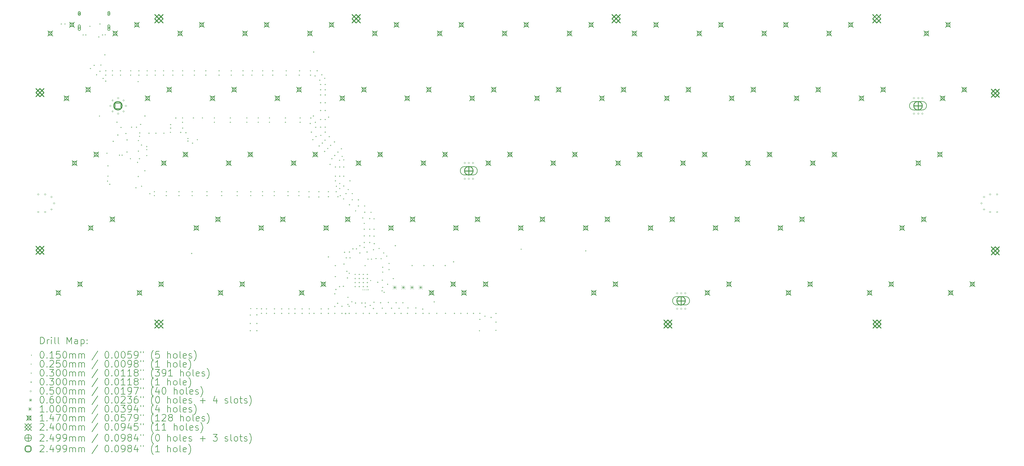
<source format=gbr>
%TF.GenerationSoftware,KiCad,Pcbnew,7.0.5*%
%TF.CreationDate,2023-07-04T23:38:28+09:00*%
%TF.ProjectId,Hotp4ck60,486f7470-3463-46b3-9630-2e6b69636164,rev?*%
%TF.SameCoordinates,Original*%
%TF.FileFunction,Drillmap*%
%TF.FilePolarity,Positive*%
%FSLAX45Y45*%
G04 Gerber Fmt 4.5, Leading zero omitted, Abs format (unit mm)*
G04 Created by KiCad (PCBNEW 7.0.5) date 2023-07-04 23:38:28*
%MOMM*%
%LPD*%
G01*
G04 APERTURE LIST*
%ADD10C,0.200000*%
%ADD11C,0.015000*%
%ADD12C,0.025000*%
%ADD13C,0.030000*%
%ADD14C,0.050000*%
%ADD15C,0.060000*%
%ADD16C,0.100000*%
%ADD17C,0.147000*%
%ADD18C,0.240000*%
%ADD19C,0.249936*%
%ADD20C,0.249940*%
G04 APERTURE END LIST*
D10*
D11*
X16882500Y-16951500D02*
X16897500Y-16966500D01*
X16897500Y-16951500D02*
X16882500Y-16966500D01*
X16932500Y-16951500D02*
X16947500Y-16966500D01*
X16947500Y-16951500D02*
X16932500Y-16966500D01*
X16982500Y-16951500D02*
X16997500Y-16966500D01*
X16997500Y-16951500D02*
X16982500Y-16966500D01*
X17032500Y-16951500D02*
X17047500Y-16966500D01*
X17047500Y-16951500D02*
X17032500Y-16966500D01*
X17107500Y-16676500D02*
X17122500Y-16691500D01*
X17122500Y-16676500D02*
X17107500Y-16691500D01*
D12*
X9686375Y-12033000D02*
G75*
G03*
X9686375Y-12033000I-12500J0D01*
G01*
D13*
X8037000Y-9131000D02*
X8037000Y-9161000D01*
X8022000Y-9146000D02*
X8052000Y-9146000D01*
X8143000Y-9131000D02*
X8143000Y-9161000D01*
X8128000Y-9146000D02*
X8158000Y-9146000D01*
X8676000Y-9453000D02*
X8676000Y-9483000D01*
X8661000Y-9468000D02*
X8691000Y-9468000D01*
X8756000Y-9453000D02*
X8756000Y-9483000D01*
X8741000Y-9468000D02*
X8771000Y-9468000D01*
X8876000Y-9199000D02*
X8876000Y-9229000D01*
X8861000Y-9214000D02*
X8891000Y-9214000D01*
X8890170Y-10441830D02*
X8890170Y-10471830D01*
X8875170Y-10456830D02*
X8905170Y-10456830D01*
X8999516Y-10348575D02*
X8999516Y-10378575D01*
X8984516Y-10363575D02*
X9014516Y-10363575D01*
X9071670Y-10623330D02*
X9071670Y-10653330D01*
X9056670Y-10638330D02*
X9086670Y-10638330D01*
X9135000Y-9511450D02*
X9135000Y-9541450D01*
X9120000Y-9526450D02*
X9150000Y-9526450D01*
X9156000Y-11838000D02*
X9156000Y-11868000D01*
X9141000Y-11853000D02*
X9171000Y-11853000D01*
X9169000Y-9132000D02*
X9169000Y-9162000D01*
X9154000Y-9147000D02*
X9184000Y-9147000D01*
X9170411Y-10519589D02*
X9170411Y-10549589D01*
X9155411Y-10534589D02*
X9185411Y-10534589D01*
X9199000Y-10340000D02*
X9199000Y-10370000D01*
X9184000Y-10355000D02*
X9214000Y-10355000D01*
X9246000Y-9453000D02*
X9246000Y-9483000D01*
X9231000Y-9468000D02*
X9261000Y-9468000D01*
X9263000Y-10732000D02*
X9263000Y-10762000D01*
X9248000Y-10747000D02*
X9278000Y-10747000D01*
X9316000Y-10037000D02*
X9316000Y-10067000D01*
X9301000Y-10052000D02*
X9331000Y-10052000D01*
X9326000Y-9450269D02*
X9326000Y-9480269D01*
X9311000Y-9465269D02*
X9341000Y-9465269D01*
X9341000Y-10810000D02*
X9341000Y-10840000D01*
X9326000Y-10825000D02*
X9356000Y-10825000D01*
X9341298Y-10637200D02*
X9341298Y-10667200D01*
X9326298Y-10652200D02*
X9356298Y-10652200D01*
X9342000Y-10506000D02*
X9342000Y-10536000D01*
X9327000Y-10521000D02*
X9357000Y-10521000D01*
X9377000Y-12930000D02*
X9377000Y-12960000D01*
X9362000Y-12945000D02*
X9392000Y-12945000D01*
X9394000Y-13751000D02*
X9394000Y-13781000D01*
X9379000Y-13766000D02*
X9409000Y-13766000D01*
X9403000Y-13301000D02*
X9403000Y-13331000D01*
X9388000Y-13316000D02*
X9418000Y-13316000D01*
X9403000Y-13601000D02*
X9403000Y-13631000D01*
X9388000Y-13616000D02*
X9418000Y-13616000D01*
X9456000Y-13840000D02*
X9456000Y-13870000D01*
X9441000Y-13855000D02*
X9471000Y-13855000D01*
X9537000Y-10509800D02*
X9537000Y-10539800D01*
X9522000Y-10524800D02*
X9552000Y-10524800D01*
X9537000Y-10637200D02*
X9537000Y-10667200D01*
X9522000Y-10652200D02*
X9552000Y-10652200D01*
X9558000Y-12581000D02*
X9558000Y-12611000D01*
X9543000Y-12596000D02*
X9573000Y-12596000D01*
X9694250Y-12394750D02*
X9694250Y-12424750D01*
X9679250Y-12409750D02*
X9709250Y-12409750D01*
X9741875Y-12985000D02*
X9741875Y-13015000D01*
X9726875Y-13000000D02*
X9756875Y-13000000D01*
X9773000Y-10509800D02*
X9773000Y-10539800D01*
X9758000Y-10524800D02*
X9788000Y-10524800D01*
X9774000Y-10637200D02*
X9774000Y-10667200D01*
X9759000Y-10652200D02*
X9789000Y-10652200D01*
X9788000Y-12170000D02*
X9788000Y-12200000D01*
X9773000Y-12185000D02*
X9803000Y-12185000D01*
X9817875Y-12985000D02*
X9817875Y-13015000D01*
X9802875Y-13000000D02*
X9832875Y-13000000D01*
X9933000Y-12349000D02*
X9933000Y-12379000D01*
X9918000Y-12364000D02*
X9948000Y-12364000D01*
X9962000Y-12892000D02*
X9962000Y-12922000D01*
X9947000Y-12907000D02*
X9977000Y-12907000D01*
X9964000Y-12536000D02*
X9964000Y-12566000D01*
X9949000Y-12551000D02*
X9979000Y-12551000D01*
X10064000Y-13092000D02*
X10064000Y-13122000D01*
X10049000Y-13107000D02*
X10079000Y-13107000D01*
X10071000Y-10637200D02*
X10071000Y-10667200D01*
X10056000Y-10652200D02*
X10086000Y-10652200D01*
X10073029Y-10509800D02*
X10073029Y-10539800D01*
X10058029Y-10524800D02*
X10088029Y-10524800D01*
X10099000Y-12164000D02*
X10099000Y-12194000D01*
X10084000Y-12179000D02*
X10114000Y-12179000D01*
X10226000Y-13942800D02*
X10226000Y-13972800D01*
X10211000Y-13957800D02*
X10241000Y-13957800D01*
X10242000Y-12164000D02*
X10242000Y-12194000D01*
X10227000Y-12179000D02*
X10257000Y-12179000D01*
X10274000Y-13198000D02*
X10274000Y-13228000D01*
X10259000Y-13213000D02*
X10289000Y-13213000D01*
X10291000Y-10824000D02*
X10291000Y-10854000D01*
X10276000Y-10839000D02*
X10306000Y-10839000D01*
X10292000Y-13611250D02*
X10292000Y-13641250D01*
X10277000Y-13626250D02*
X10307000Y-13626250D01*
X10300000Y-12558000D02*
X10300000Y-12588000D01*
X10285000Y-12573000D02*
X10315000Y-12573000D01*
X10300000Y-12868000D02*
X10300000Y-12898000D01*
X10285000Y-12883000D02*
X10315000Y-12883000D01*
X10313000Y-10637200D02*
X10313000Y-10667200D01*
X10298000Y-10652200D02*
X10328000Y-10652200D01*
X10314000Y-10509800D02*
X10314000Y-10539800D01*
X10299000Y-10524800D02*
X10329000Y-10524800D01*
X10331000Y-13091000D02*
X10331000Y-13121000D01*
X10316000Y-13106000D02*
X10346000Y-13106000D01*
X10333000Y-12433000D02*
X10333000Y-12463000D01*
X10318000Y-12448000D02*
X10348000Y-12448000D01*
X10337000Y-12331000D02*
X10337000Y-12361000D01*
X10322000Y-12346000D02*
X10352000Y-12346000D01*
X10362000Y-12084000D02*
X10362000Y-12114000D01*
X10347000Y-12099000D02*
X10377000Y-12099000D01*
X10390000Y-12688000D02*
X10390000Y-12718000D01*
X10375000Y-12703000D02*
X10405000Y-12703000D01*
X10392000Y-13899000D02*
X10392000Y-13929000D01*
X10377000Y-13914000D02*
X10407000Y-13914000D01*
X10488000Y-13443750D02*
X10488000Y-13473750D01*
X10473000Y-13458750D02*
X10503000Y-13458750D01*
X10489000Y-11837500D02*
X10489000Y-11867500D01*
X10474000Y-11852500D02*
X10504000Y-11852500D01*
X10544325Y-12733000D02*
X10544325Y-12763000D01*
X10529325Y-12748000D02*
X10559325Y-12748000D01*
X10545000Y-12823000D02*
X10545000Y-12853000D01*
X10530000Y-12838000D02*
X10560000Y-12838000D01*
X10545000Y-12999000D02*
X10545000Y-13029000D01*
X10530000Y-13014000D02*
X10560000Y-13014000D01*
X10554000Y-10637200D02*
X10554000Y-10667200D01*
X10539000Y-10652200D02*
X10569000Y-10652200D01*
X10555000Y-10509800D02*
X10555000Y-10539800D01*
X10540000Y-10524800D02*
X10570000Y-10524800D01*
X10609000Y-12341000D02*
X10609000Y-12371000D01*
X10594000Y-12356000D02*
X10624000Y-12356000D01*
X10633300Y-14117500D02*
X10633300Y-14147500D01*
X10618300Y-14132500D02*
X10648300Y-14132500D01*
X10767000Y-14059050D02*
X10767000Y-14089050D01*
X10752000Y-14074050D02*
X10782000Y-14074050D01*
X10767000Y-14175950D02*
X10767000Y-14205950D01*
X10752000Y-14190950D02*
X10782000Y-14190950D01*
X10792000Y-10637200D02*
X10792000Y-10667200D01*
X10777000Y-10652200D02*
X10807000Y-10652200D01*
X10793000Y-10509800D02*
X10793000Y-10539800D01*
X10778000Y-10524800D02*
X10808000Y-10524800D01*
X10813000Y-12340000D02*
X10813000Y-12370000D01*
X10798000Y-12355000D02*
X10828000Y-12355000D01*
X11036000Y-10637200D02*
X11036000Y-10667200D01*
X11021000Y-10652200D02*
X11051000Y-10652200D01*
X11037000Y-10509800D02*
X11037000Y-10539800D01*
X11022000Y-10524800D02*
X11052000Y-10524800D01*
X11046000Y-12341000D02*
X11046000Y-12371000D01*
X11031000Y-12356000D02*
X11061000Y-12356000D01*
X11118636Y-14175950D02*
X11118636Y-14205950D01*
X11103636Y-14190950D02*
X11133636Y-14190950D01*
X11120000Y-14059050D02*
X11120000Y-14089050D01*
X11105000Y-14074050D02*
X11135000Y-14074050D01*
X11240000Y-12315000D02*
X11240000Y-12345000D01*
X11225000Y-12330000D02*
X11255000Y-12330000D01*
X11245000Y-12086000D02*
X11245000Y-12116000D01*
X11230000Y-12101000D02*
X11260000Y-12101000D01*
X11245000Y-12193000D02*
X11245000Y-12223000D01*
X11230000Y-12208000D02*
X11260000Y-12208000D01*
X11308000Y-10509800D02*
X11308000Y-10539800D01*
X11293000Y-10524800D02*
X11323000Y-10524800D01*
X11308000Y-10637200D02*
X11308000Y-10667200D01*
X11293000Y-10652200D02*
X11323000Y-10652200D01*
X11397500Y-11893500D02*
X11397500Y-11923500D01*
X11382500Y-11908500D02*
X11412500Y-11908500D01*
X11492000Y-14059050D02*
X11492000Y-14089050D01*
X11477000Y-14074050D02*
X11507000Y-14074050D01*
X11492000Y-14175950D02*
X11492000Y-14205950D01*
X11477000Y-14190950D02*
X11507000Y-14190950D01*
X11541000Y-12319000D02*
X11541000Y-12349000D01*
X11526000Y-12334000D02*
X11556000Y-12334000D01*
X11595000Y-11891800D02*
X11595000Y-11921800D01*
X11580000Y-11906800D02*
X11610000Y-11906800D01*
X11595000Y-12024000D02*
X11595000Y-12054000D01*
X11580000Y-12039000D02*
X11610000Y-12039000D01*
X11596000Y-10509800D02*
X11596000Y-10539800D01*
X11581000Y-10524800D02*
X11611000Y-10524800D01*
X11596000Y-10637200D02*
X11596000Y-10667200D01*
X11581000Y-10652200D02*
X11611000Y-10652200D01*
X11596000Y-12193000D02*
X11596000Y-12223000D01*
X11581000Y-12208000D02*
X11611000Y-12208000D01*
X11694000Y-12328000D02*
X11694000Y-12358000D01*
X11679000Y-12343000D02*
X11709000Y-12343000D01*
X11754000Y-12500000D02*
X11754000Y-12530000D01*
X11739000Y-12515000D02*
X11769000Y-12515000D01*
X11754000Y-12572000D02*
X11754000Y-12602000D01*
X11739000Y-12587000D02*
X11769000Y-12587000D01*
X11864000Y-15872000D02*
X11864000Y-15902000D01*
X11849000Y-15887000D02*
X11879000Y-15887000D01*
X11876000Y-14175950D02*
X11876000Y-14205950D01*
X11861000Y-14190950D02*
X11891000Y-14190950D01*
X11877000Y-14059050D02*
X11877000Y-14089050D01*
X11862000Y-14074050D02*
X11892000Y-14074050D01*
X11889000Y-12634000D02*
X11889000Y-12664000D01*
X11874000Y-12649000D02*
X11904000Y-12649000D01*
X11915000Y-11891800D02*
X11915000Y-11921800D01*
X11900000Y-11906800D02*
X11930000Y-11906800D01*
X11941000Y-10509800D02*
X11941000Y-10539800D01*
X11926000Y-10524800D02*
X11956000Y-10524800D01*
X11941000Y-10637200D02*
X11941000Y-10667200D01*
X11926000Y-10652200D02*
X11956000Y-10652200D01*
X12028000Y-12533000D02*
X12028000Y-12563000D01*
X12013000Y-12548000D02*
X12043000Y-12548000D01*
X12179000Y-11891800D02*
X12179000Y-11921800D01*
X12164000Y-11906800D02*
X12194000Y-11906800D01*
X12278000Y-10509800D02*
X12278000Y-10539800D01*
X12263000Y-10524800D02*
X12293000Y-10524800D01*
X12278000Y-10637200D02*
X12278000Y-10667200D01*
X12263000Y-10652200D02*
X12293000Y-10652200D01*
X12309000Y-14175950D02*
X12309000Y-14205950D01*
X12294000Y-14190950D02*
X12324000Y-14190950D01*
X12310000Y-14059050D02*
X12310000Y-14089050D01*
X12295000Y-14074050D02*
X12325000Y-14074050D01*
X12527950Y-11891800D02*
X12527950Y-11921800D01*
X12512950Y-11906800D02*
X12542950Y-11906800D01*
X12528000Y-12019200D02*
X12528000Y-12049200D01*
X12513000Y-12034200D02*
X12543000Y-12034200D01*
X12668000Y-10509800D02*
X12668000Y-10539800D01*
X12653000Y-10524800D02*
X12683000Y-10524800D01*
X12668000Y-10637200D02*
X12668000Y-10667200D01*
X12653000Y-10652200D02*
X12683000Y-10652200D01*
X12742000Y-14059050D02*
X12742000Y-14089050D01*
X12727000Y-14074050D02*
X12757000Y-14074050D01*
X12742000Y-14175950D02*
X12742000Y-14205950D01*
X12727000Y-14190950D02*
X12757000Y-14190950D01*
X12998000Y-11891800D02*
X12998000Y-11921800D01*
X12983000Y-11906800D02*
X13013000Y-11906800D01*
X12998000Y-12019200D02*
X12998000Y-12049200D01*
X12983000Y-12034200D02*
X13013000Y-12034200D01*
X13025000Y-10509800D02*
X13025000Y-10539800D01*
X13010000Y-10524800D02*
X13040000Y-10524800D01*
X13025000Y-10637200D02*
X13025000Y-10667200D01*
X13010000Y-10652200D02*
X13040000Y-10652200D01*
X13197000Y-14175950D02*
X13197000Y-14205950D01*
X13182000Y-14190950D02*
X13212000Y-14190950D01*
X13200000Y-14059050D02*
X13200000Y-14089050D01*
X13185000Y-14074050D02*
X13215000Y-14074050D01*
X13370000Y-10509800D02*
X13370000Y-10539800D01*
X13355000Y-10524800D02*
X13385000Y-10524800D01*
X13370000Y-10637200D02*
X13370000Y-10667200D01*
X13355000Y-10652200D02*
X13385000Y-10652200D01*
X13482000Y-11891800D02*
X13482000Y-11921800D01*
X13467000Y-11906800D02*
X13497000Y-11906800D01*
X13482000Y-12019200D02*
X13482000Y-12049200D01*
X13467000Y-12034200D02*
X13497000Y-12034200D01*
X13585000Y-17683000D02*
X13585000Y-17713000D01*
X13570000Y-17698000D02*
X13600000Y-17698000D01*
X13585000Y-17933000D02*
X13585000Y-17963000D01*
X13570000Y-17948000D02*
X13600000Y-17948000D01*
X13585000Y-18143000D02*
X13585000Y-18173000D01*
X13570000Y-18158000D02*
X13600000Y-18158000D01*
X13595000Y-14175950D02*
X13595000Y-14205950D01*
X13580000Y-14190950D02*
X13610000Y-14190950D01*
X13595000Y-17495000D02*
X13595000Y-17525000D01*
X13580000Y-17510000D02*
X13610000Y-17510000D01*
X13596000Y-14059050D02*
X13596000Y-14089050D01*
X13581000Y-14074050D02*
X13611000Y-14074050D01*
X13628503Y-10637200D02*
X13628503Y-10667200D01*
X13613503Y-10652200D02*
X13643503Y-10652200D01*
X13643658Y-10509664D02*
X13643658Y-10539664D01*
X13628658Y-10524664D02*
X13658658Y-10524664D01*
X13774000Y-17933000D02*
X13774000Y-17963000D01*
X13759000Y-17948000D02*
X13789000Y-17948000D01*
X13774000Y-18143000D02*
X13774000Y-18173000D01*
X13759000Y-18158000D02*
X13789000Y-18158000D01*
X13775000Y-17678000D02*
X13775000Y-17708000D01*
X13760000Y-17693000D02*
X13790000Y-17693000D01*
X13778000Y-17495000D02*
X13778000Y-17525000D01*
X13763000Y-17510000D02*
X13793000Y-17510000D01*
X13815000Y-11891800D02*
X13815000Y-11921800D01*
X13800000Y-11906800D02*
X13830000Y-11906800D01*
X13815000Y-12019200D02*
X13815000Y-12049200D01*
X13800000Y-12034200D02*
X13830000Y-12034200D01*
X13910000Y-17500000D02*
X13910000Y-17530000D01*
X13895000Y-17515000D02*
X13925000Y-17515000D01*
X13910000Y-17632000D02*
X13910000Y-17662000D01*
X13895000Y-17647000D02*
X13925000Y-17647000D01*
X13941000Y-14059050D02*
X13941000Y-14089050D01*
X13926000Y-14074050D02*
X13956000Y-14074050D01*
X13941000Y-14175950D02*
X13941000Y-14205950D01*
X13926000Y-14190950D02*
X13956000Y-14190950D01*
X13948000Y-10509800D02*
X13948000Y-10539800D01*
X13933000Y-10524800D02*
X13963000Y-10524800D01*
X13948000Y-10637200D02*
X13948000Y-10667200D01*
X13933000Y-10652200D02*
X13963000Y-10652200D01*
X14059000Y-17502000D02*
X14059000Y-17532000D01*
X14044000Y-17517000D02*
X14074000Y-17517000D01*
X14059000Y-17634000D02*
X14059000Y-17664000D01*
X14044000Y-17649000D02*
X14074000Y-17649000D01*
X14146000Y-11891800D02*
X14146000Y-11921800D01*
X14131000Y-11906800D02*
X14161000Y-11906800D01*
X14146000Y-12019200D02*
X14146000Y-12049200D01*
X14131000Y-12034200D02*
X14161000Y-12034200D01*
X14243000Y-10509800D02*
X14243000Y-10539800D01*
X14228000Y-10524800D02*
X14258000Y-10524800D01*
X14243000Y-10637200D02*
X14243000Y-10667200D01*
X14228000Y-10652200D02*
X14258000Y-10652200D01*
X14287000Y-14059050D02*
X14287000Y-14089050D01*
X14272000Y-14074050D02*
X14302000Y-14074050D01*
X14287000Y-14175950D02*
X14287000Y-14205950D01*
X14272000Y-14190950D02*
X14302000Y-14190950D01*
X14292000Y-17503000D02*
X14292000Y-17533000D01*
X14277000Y-17518000D02*
X14307000Y-17518000D01*
X14292000Y-17635000D02*
X14292000Y-17665000D01*
X14277000Y-17650000D02*
X14307000Y-17650000D01*
X14502000Y-17503000D02*
X14502000Y-17533000D01*
X14487000Y-17518000D02*
X14517000Y-17518000D01*
X14502000Y-17635000D02*
X14502000Y-17665000D01*
X14487000Y-17650000D02*
X14517000Y-17650000D01*
X14615000Y-11891800D02*
X14615000Y-11921800D01*
X14600000Y-11906800D02*
X14630000Y-11906800D01*
X14615000Y-12019200D02*
X14615000Y-12049200D01*
X14600000Y-12034200D02*
X14630000Y-12034200D01*
X14636000Y-10637200D02*
X14636000Y-10667200D01*
X14621000Y-10652200D02*
X14651000Y-10652200D01*
X14637000Y-10509800D02*
X14637000Y-10539800D01*
X14622000Y-10524800D02*
X14652000Y-10524800D01*
X14688000Y-14059050D02*
X14688000Y-14089050D01*
X14673000Y-14074050D02*
X14703000Y-14074050D01*
X14688000Y-14175950D02*
X14688000Y-14205950D01*
X14673000Y-14190950D02*
X14703000Y-14190950D01*
X14712000Y-17503000D02*
X14712000Y-17533000D01*
X14697000Y-17518000D02*
X14727000Y-17518000D01*
X14712000Y-17635000D02*
X14712000Y-17665000D01*
X14697000Y-17650000D02*
X14727000Y-17650000D01*
X14894000Y-17503000D02*
X14894000Y-17533000D01*
X14879000Y-17518000D02*
X14909000Y-17518000D01*
X14894000Y-17635000D02*
X14894000Y-17665000D01*
X14879000Y-17650000D02*
X14909000Y-17650000D01*
X15008000Y-14059050D02*
X15008000Y-14089050D01*
X14993000Y-14074050D02*
X15023000Y-14074050D01*
X15008000Y-14175950D02*
X15008000Y-14205950D01*
X14993000Y-14190950D02*
X15023000Y-14190950D01*
X15019000Y-10637200D02*
X15019000Y-10667200D01*
X15004000Y-10652200D02*
X15034000Y-10652200D01*
X15029000Y-10509800D02*
X15029000Y-10539800D01*
X15014000Y-10524800D02*
X15044000Y-10524800D01*
X15044000Y-11891800D02*
X15044000Y-11921800D01*
X15029000Y-11906800D02*
X15059000Y-11906800D01*
X15044000Y-12019200D02*
X15044000Y-12049200D01*
X15029000Y-12034200D02*
X15059000Y-12034200D01*
X15104000Y-17503000D02*
X15104000Y-17533000D01*
X15089000Y-17518000D02*
X15119000Y-17518000D01*
X15104000Y-17635000D02*
X15104000Y-17665000D01*
X15089000Y-17650000D02*
X15119000Y-17650000D01*
X15305000Y-14214000D02*
X15305000Y-14244000D01*
X15290000Y-14229000D02*
X15320000Y-14229000D01*
X15306000Y-14059050D02*
X15306000Y-14089050D01*
X15291000Y-14074050D02*
X15321000Y-14074050D01*
X15314000Y-17503000D02*
X15314000Y-17533000D01*
X15299000Y-17518000D02*
X15329000Y-17518000D01*
X15314000Y-17635000D02*
X15314000Y-17665000D01*
X15299000Y-17650000D02*
X15329000Y-17650000D01*
X15344003Y-12053997D02*
X15344003Y-12083997D01*
X15329003Y-12068997D02*
X15359003Y-12068997D01*
X15348000Y-10509800D02*
X15348000Y-10539800D01*
X15333000Y-10524800D02*
X15363000Y-10524800D01*
X15351000Y-10637200D02*
X15351000Y-10667200D01*
X15336000Y-10652200D02*
X15366000Y-10652200D01*
X15357637Y-11894573D02*
X15357637Y-11924573D01*
X15342637Y-11909573D02*
X15372637Y-11909573D01*
X15375800Y-12309000D02*
X15375800Y-12339000D01*
X15360800Y-12324000D02*
X15390800Y-12324000D01*
X15418549Y-12532451D02*
X15418549Y-12562451D01*
X15403549Y-12547451D02*
X15433549Y-12547451D01*
X15435500Y-11837500D02*
X15435500Y-11867500D01*
X15420500Y-11852500D02*
X15450500Y-11852500D01*
X15446000Y-9957000D02*
X15446000Y-9987000D01*
X15431000Y-9972000D02*
X15461000Y-9972000D01*
X15454000Y-17634000D02*
X15454000Y-17664000D01*
X15439000Y-17649000D02*
X15469000Y-17649000D01*
X15482000Y-10658000D02*
X15482000Y-10688000D01*
X15467000Y-10673000D02*
X15497000Y-10673000D01*
X15492185Y-12022438D02*
X15492185Y-12052438D01*
X15477185Y-12037438D02*
X15507185Y-12037438D01*
X15503550Y-12168000D02*
X15503550Y-12198000D01*
X15488550Y-12183000D02*
X15518550Y-12183000D01*
X15510426Y-12440506D02*
X15510426Y-12470506D01*
X15495426Y-12455506D02*
X15525426Y-12455506D01*
X15543997Y-10505003D02*
X15543997Y-10535003D01*
X15528997Y-10520003D02*
X15558997Y-10520003D01*
X15592000Y-14213000D02*
X15592000Y-14243000D01*
X15577000Y-14228000D02*
X15607000Y-14228000D01*
X15596000Y-14059000D02*
X15596000Y-14089000D01*
X15581000Y-14074000D02*
X15611000Y-14074000D01*
X15603549Y-12717451D02*
X15603549Y-12747451D01*
X15588549Y-12732451D02*
X15618549Y-12732451D01*
X15620457Y-10782543D02*
X15620457Y-10812543D01*
X15605457Y-10797543D02*
X15635457Y-10797543D01*
X15648000Y-10909000D02*
X15648000Y-10939000D01*
X15633000Y-10924000D02*
X15663000Y-10924000D01*
X15648000Y-11067000D02*
X15648000Y-11097000D01*
X15633000Y-11082000D02*
X15663000Y-11082000D01*
X15648000Y-11219000D02*
X15648000Y-11249000D01*
X15633000Y-11234000D02*
X15663000Y-11234000D01*
X15648000Y-11444000D02*
X15648000Y-11474000D01*
X15633000Y-11459000D02*
X15663000Y-11459000D01*
X15648000Y-11676000D02*
X15648000Y-11706000D01*
X15633000Y-11691000D02*
X15663000Y-11691000D01*
X15648000Y-11940000D02*
X15648000Y-11970000D01*
X15633000Y-11955000D02*
X15663000Y-11955000D01*
X15648000Y-12163000D02*
X15648000Y-12193000D01*
X15633000Y-12178000D02*
X15663000Y-12178000D01*
X15653000Y-12406000D02*
X15653000Y-12436000D01*
X15638000Y-12421000D02*
X15668000Y-12421000D01*
X15664000Y-17502000D02*
X15664000Y-17532000D01*
X15649000Y-17517000D02*
X15679000Y-17517000D01*
X15664000Y-17634000D02*
X15664000Y-17664000D01*
X15649000Y-17649000D02*
X15679000Y-17649000D01*
X15685000Y-10624000D02*
X15685000Y-10654000D01*
X15670000Y-10639000D02*
X15700000Y-10639000D01*
X15695670Y-12629330D02*
X15695670Y-12659330D01*
X15680670Y-12644330D02*
X15710670Y-12644330D01*
X15763549Y-12877451D02*
X15763549Y-12907451D01*
X15748549Y-12892451D02*
X15778549Y-12892451D01*
X15769497Y-10730503D02*
X15769497Y-10760503D01*
X15754497Y-10745503D02*
X15784497Y-10745503D01*
X15778000Y-12545000D02*
X15778000Y-12575000D01*
X15763000Y-12560000D02*
X15793000Y-12560000D01*
X15780200Y-10909000D02*
X15780200Y-10939000D01*
X15765200Y-10924000D02*
X15795200Y-10924000D01*
X15780200Y-11067000D02*
X15780200Y-11097000D01*
X15765200Y-11082000D02*
X15795200Y-11082000D01*
X15780200Y-11219000D02*
X15780200Y-11249000D01*
X15765200Y-11234000D02*
X15795200Y-11234000D01*
X15780200Y-11444000D02*
X15780200Y-11474000D01*
X15765200Y-11459000D02*
X15795200Y-11459000D01*
X15780200Y-11676000D02*
X15780200Y-11706000D01*
X15765200Y-11691000D02*
X15795200Y-11691000D01*
X15780200Y-11940000D02*
X15780200Y-11970000D01*
X15765200Y-11955000D02*
X15795200Y-11955000D01*
X15780200Y-12163000D02*
X15780200Y-12193000D01*
X15765200Y-12178000D02*
X15795200Y-12178000D01*
X15780200Y-12311003D02*
X15780200Y-12341003D01*
X15765200Y-12326003D02*
X15795200Y-12326003D01*
X15856169Y-12789830D02*
X15856169Y-12819830D01*
X15841169Y-12804830D02*
X15871169Y-12804830D01*
X15874000Y-14058000D02*
X15874000Y-14088000D01*
X15859000Y-14073000D02*
X15889000Y-14073000D01*
X15874000Y-17502000D02*
X15874000Y-17532000D01*
X15859000Y-17517000D02*
X15889000Y-17517000D01*
X15874000Y-17634000D02*
X15874000Y-17664000D01*
X15859000Y-17649000D02*
X15889000Y-17649000D01*
X15875000Y-14204000D02*
X15875000Y-14234000D01*
X15860000Y-14219000D02*
X15890000Y-14219000D01*
X15876000Y-15974000D02*
X15876000Y-16004000D01*
X15861000Y-15989000D02*
X15891000Y-15989000D01*
X15881200Y-11868000D02*
X15881200Y-11898000D01*
X15866200Y-11883000D02*
X15896200Y-11883000D01*
X15902497Y-12442503D02*
X15902497Y-12472503D01*
X15887497Y-12457503D02*
X15917497Y-12457503D01*
X15924000Y-13260000D02*
X15924000Y-13290000D01*
X15909000Y-13275000D02*
X15939000Y-13275000D01*
X15941000Y-12701000D02*
X15941000Y-12731000D01*
X15926000Y-12716000D02*
X15956000Y-12716000D01*
X15977049Y-13090951D02*
X15977049Y-13120951D01*
X15962049Y-13105951D02*
X15992049Y-13105951D01*
X16055497Y-12595503D02*
X16055497Y-12625503D01*
X16040497Y-12610503D02*
X16070497Y-12610503D01*
X16059670Y-12993330D02*
X16059670Y-13023330D01*
X16044670Y-13008330D02*
X16074670Y-13008330D01*
X16065000Y-17431000D02*
X16065000Y-17461000D01*
X16050000Y-17446000D02*
X16080000Y-17446000D01*
X16065000Y-17636000D02*
X16065000Y-17666000D01*
X16050000Y-17651000D02*
X16080000Y-17651000D01*
X16066000Y-17061000D02*
X16066000Y-17091000D01*
X16051000Y-17076000D02*
X16081000Y-17076000D01*
X16080000Y-16233000D02*
X16080000Y-16263000D01*
X16065000Y-16248000D02*
X16095000Y-16248000D01*
X16081000Y-16555000D02*
X16081000Y-16585000D01*
X16066000Y-16570000D02*
X16096000Y-16570000D01*
X16082350Y-13335000D02*
X16082350Y-13365000D01*
X16067350Y-13350000D02*
X16097350Y-13350000D01*
X16082350Y-13605000D02*
X16082350Y-13635000D01*
X16067350Y-13620000D02*
X16097350Y-13620000D01*
X16082350Y-13742500D02*
X16082350Y-13772500D01*
X16067350Y-13757500D02*
X16097350Y-13757500D01*
X16098000Y-16934000D02*
X16098000Y-16964000D01*
X16083000Y-16949000D02*
X16113000Y-16949000D01*
X16105800Y-14059050D02*
X16105800Y-14089050D01*
X16090800Y-14074050D02*
X16120800Y-14074050D01*
X16109350Y-13902364D02*
X16109350Y-13932364D01*
X16094350Y-13917364D02*
X16124350Y-13917364D01*
X16146000Y-17338000D02*
X16146000Y-17368000D01*
X16131000Y-17353000D02*
X16161000Y-17353000D01*
X16155000Y-12897000D02*
X16155000Y-12927000D01*
X16140000Y-12912000D02*
X16170000Y-12912000D01*
X16155800Y-14208449D02*
X16155800Y-14238449D01*
X16140800Y-14223449D02*
X16170800Y-14223449D01*
X16202070Y-13135730D02*
X16202070Y-13165730D01*
X16187070Y-13150730D02*
X16217070Y-13150730D01*
X16203000Y-16849000D02*
X16203000Y-16879000D01*
X16188000Y-16864000D02*
X16218000Y-16864000D01*
X16209800Y-13335000D02*
X16209800Y-13365000D01*
X16194800Y-13350000D02*
X16224800Y-13350000D01*
X16209800Y-13604000D02*
X16209800Y-13634000D01*
X16194800Y-13619000D02*
X16224800Y-13619000D01*
X16209800Y-13820000D02*
X16209800Y-13850000D01*
X16194800Y-13835000D02*
X16224800Y-13835000D01*
X16209800Y-13966450D02*
X16209800Y-13996450D01*
X16194800Y-13981450D02*
X16224800Y-13981450D01*
X16226000Y-14175950D02*
X16226000Y-14205950D01*
X16211000Y-14190950D02*
X16241000Y-14190950D01*
X16256997Y-12797003D02*
X16256997Y-12827003D01*
X16241997Y-12812003D02*
X16271997Y-12812003D01*
X16275000Y-17426000D02*
X16275000Y-17456000D01*
X16260000Y-17441000D02*
X16290000Y-17441000D01*
X16275000Y-17636000D02*
X16275000Y-17666000D01*
X16260000Y-17651000D02*
X16290000Y-17651000D01*
X16279000Y-13025000D02*
X16279000Y-13055000D01*
X16264000Y-13040000D02*
X16294000Y-13040000D01*
X16314000Y-16841000D02*
X16314000Y-16871000D01*
X16299000Y-16856000D02*
X16329000Y-16856000D01*
X16320956Y-14270044D02*
X16320956Y-14300044D01*
X16305956Y-14285044D02*
X16335956Y-14285044D01*
X16326750Y-13126000D02*
X16326750Y-13156000D01*
X16311750Y-13141000D02*
X16341750Y-13141000D01*
X16326750Y-13334000D02*
X16326750Y-13364000D01*
X16311750Y-13349000D02*
X16341750Y-13349000D01*
X16326750Y-13603000D02*
X16326750Y-13633000D01*
X16311750Y-13618000D02*
X16341750Y-13618000D01*
X16326750Y-13893000D02*
X16326750Y-13923000D01*
X16311750Y-13908000D02*
X16341750Y-13908000D01*
X16332258Y-16184500D02*
X16332258Y-16214500D01*
X16317258Y-16199500D02*
X16347258Y-16199500D01*
X16349000Y-15842000D02*
X16349000Y-15872000D01*
X16334000Y-15857000D02*
X16364000Y-15857000D01*
X16393411Y-14115589D02*
X16393411Y-14145589D01*
X16378411Y-14130589D02*
X16408411Y-14130589D01*
X16402000Y-16004000D02*
X16402000Y-16034000D01*
X16387000Y-16019000D02*
X16417000Y-16019000D01*
X16417395Y-16401049D02*
X16417395Y-16431049D01*
X16402395Y-16416049D02*
X16432395Y-16416049D01*
X16434000Y-16593000D02*
X16434000Y-16623000D01*
X16419000Y-16608000D02*
X16449000Y-16608000D01*
X16448000Y-17164320D02*
X16448000Y-17194320D01*
X16433000Y-17179320D02*
X16463000Y-17179320D01*
X16448000Y-17374320D02*
X16448000Y-17404320D01*
X16433000Y-17389320D02*
X16463000Y-17389320D01*
X16456597Y-13998603D02*
X16456597Y-14028603D01*
X16441597Y-14013603D02*
X16471597Y-14013603D01*
X16485000Y-17426000D02*
X16485000Y-17456000D01*
X16470000Y-17441000D02*
X16500000Y-17441000D01*
X16485000Y-17636000D02*
X16485000Y-17666000D01*
X16470000Y-17651000D02*
X16500000Y-17651000D01*
X16488725Y-16454550D02*
X16488725Y-16484550D01*
X16473725Y-16469550D02*
X16503725Y-16469550D01*
X16492956Y-14442044D02*
X16492956Y-14472044D01*
X16477956Y-14457044D02*
X16507956Y-14457044D01*
X16494000Y-15832000D02*
X16494000Y-15862000D01*
X16479000Y-15847000D02*
X16509000Y-15847000D01*
X16508200Y-13742500D02*
X16508200Y-13772500D01*
X16493200Y-13757500D02*
X16523200Y-13757500D01*
X16512000Y-16005000D02*
X16512000Y-16035000D01*
X16497000Y-16020000D02*
X16527000Y-16020000D01*
X16564500Y-17292500D02*
X16564500Y-17322500D01*
X16549500Y-17307500D02*
X16579500Y-17307500D01*
X16574411Y-14296589D02*
X16574411Y-14326589D01*
X16559411Y-14311589D02*
X16589411Y-14311589D01*
X16574497Y-14116503D02*
X16574497Y-14146503D01*
X16559497Y-14131503D02*
X16589497Y-14131503D01*
X16596000Y-15737950D02*
X16596000Y-15767950D01*
X16581000Y-15752950D02*
X16611000Y-15752950D01*
X16660000Y-16729000D02*
X16660000Y-16759000D01*
X16645000Y-16744000D02*
X16675000Y-16744000D01*
X16660000Y-16609000D02*
X16660000Y-16639000D01*
X16645000Y-16624000D02*
X16675000Y-16624000D01*
X16660000Y-16849000D02*
X16660000Y-16879000D01*
X16645000Y-16864000D02*
X16675000Y-16864000D01*
X16660000Y-16489000D02*
X16660000Y-16519000D01*
X16645000Y-16504000D02*
X16675000Y-16504000D01*
X16673000Y-17329000D02*
X16673000Y-17359000D01*
X16658000Y-17344000D02*
X16688000Y-17344000D01*
X16674456Y-14623544D02*
X16674456Y-14653544D01*
X16659456Y-14638544D02*
X16689456Y-14638544D01*
X16686000Y-17636000D02*
X16686000Y-17666000D01*
X16671000Y-17651000D02*
X16701000Y-17651000D01*
X16701000Y-15737950D02*
X16701000Y-15767950D01*
X16686000Y-15752950D02*
X16716000Y-15752950D01*
X16755997Y-14298003D02*
X16755997Y-14328003D01*
X16740997Y-14313003D02*
X16770997Y-14313003D01*
X16757876Y-14480124D02*
X16757876Y-14510124D01*
X16742876Y-14495124D02*
X16772876Y-14495124D01*
X16780000Y-16609000D02*
X16780000Y-16639000D01*
X16765000Y-16624000D02*
X16795000Y-16624000D01*
X16780000Y-16729000D02*
X16780000Y-16759000D01*
X16765000Y-16744000D02*
X16795000Y-16744000D01*
X16780000Y-16849000D02*
X16780000Y-16879000D01*
X16765000Y-16864000D02*
X16795000Y-16864000D01*
X16780000Y-16489000D02*
X16780000Y-16519000D01*
X16765000Y-16504000D02*
X16795000Y-16504000D01*
X16799000Y-15648000D02*
X16799000Y-15678000D01*
X16784000Y-15663000D02*
X16814000Y-15663000D01*
X16800585Y-15859785D02*
X16800585Y-15889785D01*
X16785585Y-15874785D02*
X16815585Y-15874785D01*
X16859000Y-17331509D02*
X16859000Y-17361509D01*
X16844000Y-17346509D02*
X16874000Y-17346509D01*
X16880956Y-14830044D02*
X16880956Y-14860044D01*
X16865956Y-14845044D02*
X16895956Y-14845044D01*
X16896000Y-17636000D02*
X16896000Y-17666000D01*
X16881000Y-17651000D02*
X16911000Y-17651000D01*
X16900000Y-16849000D02*
X16900000Y-16879000D01*
X16885000Y-16864000D02*
X16915000Y-16864000D01*
X16900000Y-16609000D02*
X16900000Y-16639000D01*
X16885000Y-16624000D02*
X16915000Y-16624000D01*
X16900000Y-16729000D02*
X16900000Y-16759000D01*
X16885000Y-16744000D02*
X16915000Y-16744000D01*
X16900000Y-16489000D02*
X16900000Y-16519000D01*
X16885000Y-16504000D02*
X16915000Y-16504000D01*
X16929200Y-14990000D02*
X16929200Y-15020000D01*
X16914200Y-15005000D02*
X16944200Y-15005000D01*
X16929200Y-15163000D02*
X16929200Y-15193000D01*
X16914200Y-15178000D02*
X16944200Y-15178000D01*
X16929200Y-15357000D02*
X16929200Y-15387000D01*
X16914200Y-15372000D02*
X16944200Y-15372000D01*
X16929200Y-15552000D02*
X16929200Y-15582000D01*
X16914200Y-15567000D02*
X16944200Y-15567000D01*
X16929200Y-15697700D02*
X16929200Y-15727700D01*
X16914200Y-15712700D02*
X16944200Y-15712700D01*
X16938997Y-14481003D02*
X16938997Y-14511003D01*
X16923997Y-14496003D02*
X16953997Y-14496003D01*
X16942911Y-14665089D02*
X16942911Y-14695089D01*
X16927911Y-14680089D02*
X16957911Y-14680089D01*
X16955000Y-16232000D02*
X16955000Y-16262000D01*
X16940000Y-16247000D02*
X16970000Y-16247000D01*
X16956000Y-17331000D02*
X16956000Y-17361000D01*
X16941000Y-17346000D02*
X16971000Y-17346000D01*
X16961000Y-17440000D02*
X16961000Y-17470000D01*
X16946000Y-17455000D02*
X16976000Y-17455000D01*
X17010000Y-15833000D02*
X17010000Y-15863000D01*
X16995000Y-15848000D02*
X17025000Y-15848000D01*
X17020000Y-16609000D02*
X17020000Y-16639000D01*
X17005000Y-16624000D02*
X17035000Y-16624000D01*
X17020000Y-16489000D02*
X17020000Y-16519000D01*
X17005000Y-16504000D02*
X17035000Y-16504000D01*
X17020000Y-16729000D02*
X17020000Y-16759000D01*
X17005000Y-16744000D02*
X17035000Y-16744000D01*
X17020000Y-16849000D02*
X17020000Y-16879000D01*
X17005000Y-16864000D02*
X17035000Y-16864000D01*
X17038000Y-16040000D02*
X17038000Y-16070000D01*
X17023000Y-16055000D02*
X17053000Y-16055000D01*
X17078000Y-17636000D02*
X17078000Y-17666000D01*
X17063000Y-17651000D02*
X17093000Y-17651000D01*
X17089650Y-15163000D02*
X17089650Y-15193000D01*
X17074650Y-15178000D02*
X17104650Y-15178000D01*
X17089650Y-15357000D02*
X17089650Y-15387000D01*
X17074650Y-15372000D02*
X17104650Y-15372000D01*
X17089650Y-15552000D02*
X17089650Y-15582000D01*
X17074650Y-15567000D02*
X17104650Y-15567000D01*
X17089700Y-14851000D02*
X17089700Y-14881000D01*
X17074700Y-14866000D02*
X17104700Y-14866000D01*
X17102000Y-17401000D02*
X17102000Y-17431000D01*
X17087000Y-17416000D02*
X17117000Y-17416000D01*
X17125497Y-14667503D02*
X17125497Y-14697503D01*
X17110497Y-14682503D02*
X17140497Y-14682503D01*
X17140500Y-16039500D02*
X17140500Y-16069500D01*
X17125500Y-16054500D02*
X17155500Y-16054500D01*
X17194736Y-17492119D02*
X17194736Y-17522119D01*
X17179736Y-17507119D02*
X17209736Y-17507119D01*
X17200000Y-15765000D02*
X17200000Y-15795000D01*
X17185000Y-15780000D02*
X17215000Y-15780000D01*
X17215000Y-17308000D02*
X17215000Y-17338000D01*
X17200000Y-17323000D02*
X17230000Y-17323000D01*
X17217100Y-14854000D02*
X17217100Y-14884000D01*
X17202100Y-14869000D02*
X17232100Y-14869000D01*
X17217100Y-15162000D02*
X17217100Y-15192000D01*
X17202100Y-15177000D02*
X17232100Y-15177000D01*
X17217100Y-15365000D02*
X17217100Y-15395000D01*
X17202100Y-15380000D02*
X17232100Y-15380000D01*
X17221639Y-15585461D02*
X17221639Y-15615461D01*
X17206639Y-15600461D02*
X17236639Y-15600461D01*
X17271000Y-16024000D02*
X17271000Y-16054000D01*
X17256000Y-16039000D02*
X17286000Y-16039000D01*
X17300000Y-17635000D02*
X17300000Y-17665000D01*
X17285000Y-17650000D02*
X17315000Y-17650000D01*
X17322950Y-16719050D02*
X17322950Y-16749050D01*
X17307950Y-16734050D02*
X17337950Y-16734050D01*
X17363089Y-15726911D02*
X17363089Y-15756911D01*
X17348089Y-15741911D02*
X17378089Y-15741911D01*
X17407000Y-17321000D02*
X17407000Y-17351000D01*
X17392000Y-17336000D02*
X17422000Y-17336000D01*
X17421429Y-16029571D02*
X17421429Y-16059571D01*
X17406429Y-16044571D02*
X17436429Y-16044571D01*
X17452000Y-16971000D02*
X17452000Y-17001000D01*
X17437000Y-16986000D02*
X17467000Y-16986000D01*
X17456000Y-17483000D02*
X17456000Y-17513000D01*
X17441000Y-17498000D02*
X17471000Y-17498000D01*
X17459000Y-16658000D02*
X17459000Y-16688000D01*
X17444000Y-16673000D02*
X17474000Y-16673000D01*
X17467000Y-16869550D02*
X17467000Y-16899550D01*
X17452000Y-16884550D02*
X17482000Y-16884550D01*
X17470000Y-16422000D02*
X17470000Y-16452000D01*
X17455000Y-16437000D02*
X17485000Y-16437000D01*
X17470000Y-16279000D02*
X17470000Y-16309000D01*
X17455000Y-16294000D02*
X17485000Y-16294000D01*
X17497089Y-15860911D02*
X17497089Y-15890911D01*
X17482089Y-15875911D02*
X17512089Y-15875911D01*
X17513550Y-17017050D02*
X17513550Y-17047050D01*
X17498550Y-17032050D02*
X17528550Y-17032050D01*
X17559000Y-17633000D02*
X17559000Y-17663000D01*
X17544000Y-17648000D02*
X17574000Y-17648000D01*
X17589089Y-15952911D02*
X17589089Y-15982911D01*
X17574089Y-15967911D02*
X17604089Y-15967911D01*
X17614000Y-16778000D02*
X17614000Y-16808000D01*
X17599000Y-16793000D02*
X17629000Y-16793000D01*
X17633000Y-17314000D02*
X17633000Y-17344000D01*
X17618000Y-17329000D02*
X17648000Y-17329000D01*
X17656450Y-16168000D02*
X17656450Y-16198000D01*
X17641450Y-16183000D02*
X17671450Y-16183000D01*
X17656450Y-16346121D02*
X17656450Y-16376121D01*
X17641450Y-16361121D02*
X17671450Y-16361121D01*
X17731000Y-17483000D02*
X17731000Y-17513000D01*
X17716000Y-17498000D02*
X17746000Y-17498000D01*
X17782000Y-16613000D02*
X17782000Y-16643000D01*
X17767000Y-16628000D02*
X17797000Y-16628000D01*
X17821000Y-17635000D02*
X17821000Y-17665000D01*
X17806000Y-17650000D02*
X17836000Y-17650000D01*
X17837900Y-15647500D02*
X17837900Y-15677500D01*
X17822900Y-15662500D02*
X17852900Y-15662500D01*
X17862000Y-17320000D02*
X17862000Y-17350000D01*
X17847000Y-17335000D02*
X17877000Y-17335000D01*
X17950925Y-17486223D02*
X17950925Y-17516223D01*
X17935925Y-17501223D02*
X17965925Y-17501223D01*
X18009000Y-17635000D02*
X18009000Y-17665000D01*
X17994000Y-17650000D02*
X18024000Y-17650000D01*
X18062953Y-17319655D02*
X18062953Y-17349655D01*
X18047953Y-17334655D02*
X18077953Y-17334655D01*
X18197000Y-17635000D02*
X18197000Y-17665000D01*
X18182000Y-17650000D02*
X18212000Y-17650000D01*
X18210000Y-17473000D02*
X18210000Y-17503000D01*
X18195000Y-17488000D02*
X18225000Y-17488000D01*
X18335000Y-16231000D02*
X18335000Y-16261000D01*
X18320000Y-16246000D02*
X18350000Y-16246000D01*
X18442000Y-17635000D02*
X18442000Y-17665000D01*
X18427000Y-17650000D02*
X18457000Y-17650000D01*
X18444000Y-17476000D02*
X18444000Y-17506000D01*
X18429000Y-17491000D02*
X18459000Y-17491000D01*
X18646000Y-17510000D02*
X18646000Y-17540000D01*
X18631000Y-17525000D02*
X18661000Y-17525000D01*
X18652000Y-17635000D02*
X18652000Y-17665000D01*
X18637000Y-17650000D02*
X18667000Y-17650000D01*
X18681000Y-16231000D02*
X18681000Y-16261000D01*
X18666000Y-16246000D02*
X18696000Y-16246000D01*
X18834000Y-17635000D02*
X18834000Y-17665000D01*
X18819000Y-17650000D02*
X18849000Y-17650000D01*
X18954000Y-16231000D02*
X18954000Y-16261000D01*
X18939000Y-16246000D02*
X18969000Y-16246000D01*
X18979000Y-17296000D02*
X18979000Y-17326000D01*
X18964000Y-17311000D02*
X18994000Y-17311000D01*
X19056000Y-17634000D02*
X19056000Y-17664000D01*
X19041000Y-17649000D02*
X19071000Y-17649000D01*
X19304000Y-16231000D02*
X19304000Y-16261000D01*
X19289000Y-16246000D02*
X19319000Y-16246000D01*
X19315000Y-17632000D02*
X19315000Y-17662000D01*
X19300000Y-17647000D02*
X19330000Y-17647000D01*
X19550000Y-16117750D02*
X19550000Y-16147750D01*
X19535000Y-16132750D02*
X19565000Y-16132750D01*
X19577000Y-17634000D02*
X19577000Y-17664000D01*
X19562000Y-17649000D02*
X19592000Y-17649000D01*
X19765000Y-17634000D02*
X19765000Y-17664000D01*
X19750000Y-17649000D02*
X19780000Y-17649000D01*
X19953000Y-17634000D02*
X19953000Y-17664000D01*
X19938000Y-17649000D02*
X19968000Y-17649000D01*
X20133000Y-17634000D02*
X20133000Y-17664000D01*
X20118000Y-17649000D02*
X20148000Y-17649000D01*
X20308000Y-18146000D02*
X20308000Y-18176000D01*
X20293000Y-18161000D02*
X20323000Y-18161000D01*
X20321000Y-17631950D02*
X20321000Y-17661950D01*
X20306000Y-17646950D02*
X20336000Y-17646950D01*
X20321000Y-17809000D02*
X20321000Y-17839000D01*
X20306000Y-17824000D02*
X20336000Y-17824000D01*
X20469000Y-17716000D02*
X20469000Y-17746000D01*
X20454000Y-17731000D02*
X20484000Y-17731000D01*
X20653000Y-17754000D02*
X20653000Y-17784000D01*
X20638000Y-17769000D02*
X20668000Y-17769000D01*
X20791000Y-18131000D02*
X20791000Y-18161000D01*
X20776000Y-18146000D02*
X20806000Y-18146000D01*
X20793000Y-17639000D02*
X20793000Y-17669000D01*
X20778000Y-17654000D02*
X20808000Y-17654000D01*
X20793000Y-17892000D02*
X20793000Y-17922000D01*
X20778000Y-17907000D02*
X20808000Y-17907000D01*
X21535000Y-15749800D02*
X21535000Y-15779800D01*
X21520000Y-15764800D02*
X21550000Y-15764800D01*
X23431500Y-15800000D02*
X23431500Y-15830000D01*
X23416500Y-15815000D02*
X23446500Y-15815000D01*
X16390607Y-17666607D02*
X16390607Y-17645393D01*
X16369393Y-17645393D01*
X16369393Y-17666607D01*
X16390607Y-17666607D01*
D14*
X7357046Y-14178750D02*
X7382046Y-14153750D01*
X7357046Y-14128750D01*
X7332046Y-14153750D01*
X7357046Y-14178750D01*
X7357046Y-14698750D02*
X7382046Y-14673750D01*
X7357046Y-14648750D01*
X7332046Y-14673750D01*
X7357046Y-14698750D01*
X7561250Y-14178750D02*
X7586250Y-14153750D01*
X7561250Y-14128750D01*
X7536250Y-14153750D01*
X7561250Y-14178750D01*
X7561250Y-14698750D02*
X7586250Y-14673750D01*
X7561250Y-14648750D01*
X7536250Y-14673750D01*
X7561250Y-14698750D01*
X7745098Y-14254902D02*
X7770098Y-14229902D01*
X7745098Y-14204902D01*
X7720098Y-14229902D01*
X7745098Y-14254902D01*
X7745098Y-14622598D02*
X7770098Y-14597598D01*
X7745098Y-14572598D01*
X7720098Y-14597598D01*
X7745098Y-14622598D01*
X7821250Y-14438750D02*
X7846250Y-14413750D01*
X7821250Y-14388750D01*
X7796250Y-14413750D01*
X7821250Y-14438750D01*
X9471250Y-11578750D02*
X9496250Y-11553750D01*
X9471250Y-11528750D01*
X9446250Y-11553750D01*
X9471250Y-11578750D01*
X9538615Y-11416115D02*
X9563615Y-11391115D01*
X9538615Y-11366115D01*
X9513615Y-11391115D01*
X9538615Y-11416115D01*
X9538615Y-11741385D02*
X9563615Y-11716385D01*
X9538615Y-11691385D01*
X9513615Y-11716385D01*
X9538615Y-11741385D01*
X9701250Y-11348750D02*
X9726250Y-11323750D01*
X9701250Y-11298750D01*
X9676250Y-11323750D01*
X9701250Y-11348750D01*
X9701250Y-11808750D02*
X9726250Y-11783750D01*
X9701250Y-11758750D01*
X9676250Y-11783750D01*
X9701250Y-11808750D01*
X9863885Y-11416115D02*
X9888885Y-11391115D01*
X9863885Y-11366115D01*
X9838885Y-11391115D01*
X9863885Y-11416115D01*
X9863885Y-11741385D02*
X9888885Y-11716385D01*
X9863885Y-11691385D01*
X9838885Y-11716385D01*
X9863885Y-11741385D01*
X9931250Y-11578750D02*
X9956250Y-11553750D01*
X9931250Y-11528750D01*
X9906250Y-11553750D01*
X9931250Y-11578750D01*
X19881250Y-13258750D02*
X19906250Y-13233750D01*
X19881250Y-13208750D01*
X19856250Y-13233750D01*
X19881250Y-13258750D01*
X19881250Y-13718750D02*
X19906250Y-13693750D01*
X19881250Y-13668750D01*
X19856250Y-13693750D01*
X19881250Y-13718750D01*
X20001250Y-13258750D02*
X20026250Y-13233750D01*
X20001250Y-13208750D01*
X19976250Y-13233750D01*
X20001250Y-13258750D01*
X20001250Y-13718750D02*
X20026250Y-13693750D01*
X20001250Y-13668750D01*
X19976250Y-13693750D01*
X20001250Y-13718750D01*
X20121250Y-13258750D02*
X20146250Y-13233750D01*
X20121250Y-13208750D01*
X20096250Y-13233750D01*
X20121250Y-13258750D01*
X20121250Y-13718750D02*
X20146250Y-13693750D01*
X20121250Y-13668750D01*
X20096250Y-13693750D01*
X20121250Y-13718750D01*
X26111250Y-17078750D02*
X26136250Y-17053750D01*
X26111250Y-17028750D01*
X26086250Y-17053750D01*
X26111250Y-17078750D01*
X26111250Y-17538750D02*
X26136250Y-17513750D01*
X26111250Y-17488750D01*
X26086250Y-17513750D01*
X26111250Y-17538750D01*
X26231250Y-17078750D02*
X26256250Y-17053750D01*
X26231250Y-17028750D01*
X26206250Y-17053750D01*
X26231250Y-17078750D01*
X26231250Y-17538750D02*
X26256250Y-17513750D01*
X26231250Y-17488750D01*
X26206250Y-17513750D01*
X26231250Y-17538750D01*
X26351250Y-17078750D02*
X26376250Y-17053750D01*
X26351250Y-17028750D01*
X26326250Y-17053750D01*
X26351250Y-17078750D01*
X26351250Y-17538750D02*
X26376250Y-17513750D01*
X26351250Y-17488750D01*
X26326250Y-17513750D01*
X26351250Y-17538750D01*
X33066250Y-11348750D02*
X33091250Y-11323750D01*
X33066250Y-11298750D01*
X33041250Y-11323750D01*
X33066250Y-11348750D01*
X33066250Y-11808750D02*
X33091250Y-11783750D01*
X33066250Y-11758750D01*
X33041250Y-11783750D01*
X33066250Y-11808750D01*
X33186250Y-11348750D02*
X33211250Y-11323750D01*
X33186250Y-11298750D01*
X33161250Y-11323750D01*
X33186250Y-11348750D01*
X33186250Y-11808750D02*
X33211250Y-11783750D01*
X33186250Y-11758750D01*
X33161250Y-11783750D01*
X33186250Y-11808750D01*
X33306250Y-11347050D02*
X33331250Y-11322050D01*
X33306250Y-11297050D01*
X33281250Y-11322050D01*
X33306250Y-11347050D01*
X33306250Y-11808750D02*
X33331250Y-11783750D01*
X33306250Y-11758750D01*
X33281250Y-11783750D01*
X33306250Y-11808750D01*
X35041250Y-14438750D02*
X35066250Y-14413750D01*
X35041250Y-14388750D01*
X35016250Y-14413750D01*
X35041250Y-14438750D01*
X35117402Y-14254902D02*
X35142402Y-14229902D01*
X35117402Y-14204902D01*
X35092402Y-14229902D01*
X35117402Y-14254902D01*
X35117402Y-14622598D02*
X35142402Y-14597598D01*
X35117402Y-14572598D01*
X35092402Y-14597598D01*
X35117402Y-14622598D01*
X35301250Y-14178750D02*
X35326250Y-14153750D01*
X35301250Y-14128750D01*
X35276250Y-14153750D01*
X35301250Y-14178750D01*
X35301250Y-14698750D02*
X35326250Y-14673750D01*
X35301250Y-14648750D01*
X35276250Y-14673750D01*
X35301250Y-14698750D01*
X35505454Y-14178750D02*
X35530454Y-14153750D01*
X35505454Y-14128750D01*
X35480454Y-14153750D01*
X35505454Y-14178750D01*
X35505454Y-14698750D02*
X35530454Y-14673750D01*
X35505454Y-14648750D01*
X35480454Y-14673750D01*
X35505454Y-14698750D01*
D15*
X8539000Y-8812000D02*
X8599000Y-8872000D01*
X8599000Y-8812000D02*
X8539000Y-8872000D01*
X8599000Y-8842000D02*
G75*
G03*
X8599000Y-8842000I-30000J0D01*
G01*
D10*
X8539000Y-8812000D02*
X8539000Y-8872000D01*
X8539000Y-8872000D02*
G75*
G03*
X8599000Y-8872000I30000J0D01*
G01*
X8599000Y-8872000D02*
X8599000Y-8812000D01*
X8599000Y-8812000D02*
G75*
G03*
X8539000Y-8812000I-30000J0D01*
G01*
D15*
X8539000Y-9230000D02*
X8599000Y-9290000D01*
X8599000Y-9230000D02*
X8539000Y-9290000D01*
X8599000Y-9260000D02*
G75*
G03*
X8599000Y-9260000I-30000J0D01*
G01*
D10*
X8539000Y-9205000D02*
X8539000Y-9315000D01*
X8539000Y-9315000D02*
G75*
G03*
X8599000Y-9315000I30000J0D01*
G01*
X8599000Y-9315000D02*
X8599000Y-9205000D01*
X8599000Y-9205000D02*
G75*
G03*
X8539000Y-9205000I-30000J0D01*
G01*
D15*
X9403000Y-8812000D02*
X9463000Y-8872000D01*
X9463000Y-8812000D02*
X9403000Y-8872000D01*
X9463000Y-8842000D02*
G75*
G03*
X9463000Y-8842000I-30000J0D01*
G01*
D10*
X9403000Y-8812000D02*
X9403000Y-8872000D01*
X9403000Y-8872000D02*
G75*
G03*
X9463000Y-8872000I30000J0D01*
G01*
X9463000Y-8872000D02*
X9463000Y-8812000D01*
X9463000Y-8812000D02*
G75*
G03*
X9403000Y-8812000I-30000J0D01*
G01*
D15*
X9403000Y-9230000D02*
X9463000Y-9290000D01*
X9463000Y-9230000D02*
X9403000Y-9290000D01*
X9463000Y-9260000D02*
G75*
G03*
X9463000Y-9260000I-30000J0D01*
G01*
D10*
X9403000Y-9205000D02*
X9403000Y-9315000D01*
X9403000Y-9315000D02*
G75*
G03*
X9463000Y-9315000I30000J0D01*
G01*
X9463000Y-9315000D02*
X9463000Y-9205000D01*
X9463000Y-9205000D02*
G75*
G03*
X9403000Y-9205000I-30000J0D01*
G01*
D16*
X17775000Y-16836000D02*
X17875000Y-16936000D01*
X17875000Y-16836000D02*
X17775000Y-16936000D01*
X17825000Y-16836000D02*
X17825000Y-16936000D01*
X17775000Y-16886000D02*
X17875000Y-16886000D01*
X18029000Y-16836000D02*
X18129000Y-16936000D01*
X18129000Y-16836000D02*
X18029000Y-16936000D01*
X18079000Y-16836000D02*
X18079000Y-16936000D01*
X18029000Y-16886000D02*
X18129000Y-16886000D01*
X18283000Y-16836000D02*
X18383000Y-16936000D01*
X18383000Y-16836000D02*
X18283000Y-16936000D01*
X18333000Y-16836000D02*
X18333000Y-16936000D01*
X18283000Y-16886000D02*
X18383000Y-16886000D01*
X18537000Y-16836000D02*
X18637000Y-16936000D01*
X18637000Y-16836000D02*
X18537000Y-16936000D01*
X18587000Y-16836000D02*
X18587000Y-16936000D01*
X18537000Y-16886000D02*
X18637000Y-16886000D01*
D17*
X7641750Y-9356250D02*
X7788750Y-9503250D01*
X7788750Y-9356250D02*
X7641750Y-9503250D01*
X7767223Y-9481723D02*
X7767223Y-9377777D01*
X7663277Y-9377777D01*
X7663277Y-9481723D01*
X7767223Y-9481723D01*
X7879875Y-16976250D02*
X8026875Y-17123250D01*
X8026875Y-16976250D02*
X7879875Y-17123250D01*
X8005348Y-17101723D02*
X8005348Y-16997777D01*
X7901402Y-16997777D01*
X7901402Y-17101723D01*
X8005348Y-17101723D01*
X8118000Y-11261250D02*
X8265000Y-11408250D01*
X8265000Y-11261250D02*
X8118000Y-11408250D01*
X8243473Y-11386723D02*
X8243473Y-11282777D01*
X8139527Y-11282777D01*
X8139527Y-11386723D01*
X8243473Y-11386723D01*
X8276750Y-9102250D02*
X8423750Y-9249250D01*
X8423750Y-9102250D02*
X8276750Y-9249250D01*
X8402223Y-9227723D02*
X8402223Y-9123777D01*
X8298277Y-9123777D01*
X8298277Y-9227723D01*
X8402223Y-9227723D01*
X8356125Y-13166250D02*
X8503125Y-13313250D01*
X8503125Y-13166250D02*
X8356125Y-13313250D01*
X8481598Y-13291723D02*
X8481598Y-13187777D01*
X8377652Y-13187777D01*
X8377652Y-13291723D01*
X8481598Y-13291723D01*
X8514875Y-16722250D02*
X8661875Y-16869250D01*
X8661875Y-16722250D02*
X8514875Y-16869250D01*
X8640348Y-16847723D02*
X8640348Y-16743777D01*
X8536402Y-16743777D01*
X8536402Y-16847723D01*
X8640348Y-16847723D01*
X8753000Y-11007250D02*
X8900000Y-11154250D01*
X8900000Y-11007250D02*
X8753000Y-11154250D01*
X8878473Y-11132723D02*
X8878473Y-11028777D01*
X8774527Y-11028777D01*
X8774527Y-11132723D01*
X8878473Y-11132723D01*
X8832375Y-15071250D02*
X8979375Y-15218250D01*
X8979375Y-15071250D02*
X8832375Y-15218250D01*
X8957848Y-15196723D02*
X8957848Y-15092777D01*
X8853902Y-15092777D01*
X8853902Y-15196723D01*
X8957848Y-15196723D01*
X8991125Y-12912250D02*
X9138125Y-13059250D01*
X9138125Y-12912250D02*
X8991125Y-13059250D01*
X9116598Y-13037723D02*
X9116598Y-12933777D01*
X9012652Y-12933777D01*
X9012652Y-13037723D01*
X9116598Y-13037723D01*
X9467375Y-14817250D02*
X9614375Y-14964250D01*
X9614375Y-14817250D02*
X9467375Y-14964250D01*
X9592848Y-14942723D02*
X9592848Y-14838777D01*
X9488902Y-14838777D01*
X9488902Y-14942723D01*
X9592848Y-14942723D01*
X9546750Y-9356250D02*
X9693750Y-9503250D01*
X9693750Y-9356250D02*
X9546750Y-9503250D01*
X9672223Y-9481723D02*
X9672223Y-9377777D01*
X9568277Y-9377777D01*
X9568277Y-9481723D01*
X9672223Y-9481723D01*
X10181750Y-9102250D02*
X10328750Y-9249250D01*
X10328750Y-9102250D02*
X10181750Y-9249250D01*
X10307223Y-9227723D02*
X10307223Y-9123777D01*
X10203277Y-9123777D01*
X10203277Y-9227723D01*
X10307223Y-9227723D01*
X10261125Y-16976250D02*
X10408125Y-17123250D01*
X10408125Y-16976250D02*
X10261125Y-17123250D01*
X10386598Y-17101723D02*
X10386598Y-16997777D01*
X10282652Y-16997777D01*
X10282652Y-17101723D01*
X10386598Y-17101723D01*
X10499250Y-11261250D02*
X10646250Y-11408250D01*
X10646250Y-11261250D02*
X10499250Y-11408250D01*
X10624723Y-11386723D02*
X10624723Y-11282777D01*
X10520777Y-11282777D01*
X10520777Y-11386723D01*
X10624723Y-11386723D01*
X10896125Y-16722250D02*
X11043125Y-16869250D01*
X11043125Y-16722250D02*
X10896125Y-16869250D01*
X11021598Y-16847723D02*
X11021598Y-16743777D01*
X10917652Y-16743777D01*
X10917652Y-16847723D01*
X11021598Y-16847723D01*
X10975500Y-13166250D02*
X11122500Y-13313250D01*
X11122500Y-13166250D02*
X10975500Y-13313250D01*
X11100973Y-13291723D02*
X11100973Y-13187777D01*
X10997027Y-13187777D01*
X10997027Y-13291723D01*
X11100973Y-13291723D01*
X11134250Y-11007250D02*
X11281250Y-11154250D01*
X11281250Y-11007250D02*
X11134250Y-11154250D01*
X11259723Y-11132723D02*
X11259723Y-11028777D01*
X11155777Y-11028777D01*
X11155777Y-11132723D01*
X11259723Y-11132723D01*
X11451750Y-9356250D02*
X11598750Y-9503250D01*
X11598750Y-9356250D02*
X11451750Y-9503250D01*
X11577223Y-9481723D02*
X11577223Y-9377777D01*
X11473277Y-9377777D01*
X11473277Y-9481723D01*
X11577223Y-9481723D01*
X11610500Y-12912250D02*
X11757500Y-13059250D01*
X11757500Y-12912250D02*
X11610500Y-13059250D01*
X11735973Y-13037723D02*
X11735973Y-12933777D01*
X11632027Y-12933777D01*
X11632027Y-13037723D01*
X11735973Y-13037723D01*
X11928000Y-15071250D02*
X12075000Y-15218250D01*
X12075000Y-15071250D02*
X11928000Y-15218250D01*
X12053473Y-15196723D02*
X12053473Y-15092777D01*
X11949527Y-15092777D01*
X11949527Y-15196723D01*
X12053473Y-15196723D01*
X12086750Y-9102250D02*
X12233750Y-9249250D01*
X12233750Y-9102250D02*
X12086750Y-9249250D01*
X12212223Y-9227723D02*
X12212223Y-9123777D01*
X12108277Y-9123777D01*
X12108277Y-9227723D01*
X12212223Y-9227723D01*
X12404250Y-11261250D02*
X12551250Y-11408250D01*
X12551250Y-11261250D02*
X12404250Y-11408250D01*
X12529723Y-11386723D02*
X12529723Y-11282777D01*
X12425777Y-11282777D01*
X12425777Y-11386723D01*
X12529723Y-11386723D01*
X12563000Y-14817250D02*
X12710000Y-14964250D01*
X12710000Y-14817250D02*
X12563000Y-14964250D01*
X12688473Y-14942723D02*
X12688473Y-14838777D01*
X12584527Y-14838777D01*
X12584527Y-14942723D01*
X12688473Y-14942723D01*
X12642375Y-16976250D02*
X12789375Y-17123250D01*
X12789375Y-16976250D02*
X12642375Y-17123250D01*
X12767848Y-17101723D02*
X12767848Y-16997777D01*
X12663902Y-16997777D01*
X12663902Y-17101723D01*
X12767848Y-17101723D01*
X12880500Y-13166250D02*
X13027500Y-13313250D01*
X13027500Y-13166250D02*
X12880500Y-13313250D01*
X13005973Y-13291723D02*
X13005973Y-13187777D01*
X12902027Y-13187777D01*
X12902027Y-13291723D01*
X13005973Y-13291723D01*
X13039250Y-11007250D02*
X13186250Y-11154250D01*
X13186250Y-11007250D02*
X13039250Y-11154250D01*
X13164723Y-11132723D02*
X13164723Y-11028777D01*
X13060777Y-11028777D01*
X13060777Y-11132723D01*
X13164723Y-11132723D01*
X13277375Y-16722250D02*
X13424375Y-16869250D01*
X13424375Y-16722250D02*
X13277375Y-16869250D01*
X13402848Y-16847723D02*
X13402848Y-16743777D01*
X13298902Y-16743777D01*
X13298902Y-16847723D01*
X13402848Y-16847723D01*
X13356750Y-9356250D02*
X13503750Y-9503250D01*
X13503750Y-9356250D02*
X13356750Y-9503250D01*
X13482223Y-9481723D02*
X13482223Y-9377777D01*
X13378277Y-9377777D01*
X13378277Y-9481723D01*
X13482223Y-9481723D01*
X13515500Y-12912250D02*
X13662500Y-13059250D01*
X13662500Y-12912250D02*
X13515500Y-13059250D01*
X13640973Y-13037723D02*
X13640973Y-12933777D01*
X13537027Y-12933777D01*
X13537027Y-13037723D01*
X13640973Y-13037723D01*
X13833000Y-15071250D02*
X13980000Y-15218250D01*
X13980000Y-15071250D02*
X13833000Y-15218250D01*
X13958473Y-15196723D02*
X13958473Y-15092777D01*
X13854527Y-15092777D01*
X13854527Y-15196723D01*
X13958473Y-15196723D01*
X13991750Y-9102250D02*
X14138750Y-9249250D01*
X14138750Y-9102250D02*
X13991750Y-9249250D01*
X14117223Y-9227723D02*
X14117223Y-9123777D01*
X14013277Y-9123777D01*
X14013277Y-9227723D01*
X14117223Y-9227723D01*
X14309250Y-11261250D02*
X14456250Y-11408250D01*
X14456250Y-11261250D02*
X14309250Y-11408250D01*
X14434723Y-11386723D02*
X14434723Y-11282777D01*
X14330777Y-11282777D01*
X14330777Y-11386723D01*
X14434723Y-11386723D01*
X14468000Y-14817250D02*
X14615000Y-14964250D01*
X14615000Y-14817250D02*
X14468000Y-14964250D01*
X14593473Y-14942723D02*
X14593473Y-14838777D01*
X14489527Y-14838777D01*
X14489527Y-14942723D01*
X14593473Y-14942723D01*
X14785500Y-13166250D02*
X14932500Y-13313250D01*
X14932500Y-13166250D02*
X14785500Y-13313250D01*
X14910973Y-13291723D02*
X14910973Y-13187777D01*
X14807027Y-13187777D01*
X14807027Y-13291723D01*
X14910973Y-13291723D01*
X14944250Y-11007250D02*
X15091250Y-11154250D01*
X15091250Y-11007250D02*
X14944250Y-11154250D01*
X15069723Y-11132723D02*
X15069723Y-11028777D01*
X14965777Y-11028777D01*
X14965777Y-11132723D01*
X15069723Y-11132723D01*
X15023625Y-16976250D02*
X15170625Y-17123250D01*
X15170625Y-16976250D02*
X15023625Y-17123250D01*
X15149098Y-17101723D02*
X15149098Y-16997777D01*
X15045152Y-16997777D01*
X15045152Y-17101723D01*
X15149098Y-17101723D01*
X15261750Y-9356250D02*
X15408750Y-9503250D01*
X15408750Y-9356250D02*
X15261750Y-9503250D01*
X15387223Y-9481723D02*
X15387223Y-9377777D01*
X15283277Y-9377777D01*
X15283277Y-9481723D01*
X15387223Y-9481723D01*
X15420500Y-12912250D02*
X15567500Y-13059250D01*
X15567500Y-12912250D02*
X15420500Y-13059250D01*
X15545973Y-13037723D02*
X15545973Y-12933777D01*
X15442027Y-12933777D01*
X15442027Y-13037723D01*
X15545973Y-13037723D01*
X15658625Y-16722250D02*
X15805625Y-16869250D01*
X15805625Y-16722250D02*
X15658625Y-16869250D01*
X15784098Y-16847723D02*
X15784098Y-16743777D01*
X15680152Y-16743777D01*
X15680152Y-16847723D01*
X15784098Y-16847723D01*
X15738000Y-15071250D02*
X15885000Y-15218250D01*
X15885000Y-15071250D02*
X15738000Y-15218250D01*
X15863473Y-15196723D02*
X15863473Y-15092777D01*
X15759527Y-15092777D01*
X15759527Y-15196723D01*
X15863473Y-15196723D01*
X15896750Y-9102250D02*
X16043750Y-9249250D01*
X16043750Y-9102250D02*
X15896750Y-9249250D01*
X16022223Y-9227723D02*
X16022223Y-9123777D01*
X15918277Y-9123777D01*
X15918277Y-9227723D01*
X16022223Y-9227723D01*
X16214250Y-11261250D02*
X16361250Y-11408250D01*
X16361250Y-11261250D02*
X16214250Y-11408250D01*
X16339723Y-11386723D02*
X16339723Y-11282777D01*
X16235777Y-11282777D01*
X16235777Y-11386723D01*
X16339723Y-11386723D01*
X16373000Y-14817250D02*
X16520000Y-14964250D01*
X16520000Y-14817250D02*
X16373000Y-14964250D01*
X16498473Y-14942723D02*
X16498473Y-14838777D01*
X16394527Y-14838777D01*
X16394527Y-14942723D01*
X16498473Y-14942723D01*
X16690500Y-13166250D02*
X16837500Y-13313250D01*
X16837500Y-13166250D02*
X16690500Y-13313250D01*
X16815973Y-13291723D02*
X16815973Y-13187777D01*
X16712027Y-13187777D01*
X16712027Y-13291723D01*
X16815973Y-13291723D01*
X16849250Y-11007250D02*
X16996250Y-11154250D01*
X16996250Y-11007250D02*
X16849250Y-11154250D01*
X16974723Y-11132723D02*
X16974723Y-11028777D01*
X16870777Y-11028777D01*
X16870777Y-11132723D01*
X16974723Y-11132723D01*
X17166750Y-9356250D02*
X17313750Y-9503250D01*
X17313750Y-9356250D02*
X17166750Y-9503250D01*
X17292223Y-9481723D02*
X17292223Y-9377777D01*
X17188277Y-9377777D01*
X17188277Y-9481723D01*
X17292223Y-9481723D01*
X17325500Y-12912250D02*
X17472500Y-13059250D01*
X17472500Y-12912250D02*
X17325500Y-13059250D01*
X17450973Y-13037723D02*
X17450973Y-12933777D01*
X17347027Y-12933777D01*
X17347027Y-13037723D01*
X17450973Y-13037723D01*
X17643000Y-15071250D02*
X17790000Y-15218250D01*
X17790000Y-15071250D02*
X17643000Y-15218250D01*
X17768473Y-15196723D02*
X17768473Y-15092777D01*
X17664527Y-15092777D01*
X17664527Y-15196723D01*
X17768473Y-15196723D01*
X17801750Y-9102250D02*
X17948750Y-9249250D01*
X17948750Y-9102250D02*
X17801750Y-9249250D01*
X17927223Y-9227723D02*
X17927223Y-9123777D01*
X17823277Y-9123777D01*
X17823277Y-9227723D01*
X17927223Y-9227723D01*
X18119250Y-11261250D02*
X18266250Y-11408250D01*
X18266250Y-11261250D02*
X18119250Y-11408250D01*
X18244723Y-11386723D02*
X18244723Y-11282777D01*
X18140777Y-11282777D01*
X18140777Y-11386723D01*
X18244723Y-11386723D01*
X18278000Y-14817250D02*
X18425000Y-14964250D01*
X18425000Y-14817250D02*
X18278000Y-14964250D01*
X18403473Y-14942723D02*
X18403473Y-14838777D01*
X18299527Y-14838777D01*
X18299527Y-14942723D01*
X18403473Y-14942723D01*
X18595500Y-13166250D02*
X18742500Y-13313250D01*
X18742500Y-13166250D02*
X18595500Y-13313250D01*
X18720973Y-13291723D02*
X18720973Y-13187777D01*
X18617027Y-13187777D01*
X18617027Y-13291723D01*
X18720973Y-13291723D01*
X18754250Y-11007250D02*
X18901250Y-11154250D01*
X18901250Y-11007250D02*
X18754250Y-11154250D01*
X18879723Y-11132723D02*
X18879723Y-11028777D01*
X18775777Y-11028777D01*
X18775777Y-11132723D01*
X18879723Y-11132723D01*
X18833625Y-16976250D02*
X18980625Y-17123250D01*
X18980625Y-16976250D02*
X18833625Y-17123250D01*
X18959098Y-17101723D02*
X18959098Y-16997777D01*
X18855152Y-16997777D01*
X18855152Y-17101723D01*
X18959098Y-17101723D01*
X19071750Y-9356250D02*
X19218750Y-9503250D01*
X19218750Y-9356250D02*
X19071750Y-9503250D01*
X19197223Y-9481723D02*
X19197223Y-9377777D01*
X19093277Y-9377777D01*
X19093277Y-9481723D01*
X19197223Y-9481723D01*
X19230500Y-12912250D02*
X19377500Y-13059250D01*
X19377500Y-12912250D02*
X19230500Y-13059250D01*
X19355973Y-13037723D02*
X19355973Y-12933777D01*
X19252027Y-12933777D01*
X19252027Y-13037723D01*
X19355973Y-13037723D01*
X19468625Y-16722250D02*
X19615625Y-16869250D01*
X19615625Y-16722250D02*
X19468625Y-16869250D01*
X19594098Y-16847723D02*
X19594098Y-16743777D01*
X19490152Y-16743777D01*
X19490152Y-16847723D01*
X19594098Y-16847723D01*
X19548000Y-15071250D02*
X19695000Y-15218250D01*
X19695000Y-15071250D02*
X19548000Y-15218250D01*
X19673473Y-15196723D02*
X19673473Y-15092777D01*
X19569527Y-15092777D01*
X19569527Y-15196723D01*
X19673473Y-15196723D01*
X19706750Y-9102250D02*
X19853750Y-9249250D01*
X19853750Y-9102250D02*
X19706750Y-9249250D01*
X19832223Y-9227723D02*
X19832223Y-9123777D01*
X19728277Y-9123777D01*
X19728277Y-9227723D01*
X19832223Y-9227723D01*
X19786125Y-16976250D02*
X19933125Y-17123250D01*
X19933125Y-16976250D02*
X19786125Y-17123250D01*
X19911598Y-17101723D02*
X19911598Y-16997777D01*
X19807652Y-16997777D01*
X19807652Y-17101723D01*
X19911598Y-17101723D01*
X20024250Y-11261250D02*
X20171250Y-11408250D01*
X20171250Y-11261250D02*
X20024250Y-11408250D01*
X20149723Y-11386723D02*
X20149723Y-11282777D01*
X20045777Y-11282777D01*
X20045777Y-11386723D01*
X20149723Y-11386723D01*
X20183000Y-14817250D02*
X20330000Y-14964250D01*
X20330000Y-14817250D02*
X20183000Y-14964250D01*
X20308473Y-14942723D02*
X20308473Y-14838777D01*
X20204527Y-14838777D01*
X20204527Y-14942723D01*
X20308473Y-14942723D01*
X20421125Y-16722250D02*
X20568125Y-16869250D01*
X20568125Y-16722250D02*
X20421125Y-16869250D01*
X20546598Y-16847723D02*
X20546598Y-16743777D01*
X20442652Y-16743777D01*
X20442652Y-16847723D01*
X20546598Y-16847723D01*
X20500500Y-13166250D02*
X20647500Y-13313250D01*
X20647500Y-13166250D02*
X20500500Y-13313250D01*
X20625973Y-13291723D02*
X20625973Y-13187777D01*
X20522027Y-13187777D01*
X20522027Y-13291723D01*
X20625973Y-13291723D01*
X20659250Y-11007250D02*
X20806250Y-11154250D01*
X20806250Y-11007250D02*
X20659250Y-11154250D01*
X20784723Y-11132723D02*
X20784723Y-11028777D01*
X20680777Y-11028777D01*
X20680777Y-11132723D01*
X20784723Y-11132723D01*
X20976750Y-9356250D02*
X21123750Y-9503250D01*
X21123750Y-9356250D02*
X20976750Y-9503250D01*
X21102223Y-9481723D02*
X21102223Y-9377777D01*
X20998277Y-9377777D01*
X20998277Y-9481723D01*
X21102223Y-9481723D01*
X21135500Y-12912250D02*
X21282500Y-13059250D01*
X21282500Y-12912250D02*
X21135500Y-13059250D01*
X21260973Y-13037723D02*
X21260973Y-12933777D01*
X21157027Y-12933777D01*
X21157027Y-13037723D01*
X21260973Y-13037723D01*
X21453000Y-15071250D02*
X21600000Y-15218250D01*
X21600000Y-15071250D02*
X21453000Y-15218250D01*
X21578473Y-15196723D02*
X21578473Y-15092777D01*
X21474527Y-15092777D01*
X21474527Y-15196723D01*
X21578473Y-15196723D01*
X21611750Y-9102250D02*
X21758750Y-9249250D01*
X21758750Y-9102250D02*
X21611750Y-9249250D01*
X21737223Y-9227723D02*
X21737223Y-9123777D01*
X21633277Y-9123777D01*
X21633277Y-9227723D01*
X21737223Y-9227723D01*
X21929250Y-11261250D02*
X22076250Y-11408250D01*
X22076250Y-11261250D02*
X21929250Y-11408250D01*
X22054723Y-11386723D02*
X22054723Y-11282777D01*
X21950777Y-11282777D01*
X21950777Y-11386723D01*
X22054723Y-11386723D01*
X22088000Y-14817250D02*
X22235000Y-14964250D01*
X22235000Y-14817250D02*
X22088000Y-14964250D01*
X22213473Y-14942723D02*
X22213473Y-14838777D01*
X22109527Y-14838777D01*
X22109527Y-14942723D01*
X22213473Y-14942723D01*
X22405500Y-13166250D02*
X22552500Y-13313250D01*
X22552500Y-13166250D02*
X22405500Y-13313250D01*
X22530973Y-13291723D02*
X22530973Y-13187777D01*
X22427027Y-13187777D01*
X22427027Y-13291723D01*
X22530973Y-13291723D01*
X22564250Y-11007250D02*
X22711250Y-11154250D01*
X22711250Y-11007250D02*
X22564250Y-11154250D01*
X22689723Y-11132723D02*
X22689723Y-11028777D01*
X22585777Y-11028777D01*
X22585777Y-11132723D01*
X22689723Y-11132723D01*
X22881750Y-9356250D02*
X23028750Y-9503250D01*
X23028750Y-9356250D02*
X22881750Y-9503250D01*
X23007223Y-9481723D02*
X23007223Y-9377777D01*
X22903277Y-9377777D01*
X22903277Y-9481723D01*
X23007223Y-9481723D01*
X23040500Y-12912250D02*
X23187500Y-13059250D01*
X23187500Y-12912250D02*
X23040500Y-13059250D01*
X23165973Y-13037723D02*
X23165973Y-12933777D01*
X23062027Y-12933777D01*
X23062027Y-13037723D01*
X23165973Y-13037723D01*
X23358000Y-15071250D02*
X23505000Y-15218250D01*
X23505000Y-15071250D02*
X23358000Y-15218250D01*
X23483473Y-15196723D02*
X23483473Y-15092777D01*
X23379527Y-15092777D01*
X23379527Y-15196723D01*
X23483473Y-15196723D01*
X23516750Y-9102250D02*
X23663750Y-9249250D01*
X23663750Y-9102250D02*
X23516750Y-9249250D01*
X23642223Y-9227723D02*
X23642223Y-9123777D01*
X23538277Y-9123777D01*
X23538277Y-9227723D01*
X23642223Y-9227723D01*
X23596125Y-16976250D02*
X23743125Y-17123250D01*
X23743125Y-16976250D02*
X23596125Y-17123250D01*
X23721598Y-17101723D02*
X23721598Y-16997777D01*
X23617652Y-16997777D01*
X23617652Y-17101723D01*
X23721598Y-17101723D01*
X23834250Y-11261250D02*
X23981250Y-11408250D01*
X23981250Y-11261250D02*
X23834250Y-11408250D01*
X23959723Y-11386723D02*
X23959723Y-11282777D01*
X23855777Y-11282777D01*
X23855777Y-11386723D01*
X23959723Y-11386723D01*
X23993000Y-14817250D02*
X24140000Y-14964250D01*
X24140000Y-14817250D02*
X23993000Y-14964250D01*
X24118473Y-14942723D02*
X24118473Y-14838777D01*
X24014527Y-14838777D01*
X24014527Y-14942723D01*
X24118473Y-14942723D01*
X24231125Y-16722250D02*
X24378125Y-16869250D01*
X24378125Y-16722250D02*
X24231125Y-16869250D01*
X24356598Y-16847723D02*
X24356598Y-16743777D01*
X24252652Y-16743777D01*
X24252652Y-16847723D01*
X24356598Y-16847723D01*
X24310500Y-13166250D02*
X24457500Y-13313250D01*
X24457500Y-13166250D02*
X24310500Y-13313250D01*
X24435973Y-13291723D02*
X24435973Y-13187777D01*
X24332027Y-13187777D01*
X24332027Y-13291723D01*
X24435973Y-13291723D01*
X24469250Y-11007250D02*
X24616250Y-11154250D01*
X24616250Y-11007250D02*
X24469250Y-11154250D01*
X24594723Y-11132723D02*
X24594723Y-11028777D01*
X24490777Y-11028777D01*
X24490777Y-11132723D01*
X24594723Y-11132723D01*
X24786750Y-9356250D02*
X24933750Y-9503250D01*
X24933750Y-9356250D02*
X24786750Y-9503250D01*
X24912223Y-9481723D02*
X24912223Y-9377777D01*
X24808277Y-9377777D01*
X24808277Y-9481723D01*
X24912223Y-9481723D01*
X24945500Y-12912250D02*
X25092500Y-13059250D01*
X25092500Y-12912250D02*
X24945500Y-13059250D01*
X25070973Y-13037723D02*
X25070973Y-12933777D01*
X24967027Y-12933777D01*
X24967027Y-13037723D01*
X25070973Y-13037723D01*
X25263000Y-15071250D02*
X25410000Y-15218250D01*
X25410000Y-15071250D02*
X25263000Y-15218250D01*
X25388473Y-15196723D02*
X25388473Y-15092777D01*
X25284527Y-15092777D01*
X25284527Y-15196723D01*
X25388473Y-15196723D01*
X25421750Y-9102250D02*
X25568750Y-9249250D01*
X25568750Y-9102250D02*
X25421750Y-9249250D01*
X25547223Y-9227723D02*
X25547223Y-9123777D01*
X25443277Y-9123777D01*
X25443277Y-9227723D01*
X25547223Y-9227723D01*
X25739250Y-11261250D02*
X25886250Y-11408250D01*
X25886250Y-11261250D02*
X25739250Y-11408250D01*
X25864723Y-11386723D02*
X25864723Y-11282777D01*
X25760777Y-11282777D01*
X25760777Y-11386723D01*
X25864723Y-11386723D01*
X25898000Y-14817250D02*
X26045000Y-14964250D01*
X26045000Y-14817250D02*
X25898000Y-14964250D01*
X26023473Y-14942723D02*
X26023473Y-14838777D01*
X25919527Y-14838777D01*
X25919527Y-14942723D01*
X26023473Y-14942723D01*
X26215500Y-13166250D02*
X26362500Y-13313250D01*
X26362500Y-13166250D02*
X26215500Y-13313250D01*
X26340973Y-13291723D02*
X26340973Y-13187777D01*
X26237027Y-13187777D01*
X26237027Y-13291723D01*
X26340973Y-13291723D01*
X26374250Y-11007250D02*
X26521250Y-11154250D01*
X26521250Y-11007250D02*
X26374250Y-11154250D01*
X26499723Y-11132723D02*
X26499723Y-11028777D01*
X26395777Y-11028777D01*
X26395777Y-11132723D01*
X26499723Y-11132723D01*
X26691750Y-9356250D02*
X26838750Y-9503250D01*
X26838750Y-9356250D02*
X26691750Y-9503250D01*
X26817223Y-9481723D02*
X26817223Y-9377777D01*
X26713277Y-9377777D01*
X26713277Y-9481723D01*
X26817223Y-9481723D01*
X26850500Y-12912250D02*
X26997500Y-13059250D01*
X26997500Y-12912250D02*
X26850500Y-13059250D01*
X26975973Y-13037723D02*
X26975973Y-12933777D01*
X26872027Y-12933777D01*
X26872027Y-13037723D01*
X26975973Y-13037723D01*
X26929875Y-16976250D02*
X27076875Y-17123250D01*
X27076875Y-16976250D02*
X26929875Y-17123250D01*
X27055348Y-17101723D02*
X27055348Y-16997777D01*
X26951402Y-16997777D01*
X26951402Y-17101723D01*
X27055348Y-17101723D01*
X27168000Y-15071250D02*
X27315000Y-15218250D01*
X27315000Y-15071250D02*
X27168000Y-15218250D01*
X27293473Y-15196723D02*
X27293473Y-15092777D01*
X27189527Y-15092777D01*
X27189527Y-15196723D01*
X27293473Y-15196723D01*
X27326750Y-9102250D02*
X27473750Y-9249250D01*
X27473750Y-9102250D02*
X27326750Y-9249250D01*
X27452223Y-9227723D02*
X27452223Y-9123777D01*
X27348277Y-9123777D01*
X27348277Y-9227723D01*
X27452223Y-9227723D01*
X27564875Y-16722250D02*
X27711875Y-16869250D01*
X27711875Y-16722250D02*
X27564875Y-16869250D01*
X27690348Y-16847723D02*
X27690348Y-16743777D01*
X27586402Y-16743777D01*
X27586402Y-16847723D01*
X27690348Y-16847723D01*
X27644250Y-11261250D02*
X27791250Y-11408250D01*
X27791250Y-11261250D02*
X27644250Y-11408250D01*
X27769723Y-11386723D02*
X27769723Y-11282777D01*
X27665777Y-11282777D01*
X27665777Y-11386723D01*
X27769723Y-11386723D01*
X27803000Y-14817250D02*
X27950000Y-14964250D01*
X27950000Y-14817250D02*
X27803000Y-14964250D01*
X27928473Y-14942723D02*
X27928473Y-14838777D01*
X27824527Y-14838777D01*
X27824527Y-14942723D01*
X27928473Y-14942723D01*
X28120500Y-13166250D02*
X28267500Y-13313250D01*
X28267500Y-13166250D02*
X28120500Y-13313250D01*
X28245973Y-13291723D02*
X28245973Y-13187777D01*
X28142027Y-13187777D01*
X28142027Y-13291723D01*
X28245973Y-13291723D01*
X28279250Y-11007250D02*
X28426250Y-11154250D01*
X28426250Y-11007250D02*
X28279250Y-11154250D01*
X28404723Y-11132723D02*
X28404723Y-11028777D01*
X28300777Y-11028777D01*
X28300777Y-11132723D01*
X28404723Y-11132723D01*
X28596750Y-9356250D02*
X28743750Y-9503250D01*
X28743750Y-9356250D02*
X28596750Y-9503250D01*
X28722223Y-9481723D02*
X28722223Y-9377777D01*
X28618277Y-9377777D01*
X28618277Y-9481723D01*
X28722223Y-9481723D01*
X28755500Y-12912250D02*
X28902500Y-13059250D01*
X28902500Y-12912250D02*
X28755500Y-13059250D01*
X28880973Y-13037723D02*
X28880973Y-12933777D01*
X28777027Y-12933777D01*
X28777027Y-13037723D01*
X28880973Y-13037723D01*
X29073000Y-15071250D02*
X29220000Y-15218250D01*
X29220000Y-15071250D02*
X29073000Y-15218250D01*
X29198473Y-15196723D02*
X29198473Y-15092777D01*
X29094527Y-15092777D01*
X29094527Y-15196723D01*
X29198473Y-15196723D01*
X29231750Y-9102250D02*
X29378750Y-9249250D01*
X29378750Y-9102250D02*
X29231750Y-9249250D01*
X29357223Y-9227723D02*
X29357223Y-9123777D01*
X29253277Y-9123777D01*
X29253277Y-9227723D01*
X29357223Y-9227723D01*
X29311125Y-16976250D02*
X29458125Y-17123250D01*
X29458125Y-16976250D02*
X29311125Y-17123250D01*
X29436598Y-17101723D02*
X29436598Y-16997777D01*
X29332652Y-16997777D01*
X29332652Y-17101723D01*
X29436598Y-17101723D01*
X29549250Y-11261250D02*
X29696250Y-11408250D01*
X29696250Y-11261250D02*
X29549250Y-11408250D01*
X29674723Y-11386723D02*
X29674723Y-11282777D01*
X29570777Y-11282777D01*
X29570777Y-11386723D01*
X29674723Y-11386723D01*
X29708000Y-14817250D02*
X29855000Y-14964250D01*
X29855000Y-14817250D02*
X29708000Y-14964250D01*
X29833473Y-14942723D02*
X29833473Y-14838777D01*
X29729527Y-14838777D01*
X29729527Y-14942723D01*
X29833473Y-14942723D01*
X29946125Y-16722250D02*
X30093125Y-16869250D01*
X30093125Y-16722250D02*
X29946125Y-16869250D01*
X30071598Y-16847723D02*
X30071598Y-16743777D01*
X29967652Y-16743777D01*
X29967652Y-16847723D01*
X30071598Y-16847723D01*
X30025500Y-13166250D02*
X30172500Y-13313250D01*
X30172500Y-13166250D02*
X30025500Y-13313250D01*
X30150973Y-13291723D02*
X30150973Y-13187777D01*
X30047027Y-13187777D01*
X30047027Y-13291723D01*
X30150973Y-13291723D01*
X30184250Y-11007250D02*
X30331250Y-11154250D01*
X30331250Y-11007250D02*
X30184250Y-11154250D01*
X30309723Y-11132723D02*
X30309723Y-11028777D01*
X30205777Y-11028777D01*
X30205777Y-11132723D01*
X30309723Y-11132723D01*
X30501750Y-9356250D02*
X30648750Y-9503250D01*
X30648750Y-9356250D02*
X30501750Y-9503250D01*
X30627223Y-9481723D02*
X30627223Y-9377777D01*
X30523277Y-9377777D01*
X30523277Y-9481723D01*
X30627223Y-9481723D01*
X30660500Y-12912250D02*
X30807500Y-13059250D01*
X30807500Y-12912250D02*
X30660500Y-13059250D01*
X30785973Y-13037723D02*
X30785973Y-12933777D01*
X30682027Y-12933777D01*
X30682027Y-13037723D01*
X30785973Y-13037723D01*
X31136750Y-9102250D02*
X31283750Y-9249250D01*
X31283750Y-9102250D02*
X31136750Y-9249250D01*
X31262223Y-9227723D02*
X31262223Y-9123777D01*
X31158277Y-9123777D01*
X31158277Y-9227723D01*
X31262223Y-9227723D01*
X31454250Y-11261250D02*
X31601250Y-11408250D01*
X31601250Y-11261250D02*
X31454250Y-11408250D01*
X31579723Y-11386723D02*
X31579723Y-11282777D01*
X31475777Y-11282777D01*
X31475777Y-11386723D01*
X31579723Y-11386723D01*
X31692375Y-16976250D02*
X31839375Y-17123250D01*
X31839375Y-16976250D02*
X31692375Y-17123250D01*
X31817848Y-17101723D02*
X31817848Y-16997777D01*
X31713902Y-16997777D01*
X31713902Y-17101723D01*
X31817848Y-17101723D01*
X32089250Y-11007250D02*
X32236250Y-11154250D01*
X32236250Y-11007250D02*
X32089250Y-11154250D01*
X32214723Y-11132723D02*
X32214723Y-11028777D01*
X32110777Y-11028777D01*
X32110777Y-11132723D01*
X32214723Y-11132723D01*
X32327375Y-16722250D02*
X32474375Y-16869250D01*
X32474375Y-16722250D02*
X32327375Y-16869250D01*
X32452848Y-16847723D02*
X32452848Y-16743777D01*
X32348902Y-16743777D01*
X32348902Y-16847723D01*
X32452848Y-16847723D01*
X32644875Y-15071250D02*
X32791875Y-15218250D01*
X32791875Y-15071250D02*
X32644875Y-15218250D01*
X32770348Y-15196723D02*
X32770348Y-15092777D01*
X32666402Y-15092777D01*
X32666402Y-15196723D01*
X32770348Y-15196723D01*
X33121125Y-13166250D02*
X33268125Y-13313250D01*
X33268125Y-13166250D02*
X33121125Y-13313250D01*
X33246598Y-13291723D02*
X33246598Y-13187777D01*
X33142652Y-13187777D01*
X33142652Y-13291723D01*
X33246598Y-13291723D01*
X33279875Y-14817250D02*
X33426875Y-14964250D01*
X33426875Y-14817250D02*
X33279875Y-14964250D01*
X33405348Y-14942723D02*
X33405348Y-14838777D01*
X33301402Y-14838777D01*
X33301402Y-14942723D01*
X33405348Y-14942723D01*
X33359250Y-9356250D02*
X33506250Y-9503250D01*
X33506250Y-9356250D02*
X33359250Y-9503250D01*
X33484723Y-9481723D02*
X33484723Y-9377777D01*
X33380777Y-9377777D01*
X33380777Y-9481723D01*
X33484723Y-9481723D01*
X33756125Y-12912250D02*
X33903125Y-13059250D01*
X33903125Y-12912250D02*
X33756125Y-13059250D01*
X33881598Y-13037723D02*
X33881598Y-12933777D01*
X33777652Y-12933777D01*
X33777652Y-13037723D01*
X33881598Y-13037723D01*
X33835500Y-11261250D02*
X33982500Y-11408250D01*
X33982500Y-11261250D02*
X33835500Y-11408250D01*
X33960973Y-11386723D02*
X33960973Y-11282777D01*
X33857027Y-11282777D01*
X33857027Y-11386723D01*
X33960973Y-11386723D01*
X33994250Y-9102250D02*
X34141250Y-9249250D01*
X34141250Y-9102250D02*
X33994250Y-9249250D01*
X34119723Y-9227723D02*
X34119723Y-9123777D01*
X34015777Y-9123777D01*
X34015777Y-9227723D01*
X34119723Y-9227723D01*
X34073625Y-16976250D02*
X34220625Y-17123250D01*
X34220625Y-16976250D02*
X34073625Y-17123250D01*
X34199098Y-17101723D02*
X34199098Y-16997777D01*
X34095152Y-16997777D01*
X34095152Y-17101723D01*
X34199098Y-17101723D01*
X34470500Y-11007250D02*
X34617500Y-11154250D01*
X34617500Y-11007250D02*
X34470500Y-11154250D01*
X34595973Y-11132723D02*
X34595973Y-11028777D01*
X34492027Y-11028777D01*
X34492027Y-11132723D01*
X34595973Y-11132723D01*
X34708625Y-16722250D02*
X34855625Y-16869250D01*
X34855625Y-16722250D02*
X34708625Y-16869250D01*
X34834098Y-16847723D02*
X34834098Y-16743777D01*
X34730152Y-16743777D01*
X34730152Y-16847723D01*
X34834098Y-16847723D01*
D18*
X7291250Y-11043750D02*
X7531250Y-11283750D01*
X7531250Y-11043750D02*
X7291250Y-11283750D01*
X7411250Y-11283750D02*
X7531250Y-11163750D01*
X7411250Y-11043750D01*
X7291250Y-11163750D01*
X7411250Y-11283750D01*
X7291250Y-15673750D02*
X7531250Y-15913750D01*
X7531250Y-15673750D02*
X7291250Y-15913750D01*
X7411250Y-15913750D02*
X7531250Y-15793750D01*
X7411250Y-15673750D01*
X7291250Y-15793750D01*
X7411250Y-15913750D01*
X10781250Y-8873750D02*
X11021250Y-9113750D01*
X11021250Y-8873750D02*
X10781250Y-9113750D01*
X10901250Y-9113750D02*
X11021250Y-8993750D01*
X10901250Y-8873750D01*
X10781250Y-8993750D01*
X10901250Y-9113750D01*
X10781250Y-17843750D02*
X11021250Y-18083750D01*
X11021250Y-17843750D02*
X10781250Y-18083750D01*
X10901250Y-18083750D02*
X11021250Y-17963750D01*
X10901250Y-17843750D01*
X10781250Y-17963750D01*
X10901250Y-18083750D01*
X16571250Y-8873750D02*
X16811250Y-9113750D01*
X16811250Y-8873750D02*
X16571250Y-9113750D01*
X16691250Y-9113750D02*
X16811250Y-8993750D01*
X16691250Y-8873750D01*
X16571250Y-8993750D01*
X16691250Y-9113750D01*
X24201250Y-8873750D02*
X24441250Y-9113750D01*
X24441250Y-8873750D02*
X24201250Y-9113750D01*
X24321250Y-9113750D02*
X24441250Y-8993750D01*
X24321250Y-8873750D01*
X24201250Y-8993750D01*
X24321250Y-9113750D01*
X25720450Y-17844550D02*
X25960450Y-18084550D01*
X25960450Y-17844550D02*
X25720450Y-18084550D01*
X25840450Y-18084550D02*
X25960450Y-17964550D01*
X25840450Y-17844550D01*
X25720450Y-17964550D01*
X25840450Y-18084550D01*
X31851250Y-8873750D02*
X32091250Y-9113750D01*
X32091250Y-8873750D02*
X31851250Y-9113750D01*
X31971250Y-9113750D02*
X32091250Y-8993750D01*
X31971250Y-8873750D01*
X31851250Y-8993750D01*
X31971250Y-9113750D01*
X31861250Y-17843750D02*
X32101250Y-18083750D01*
X32101250Y-17843750D02*
X31861250Y-18083750D01*
X31981250Y-18083750D02*
X32101250Y-17963750D01*
X31981250Y-17843750D01*
X31861250Y-17963750D01*
X31981250Y-18083750D01*
X35331250Y-11063750D02*
X35571250Y-11303750D01*
X35571250Y-11063750D02*
X35331250Y-11303750D01*
X35451250Y-11303750D02*
X35571250Y-11183750D01*
X35451250Y-11063750D01*
X35331250Y-11183750D01*
X35451250Y-11303750D01*
X35331250Y-15693750D02*
X35571250Y-15933750D01*
X35571250Y-15693750D02*
X35331250Y-15933750D01*
X35451250Y-15933750D02*
X35571250Y-15813750D01*
X35451250Y-15693750D01*
X35331250Y-15813750D01*
X35451250Y-15933750D01*
D19*
X20001250Y-13338782D02*
X20001250Y-13588718D01*
X19876282Y-13463750D02*
X20126218Y-13463750D01*
X20126218Y-13463750D02*
G75*
G03*
X20126218Y-13463750I-124968J0D01*
G01*
D10*
X19876155Y-13588718D02*
X20126345Y-13588718D01*
X20126345Y-13588718D02*
G75*
G03*
X20126345Y-13338782I0J124968D01*
G01*
X20126345Y-13338782D02*
X19876155Y-13338782D01*
X19876155Y-13338782D02*
G75*
G03*
X19876155Y-13588718I0J-124968D01*
G01*
D19*
X26231250Y-17158782D02*
X26231250Y-17408718D01*
X26106282Y-17283750D02*
X26356218Y-17283750D01*
X26356218Y-17283750D02*
G75*
G03*
X26356218Y-17283750I-124968J0D01*
G01*
D10*
X26106155Y-17408718D02*
X26356345Y-17408718D01*
X26356345Y-17408718D02*
G75*
G03*
X26356345Y-17158782I0J124968D01*
G01*
X26356345Y-17158782D02*
X26106155Y-17158782D01*
X26106155Y-17158782D02*
G75*
G03*
X26106155Y-17408718I0J-124968D01*
G01*
D19*
X33186250Y-11428782D02*
X33186250Y-11678718D01*
X33061282Y-11553750D02*
X33311218Y-11553750D01*
X33311218Y-11553750D02*
G75*
G03*
X33311218Y-11553750I-124968J0D01*
G01*
D10*
X33061155Y-11678718D02*
X33311345Y-11678718D01*
X33311345Y-11678718D02*
G75*
G03*
X33311345Y-11428782I0J124968D01*
G01*
X33311345Y-11428782D02*
X33061155Y-11428782D01*
X33061155Y-11428782D02*
G75*
G03*
X33061155Y-11678718I0J-124968D01*
G01*
D20*
X9789618Y-11642118D02*
X9789618Y-11465382D01*
X9612882Y-11465382D01*
X9612882Y-11642118D01*
X9789618Y-11642118D01*
X9826220Y-11553750D02*
G75*
G03*
X9826220Y-11553750I-124970J0D01*
G01*
D10*
X7427027Y-18550234D02*
X7427027Y-18350234D01*
X7427027Y-18350234D02*
X7474646Y-18350234D01*
X7474646Y-18350234D02*
X7503217Y-18359758D01*
X7503217Y-18359758D02*
X7522265Y-18378805D01*
X7522265Y-18378805D02*
X7531789Y-18397853D01*
X7531789Y-18397853D02*
X7541312Y-18435948D01*
X7541312Y-18435948D02*
X7541312Y-18464520D01*
X7541312Y-18464520D02*
X7531789Y-18502615D01*
X7531789Y-18502615D02*
X7522265Y-18521662D01*
X7522265Y-18521662D02*
X7503217Y-18540710D01*
X7503217Y-18540710D02*
X7474646Y-18550234D01*
X7474646Y-18550234D02*
X7427027Y-18550234D01*
X7627027Y-18550234D02*
X7627027Y-18416900D01*
X7627027Y-18454996D02*
X7636551Y-18435948D01*
X7636551Y-18435948D02*
X7646074Y-18426424D01*
X7646074Y-18426424D02*
X7665122Y-18416900D01*
X7665122Y-18416900D02*
X7684170Y-18416900D01*
X7750836Y-18550234D02*
X7750836Y-18416900D01*
X7750836Y-18350234D02*
X7741312Y-18359758D01*
X7741312Y-18359758D02*
X7750836Y-18369281D01*
X7750836Y-18369281D02*
X7760360Y-18359758D01*
X7760360Y-18359758D02*
X7750836Y-18350234D01*
X7750836Y-18350234D02*
X7750836Y-18369281D01*
X7874646Y-18550234D02*
X7855598Y-18540710D01*
X7855598Y-18540710D02*
X7846074Y-18521662D01*
X7846074Y-18521662D02*
X7846074Y-18350234D01*
X7979408Y-18550234D02*
X7960360Y-18540710D01*
X7960360Y-18540710D02*
X7950836Y-18521662D01*
X7950836Y-18521662D02*
X7950836Y-18350234D01*
X8207979Y-18550234D02*
X8207979Y-18350234D01*
X8207979Y-18350234D02*
X8274646Y-18493091D01*
X8274646Y-18493091D02*
X8341312Y-18350234D01*
X8341312Y-18350234D02*
X8341312Y-18550234D01*
X8522265Y-18550234D02*
X8522265Y-18445472D01*
X8522265Y-18445472D02*
X8512741Y-18426424D01*
X8512741Y-18426424D02*
X8493694Y-18416900D01*
X8493694Y-18416900D02*
X8455598Y-18416900D01*
X8455598Y-18416900D02*
X8436551Y-18426424D01*
X8522265Y-18540710D02*
X8503217Y-18550234D01*
X8503217Y-18550234D02*
X8455598Y-18550234D01*
X8455598Y-18550234D02*
X8436551Y-18540710D01*
X8436551Y-18540710D02*
X8427027Y-18521662D01*
X8427027Y-18521662D02*
X8427027Y-18502615D01*
X8427027Y-18502615D02*
X8436551Y-18483567D01*
X8436551Y-18483567D02*
X8455598Y-18474043D01*
X8455598Y-18474043D02*
X8503217Y-18474043D01*
X8503217Y-18474043D02*
X8522265Y-18464520D01*
X8617503Y-18416900D02*
X8617503Y-18616900D01*
X8617503Y-18426424D02*
X8636551Y-18416900D01*
X8636551Y-18416900D02*
X8674646Y-18416900D01*
X8674646Y-18416900D02*
X8693694Y-18426424D01*
X8693694Y-18426424D02*
X8703217Y-18435948D01*
X8703217Y-18435948D02*
X8712741Y-18454996D01*
X8712741Y-18454996D02*
X8712741Y-18512139D01*
X8712741Y-18512139D02*
X8703217Y-18531186D01*
X8703217Y-18531186D02*
X8693694Y-18540710D01*
X8693694Y-18540710D02*
X8674646Y-18550234D01*
X8674646Y-18550234D02*
X8636551Y-18550234D01*
X8636551Y-18550234D02*
X8617503Y-18540710D01*
X8798455Y-18531186D02*
X8807979Y-18540710D01*
X8807979Y-18540710D02*
X8798455Y-18550234D01*
X8798455Y-18550234D02*
X8788932Y-18540710D01*
X8788932Y-18540710D02*
X8798455Y-18531186D01*
X8798455Y-18531186D02*
X8798455Y-18550234D01*
X8798455Y-18426424D02*
X8807979Y-18435948D01*
X8807979Y-18435948D02*
X8798455Y-18445472D01*
X8798455Y-18445472D02*
X8788932Y-18435948D01*
X8788932Y-18435948D02*
X8798455Y-18426424D01*
X8798455Y-18426424D02*
X8798455Y-18445472D01*
D11*
X7151250Y-18871250D02*
X7166250Y-18886250D01*
X7166250Y-18871250D02*
X7151250Y-18886250D01*
D10*
X7465122Y-18770234D02*
X7484170Y-18770234D01*
X7484170Y-18770234D02*
X7503217Y-18779758D01*
X7503217Y-18779758D02*
X7512741Y-18789281D01*
X7512741Y-18789281D02*
X7522265Y-18808329D01*
X7522265Y-18808329D02*
X7531789Y-18846424D01*
X7531789Y-18846424D02*
X7531789Y-18894043D01*
X7531789Y-18894043D02*
X7522265Y-18932139D01*
X7522265Y-18932139D02*
X7512741Y-18951186D01*
X7512741Y-18951186D02*
X7503217Y-18960710D01*
X7503217Y-18960710D02*
X7484170Y-18970234D01*
X7484170Y-18970234D02*
X7465122Y-18970234D01*
X7465122Y-18970234D02*
X7446074Y-18960710D01*
X7446074Y-18960710D02*
X7436551Y-18951186D01*
X7436551Y-18951186D02*
X7427027Y-18932139D01*
X7427027Y-18932139D02*
X7417503Y-18894043D01*
X7417503Y-18894043D02*
X7417503Y-18846424D01*
X7417503Y-18846424D02*
X7427027Y-18808329D01*
X7427027Y-18808329D02*
X7436551Y-18789281D01*
X7436551Y-18789281D02*
X7446074Y-18779758D01*
X7446074Y-18779758D02*
X7465122Y-18770234D01*
X7617503Y-18951186D02*
X7627027Y-18960710D01*
X7627027Y-18960710D02*
X7617503Y-18970234D01*
X7617503Y-18970234D02*
X7607979Y-18960710D01*
X7607979Y-18960710D02*
X7617503Y-18951186D01*
X7617503Y-18951186D02*
X7617503Y-18970234D01*
X7817503Y-18970234D02*
X7703217Y-18970234D01*
X7760360Y-18970234D02*
X7760360Y-18770234D01*
X7760360Y-18770234D02*
X7741312Y-18798805D01*
X7741312Y-18798805D02*
X7722265Y-18817853D01*
X7722265Y-18817853D02*
X7703217Y-18827377D01*
X7998455Y-18770234D02*
X7903217Y-18770234D01*
X7903217Y-18770234D02*
X7893693Y-18865472D01*
X7893693Y-18865472D02*
X7903217Y-18855948D01*
X7903217Y-18855948D02*
X7922265Y-18846424D01*
X7922265Y-18846424D02*
X7969884Y-18846424D01*
X7969884Y-18846424D02*
X7988932Y-18855948D01*
X7988932Y-18855948D02*
X7998455Y-18865472D01*
X7998455Y-18865472D02*
X8007979Y-18884520D01*
X8007979Y-18884520D02*
X8007979Y-18932139D01*
X8007979Y-18932139D02*
X7998455Y-18951186D01*
X7998455Y-18951186D02*
X7988932Y-18960710D01*
X7988932Y-18960710D02*
X7969884Y-18970234D01*
X7969884Y-18970234D02*
X7922265Y-18970234D01*
X7922265Y-18970234D02*
X7903217Y-18960710D01*
X7903217Y-18960710D02*
X7893693Y-18951186D01*
X8131789Y-18770234D02*
X8150836Y-18770234D01*
X8150836Y-18770234D02*
X8169884Y-18779758D01*
X8169884Y-18779758D02*
X8179408Y-18789281D01*
X8179408Y-18789281D02*
X8188932Y-18808329D01*
X8188932Y-18808329D02*
X8198455Y-18846424D01*
X8198455Y-18846424D02*
X8198455Y-18894043D01*
X8198455Y-18894043D02*
X8188932Y-18932139D01*
X8188932Y-18932139D02*
X8179408Y-18951186D01*
X8179408Y-18951186D02*
X8169884Y-18960710D01*
X8169884Y-18960710D02*
X8150836Y-18970234D01*
X8150836Y-18970234D02*
X8131789Y-18970234D01*
X8131789Y-18970234D02*
X8112741Y-18960710D01*
X8112741Y-18960710D02*
X8103217Y-18951186D01*
X8103217Y-18951186D02*
X8093693Y-18932139D01*
X8093693Y-18932139D02*
X8084170Y-18894043D01*
X8084170Y-18894043D02*
X8084170Y-18846424D01*
X8084170Y-18846424D02*
X8093693Y-18808329D01*
X8093693Y-18808329D02*
X8103217Y-18789281D01*
X8103217Y-18789281D02*
X8112741Y-18779758D01*
X8112741Y-18779758D02*
X8131789Y-18770234D01*
X8284170Y-18970234D02*
X8284170Y-18836900D01*
X8284170Y-18855948D02*
X8293693Y-18846424D01*
X8293693Y-18846424D02*
X8312741Y-18836900D01*
X8312741Y-18836900D02*
X8341313Y-18836900D01*
X8341313Y-18836900D02*
X8360360Y-18846424D01*
X8360360Y-18846424D02*
X8369884Y-18865472D01*
X8369884Y-18865472D02*
X8369884Y-18970234D01*
X8369884Y-18865472D02*
X8379408Y-18846424D01*
X8379408Y-18846424D02*
X8398455Y-18836900D01*
X8398455Y-18836900D02*
X8427027Y-18836900D01*
X8427027Y-18836900D02*
X8446075Y-18846424D01*
X8446075Y-18846424D02*
X8455598Y-18865472D01*
X8455598Y-18865472D02*
X8455598Y-18970234D01*
X8550836Y-18970234D02*
X8550836Y-18836900D01*
X8550836Y-18855948D02*
X8560360Y-18846424D01*
X8560360Y-18846424D02*
X8579408Y-18836900D01*
X8579408Y-18836900D02*
X8607979Y-18836900D01*
X8607979Y-18836900D02*
X8627027Y-18846424D01*
X8627027Y-18846424D02*
X8636551Y-18865472D01*
X8636551Y-18865472D02*
X8636551Y-18970234D01*
X8636551Y-18865472D02*
X8646075Y-18846424D01*
X8646075Y-18846424D02*
X8665122Y-18836900D01*
X8665122Y-18836900D02*
X8693694Y-18836900D01*
X8693694Y-18836900D02*
X8712741Y-18846424D01*
X8712741Y-18846424D02*
X8722265Y-18865472D01*
X8722265Y-18865472D02*
X8722265Y-18970234D01*
X9112741Y-18760710D02*
X8941313Y-19017853D01*
X9369884Y-18770234D02*
X9388932Y-18770234D01*
X9388932Y-18770234D02*
X9407979Y-18779758D01*
X9407979Y-18779758D02*
X9417503Y-18789281D01*
X9417503Y-18789281D02*
X9427027Y-18808329D01*
X9427027Y-18808329D02*
X9436551Y-18846424D01*
X9436551Y-18846424D02*
X9436551Y-18894043D01*
X9436551Y-18894043D02*
X9427027Y-18932139D01*
X9427027Y-18932139D02*
X9417503Y-18951186D01*
X9417503Y-18951186D02*
X9407979Y-18960710D01*
X9407979Y-18960710D02*
X9388932Y-18970234D01*
X9388932Y-18970234D02*
X9369884Y-18970234D01*
X9369884Y-18970234D02*
X9350837Y-18960710D01*
X9350837Y-18960710D02*
X9341313Y-18951186D01*
X9341313Y-18951186D02*
X9331789Y-18932139D01*
X9331789Y-18932139D02*
X9322265Y-18894043D01*
X9322265Y-18894043D02*
X9322265Y-18846424D01*
X9322265Y-18846424D02*
X9331789Y-18808329D01*
X9331789Y-18808329D02*
X9341313Y-18789281D01*
X9341313Y-18789281D02*
X9350837Y-18779758D01*
X9350837Y-18779758D02*
X9369884Y-18770234D01*
X9522265Y-18951186D02*
X9531789Y-18960710D01*
X9531789Y-18960710D02*
X9522265Y-18970234D01*
X9522265Y-18970234D02*
X9512741Y-18960710D01*
X9512741Y-18960710D02*
X9522265Y-18951186D01*
X9522265Y-18951186D02*
X9522265Y-18970234D01*
X9655598Y-18770234D02*
X9674646Y-18770234D01*
X9674646Y-18770234D02*
X9693694Y-18779758D01*
X9693694Y-18779758D02*
X9703218Y-18789281D01*
X9703218Y-18789281D02*
X9712741Y-18808329D01*
X9712741Y-18808329D02*
X9722265Y-18846424D01*
X9722265Y-18846424D02*
X9722265Y-18894043D01*
X9722265Y-18894043D02*
X9712741Y-18932139D01*
X9712741Y-18932139D02*
X9703218Y-18951186D01*
X9703218Y-18951186D02*
X9693694Y-18960710D01*
X9693694Y-18960710D02*
X9674646Y-18970234D01*
X9674646Y-18970234D02*
X9655598Y-18970234D01*
X9655598Y-18970234D02*
X9636551Y-18960710D01*
X9636551Y-18960710D02*
X9627027Y-18951186D01*
X9627027Y-18951186D02*
X9617503Y-18932139D01*
X9617503Y-18932139D02*
X9607979Y-18894043D01*
X9607979Y-18894043D02*
X9607979Y-18846424D01*
X9607979Y-18846424D02*
X9617503Y-18808329D01*
X9617503Y-18808329D02*
X9627027Y-18789281D01*
X9627027Y-18789281D02*
X9636551Y-18779758D01*
X9636551Y-18779758D02*
X9655598Y-18770234D01*
X9846075Y-18770234D02*
X9865122Y-18770234D01*
X9865122Y-18770234D02*
X9884170Y-18779758D01*
X9884170Y-18779758D02*
X9893694Y-18789281D01*
X9893694Y-18789281D02*
X9903218Y-18808329D01*
X9903218Y-18808329D02*
X9912741Y-18846424D01*
X9912741Y-18846424D02*
X9912741Y-18894043D01*
X9912741Y-18894043D02*
X9903218Y-18932139D01*
X9903218Y-18932139D02*
X9893694Y-18951186D01*
X9893694Y-18951186D02*
X9884170Y-18960710D01*
X9884170Y-18960710D02*
X9865122Y-18970234D01*
X9865122Y-18970234D02*
X9846075Y-18970234D01*
X9846075Y-18970234D02*
X9827027Y-18960710D01*
X9827027Y-18960710D02*
X9817503Y-18951186D01*
X9817503Y-18951186D02*
X9807979Y-18932139D01*
X9807979Y-18932139D02*
X9798456Y-18894043D01*
X9798456Y-18894043D02*
X9798456Y-18846424D01*
X9798456Y-18846424D02*
X9807979Y-18808329D01*
X9807979Y-18808329D02*
X9817503Y-18789281D01*
X9817503Y-18789281D02*
X9827027Y-18779758D01*
X9827027Y-18779758D02*
X9846075Y-18770234D01*
X10093694Y-18770234D02*
X9998456Y-18770234D01*
X9998456Y-18770234D02*
X9988932Y-18865472D01*
X9988932Y-18865472D02*
X9998456Y-18855948D01*
X9998456Y-18855948D02*
X10017503Y-18846424D01*
X10017503Y-18846424D02*
X10065122Y-18846424D01*
X10065122Y-18846424D02*
X10084170Y-18855948D01*
X10084170Y-18855948D02*
X10093694Y-18865472D01*
X10093694Y-18865472D02*
X10103218Y-18884520D01*
X10103218Y-18884520D02*
X10103218Y-18932139D01*
X10103218Y-18932139D02*
X10093694Y-18951186D01*
X10093694Y-18951186D02*
X10084170Y-18960710D01*
X10084170Y-18960710D02*
X10065122Y-18970234D01*
X10065122Y-18970234D02*
X10017503Y-18970234D01*
X10017503Y-18970234D02*
X9998456Y-18960710D01*
X9998456Y-18960710D02*
X9988932Y-18951186D01*
X10198456Y-18970234D02*
X10236551Y-18970234D01*
X10236551Y-18970234D02*
X10255599Y-18960710D01*
X10255599Y-18960710D02*
X10265122Y-18951186D01*
X10265122Y-18951186D02*
X10284170Y-18922615D01*
X10284170Y-18922615D02*
X10293694Y-18884520D01*
X10293694Y-18884520D02*
X10293694Y-18808329D01*
X10293694Y-18808329D02*
X10284170Y-18789281D01*
X10284170Y-18789281D02*
X10274646Y-18779758D01*
X10274646Y-18779758D02*
X10255599Y-18770234D01*
X10255599Y-18770234D02*
X10217503Y-18770234D01*
X10217503Y-18770234D02*
X10198456Y-18779758D01*
X10198456Y-18779758D02*
X10188932Y-18789281D01*
X10188932Y-18789281D02*
X10179408Y-18808329D01*
X10179408Y-18808329D02*
X10179408Y-18855948D01*
X10179408Y-18855948D02*
X10188932Y-18874996D01*
X10188932Y-18874996D02*
X10198456Y-18884520D01*
X10198456Y-18884520D02*
X10217503Y-18894043D01*
X10217503Y-18894043D02*
X10255599Y-18894043D01*
X10255599Y-18894043D02*
X10274646Y-18884520D01*
X10274646Y-18884520D02*
X10284170Y-18874996D01*
X10284170Y-18874996D02*
X10293694Y-18855948D01*
X10369884Y-18770234D02*
X10369884Y-18808329D01*
X10446075Y-18770234D02*
X10446075Y-18808329D01*
X10741313Y-19046424D02*
X10731789Y-19036900D01*
X10731789Y-19036900D02*
X10712741Y-19008329D01*
X10712741Y-19008329D02*
X10703218Y-18989281D01*
X10703218Y-18989281D02*
X10693694Y-18960710D01*
X10693694Y-18960710D02*
X10684170Y-18913091D01*
X10684170Y-18913091D02*
X10684170Y-18874996D01*
X10684170Y-18874996D02*
X10693694Y-18827377D01*
X10693694Y-18827377D02*
X10703218Y-18798805D01*
X10703218Y-18798805D02*
X10712741Y-18779758D01*
X10712741Y-18779758D02*
X10731789Y-18751186D01*
X10731789Y-18751186D02*
X10741313Y-18741662D01*
X10912741Y-18770234D02*
X10817503Y-18770234D01*
X10817503Y-18770234D02*
X10807980Y-18865472D01*
X10807980Y-18865472D02*
X10817503Y-18855948D01*
X10817503Y-18855948D02*
X10836551Y-18846424D01*
X10836551Y-18846424D02*
X10884170Y-18846424D01*
X10884170Y-18846424D02*
X10903218Y-18855948D01*
X10903218Y-18855948D02*
X10912741Y-18865472D01*
X10912741Y-18865472D02*
X10922265Y-18884520D01*
X10922265Y-18884520D02*
X10922265Y-18932139D01*
X10922265Y-18932139D02*
X10912741Y-18951186D01*
X10912741Y-18951186D02*
X10903218Y-18960710D01*
X10903218Y-18960710D02*
X10884170Y-18970234D01*
X10884170Y-18970234D02*
X10836551Y-18970234D01*
X10836551Y-18970234D02*
X10817503Y-18960710D01*
X10817503Y-18960710D02*
X10807980Y-18951186D01*
X11160361Y-18970234D02*
X11160361Y-18770234D01*
X11246075Y-18970234D02*
X11246075Y-18865472D01*
X11246075Y-18865472D02*
X11236551Y-18846424D01*
X11236551Y-18846424D02*
X11217503Y-18836900D01*
X11217503Y-18836900D02*
X11188932Y-18836900D01*
X11188932Y-18836900D02*
X11169884Y-18846424D01*
X11169884Y-18846424D02*
X11160361Y-18855948D01*
X11369884Y-18970234D02*
X11350837Y-18960710D01*
X11350837Y-18960710D02*
X11341313Y-18951186D01*
X11341313Y-18951186D02*
X11331789Y-18932139D01*
X11331789Y-18932139D02*
X11331789Y-18874996D01*
X11331789Y-18874996D02*
X11341313Y-18855948D01*
X11341313Y-18855948D02*
X11350837Y-18846424D01*
X11350837Y-18846424D02*
X11369884Y-18836900D01*
X11369884Y-18836900D02*
X11398456Y-18836900D01*
X11398456Y-18836900D02*
X11417503Y-18846424D01*
X11417503Y-18846424D02*
X11427027Y-18855948D01*
X11427027Y-18855948D02*
X11436551Y-18874996D01*
X11436551Y-18874996D02*
X11436551Y-18932139D01*
X11436551Y-18932139D02*
X11427027Y-18951186D01*
X11427027Y-18951186D02*
X11417503Y-18960710D01*
X11417503Y-18960710D02*
X11398456Y-18970234D01*
X11398456Y-18970234D02*
X11369884Y-18970234D01*
X11550837Y-18970234D02*
X11531789Y-18960710D01*
X11531789Y-18960710D02*
X11522265Y-18941662D01*
X11522265Y-18941662D02*
X11522265Y-18770234D01*
X11703218Y-18960710D02*
X11684170Y-18970234D01*
X11684170Y-18970234D02*
X11646075Y-18970234D01*
X11646075Y-18970234D02*
X11627027Y-18960710D01*
X11627027Y-18960710D02*
X11617503Y-18941662D01*
X11617503Y-18941662D02*
X11617503Y-18865472D01*
X11617503Y-18865472D02*
X11627027Y-18846424D01*
X11627027Y-18846424D02*
X11646075Y-18836900D01*
X11646075Y-18836900D02*
X11684170Y-18836900D01*
X11684170Y-18836900D02*
X11703218Y-18846424D01*
X11703218Y-18846424D02*
X11712741Y-18865472D01*
X11712741Y-18865472D02*
X11712741Y-18884520D01*
X11712741Y-18884520D02*
X11617503Y-18903567D01*
X11788932Y-18960710D02*
X11807980Y-18970234D01*
X11807980Y-18970234D02*
X11846075Y-18970234D01*
X11846075Y-18970234D02*
X11865122Y-18960710D01*
X11865122Y-18960710D02*
X11874646Y-18941662D01*
X11874646Y-18941662D02*
X11874646Y-18932139D01*
X11874646Y-18932139D02*
X11865122Y-18913091D01*
X11865122Y-18913091D02*
X11846075Y-18903567D01*
X11846075Y-18903567D02*
X11817503Y-18903567D01*
X11817503Y-18903567D02*
X11798456Y-18894043D01*
X11798456Y-18894043D02*
X11788932Y-18874996D01*
X11788932Y-18874996D02*
X11788932Y-18865472D01*
X11788932Y-18865472D02*
X11798456Y-18846424D01*
X11798456Y-18846424D02*
X11817503Y-18836900D01*
X11817503Y-18836900D02*
X11846075Y-18836900D01*
X11846075Y-18836900D02*
X11865122Y-18846424D01*
X11941313Y-19046424D02*
X11950837Y-19036900D01*
X11950837Y-19036900D02*
X11969884Y-19008329D01*
X11969884Y-19008329D02*
X11979408Y-18989281D01*
X11979408Y-18989281D02*
X11988932Y-18960710D01*
X11988932Y-18960710D02*
X11998456Y-18913091D01*
X11998456Y-18913091D02*
X11998456Y-18874996D01*
X11998456Y-18874996D02*
X11988932Y-18827377D01*
X11988932Y-18827377D02*
X11979408Y-18798805D01*
X11979408Y-18798805D02*
X11969884Y-18779758D01*
X11969884Y-18779758D02*
X11950837Y-18751186D01*
X11950837Y-18751186D02*
X11941313Y-18741662D01*
D12*
X7166250Y-19142750D02*
G75*
G03*
X7166250Y-19142750I-12500J0D01*
G01*
D10*
X7465122Y-19034234D02*
X7484170Y-19034234D01*
X7484170Y-19034234D02*
X7503217Y-19043758D01*
X7503217Y-19043758D02*
X7512741Y-19053281D01*
X7512741Y-19053281D02*
X7522265Y-19072329D01*
X7522265Y-19072329D02*
X7531789Y-19110424D01*
X7531789Y-19110424D02*
X7531789Y-19158043D01*
X7531789Y-19158043D02*
X7522265Y-19196139D01*
X7522265Y-19196139D02*
X7512741Y-19215186D01*
X7512741Y-19215186D02*
X7503217Y-19224710D01*
X7503217Y-19224710D02*
X7484170Y-19234234D01*
X7484170Y-19234234D02*
X7465122Y-19234234D01*
X7465122Y-19234234D02*
X7446074Y-19224710D01*
X7446074Y-19224710D02*
X7436551Y-19215186D01*
X7436551Y-19215186D02*
X7427027Y-19196139D01*
X7427027Y-19196139D02*
X7417503Y-19158043D01*
X7417503Y-19158043D02*
X7417503Y-19110424D01*
X7417503Y-19110424D02*
X7427027Y-19072329D01*
X7427027Y-19072329D02*
X7436551Y-19053281D01*
X7436551Y-19053281D02*
X7446074Y-19043758D01*
X7446074Y-19043758D02*
X7465122Y-19034234D01*
X7617503Y-19215186D02*
X7627027Y-19224710D01*
X7627027Y-19224710D02*
X7617503Y-19234234D01*
X7617503Y-19234234D02*
X7607979Y-19224710D01*
X7607979Y-19224710D02*
X7617503Y-19215186D01*
X7617503Y-19215186D02*
X7617503Y-19234234D01*
X7703217Y-19053281D02*
X7712741Y-19043758D01*
X7712741Y-19043758D02*
X7731789Y-19034234D01*
X7731789Y-19034234D02*
X7779408Y-19034234D01*
X7779408Y-19034234D02*
X7798455Y-19043758D01*
X7798455Y-19043758D02*
X7807979Y-19053281D01*
X7807979Y-19053281D02*
X7817503Y-19072329D01*
X7817503Y-19072329D02*
X7817503Y-19091377D01*
X7817503Y-19091377D02*
X7807979Y-19119948D01*
X7807979Y-19119948D02*
X7693693Y-19234234D01*
X7693693Y-19234234D02*
X7817503Y-19234234D01*
X7998455Y-19034234D02*
X7903217Y-19034234D01*
X7903217Y-19034234D02*
X7893693Y-19129472D01*
X7893693Y-19129472D02*
X7903217Y-19119948D01*
X7903217Y-19119948D02*
X7922265Y-19110424D01*
X7922265Y-19110424D02*
X7969884Y-19110424D01*
X7969884Y-19110424D02*
X7988932Y-19119948D01*
X7988932Y-19119948D02*
X7998455Y-19129472D01*
X7998455Y-19129472D02*
X8007979Y-19148520D01*
X8007979Y-19148520D02*
X8007979Y-19196139D01*
X8007979Y-19196139D02*
X7998455Y-19215186D01*
X7998455Y-19215186D02*
X7988932Y-19224710D01*
X7988932Y-19224710D02*
X7969884Y-19234234D01*
X7969884Y-19234234D02*
X7922265Y-19234234D01*
X7922265Y-19234234D02*
X7903217Y-19224710D01*
X7903217Y-19224710D02*
X7893693Y-19215186D01*
X8131789Y-19034234D02*
X8150836Y-19034234D01*
X8150836Y-19034234D02*
X8169884Y-19043758D01*
X8169884Y-19043758D02*
X8179408Y-19053281D01*
X8179408Y-19053281D02*
X8188932Y-19072329D01*
X8188932Y-19072329D02*
X8198455Y-19110424D01*
X8198455Y-19110424D02*
X8198455Y-19158043D01*
X8198455Y-19158043D02*
X8188932Y-19196139D01*
X8188932Y-19196139D02*
X8179408Y-19215186D01*
X8179408Y-19215186D02*
X8169884Y-19224710D01*
X8169884Y-19224710D02*
X8150836Y-19234234D01*
X8150836Y-19234234D02*
X8131789Y-19234234D01*
X8131789Y-19234234D02*
X8112741Y-19224710D01*
X8112741Y-19224710D02*
X8103217Y-19215186D01*
X8103217Y-19215186D02*
X8093693Y-19196139D01*
X8093693Y-19196139D02*
X8084170Y-19158043D01*
X8084170Y-19158043D02*
X8084170Y-19110424D01*
X8084170Y-19110424D02*
X8093693Y-19072329D01*
X8093693Y-19072329D02*
X8103217Y-19053281D01*
X8103217Y-19053281D02*
X8112741Y-19043758D01*
X8112741Y-19043758D02*
X8131789Y-19034234D01*
X8284170Y-19234234D02*
X8284170Y-19100900D01*
X8284170Y-19119948D02*
X8293693Y-19110424D01*
X8293693Y-19110424D02*
X8312741Y-19100900D01*
X8312741Y-19100900D02*
X8341313Y-19100900D01*
X8341313Y-19100900D02*
X8360360Y-19110424D01*
X8360360Y-19110424D02*
X8369884Y-19129472D01*
X8369884Y-19129472D02*
X8369884Y-19234234D01*
X8369884Y-19129472D02*
X8379408Y-19110424D01*
X8379408Y-19110424D02*
X8398455Y-19100900D01*
X8398455Y-19100900D02*
X8427027Y-19100900D01*
X8427027Y-19100900D02*
X8446075Y-19110424D01*
X8446075Y-19110424D02*
X8455598Y-19129472D01*
X8455598Y-19129472D02*
X8455598Y-19234234D01*
X8550836Y-19234234D02*
X8550836Y-19100900D01*
X8550836Y-19119948D02*
X8560360Y-19110424D01*
X8560360Y-19110424D02*
X8579408Y-19100900D01*
X8579408Y-19100900D02*
X8607979Y-19100900D01*
X8607979Y-19100900D02*
X8627027Y-19110424D01*
X8627027Y-19110424D02*
X8636551Y-19129472D01*
X8636551Y-19129472D02*
X8636551Y-19234234D01*
X8636551Y-19129472D02*
X8646075Y-19110424D01*
X8646075Y-19110424D02*
X8665122Y-19100900D01*
X8665122Y-19100900D02*
X8693694Y-19100900D01*
X8693694Y-19100900D02*
X8712741Y-19110424D01*
X8712741Y-19110424D02*
X8722265Y-19129472D01*
X8722265Y-19129472D02*
X8722265Y-19234234D01*
X9112741Y-19024710D02*
X8941313Y-19281853D01*
X9369884Y-19034234D02*
X9388932Y-19034234D01*
X9388932Y-19034234D02*
X9407979Y-19043758D01*
X9407979Y-19043758D02*
X9417503Y-19053281D01*
X9417503Y-19053281D02*
X9427027Y-19072329D01*
X9427027Y-19072329D02*
X9436551Y-19110424D01*
X9436551Y-19110424D02*
X9436551Y-19158043D01*
X9436551Y-19158043D02*
X9427027Y-19196139D01*
X9427027Y-19196139D02*
X9417503Y-19215186D01*
X9417503Y-19215186D02*
X9407979Y-19224710D01*
X9407979Y-19224710D02*
X9388932Y-19234234D01*
X9388932Y-19234234D02*
X9369884Y-19234234D01*
X9369884Y-19234234D02*
X9350837Y-19224710D01*
X9350837Y-19224710D02*
X9341313Y-19215186D01*
X9341313Y-19215186D02*
X9331789Y-19196139D01*
X9331789Y-19196139D02*
X9322265Y-19158043D01*
X9322265Y-19158043D02*
X9322265Y-19110424D01*
X9322265Y-19110424D02*
X9331789Y-19072329D01*
X9331789Y-19072329D02*
X9341313Y-19053281D01*
X9341313Y-19053281D02*
X9350837Y-19043758D01*
X9350837Y-19043758D02*
X9369884Y-19034234D01*
X9522265Y-19215186D02*
X9531789Y-19224710D01*
X9531789Y-19224710D02*
X9522265Y-19234234D01*
X9522265Y-19234234D02*
X9512741Y-19224710D01*
X9512741Y-19224710D02*
X9522265Y-19215186D01*
X9522265Y-19215186D02*
X9522265Y-19234234D01*
X9655598Y-19034234D02*
X9674646Y-19034234D01*
X9674646Y-19034234D02*
X9693694Y-19043758D01*
X9693694Y-19043758D02*
X9703218Y-19053281D01*
X9703218Y-19053281D02*
X9712741Y-19072329D01*
X9712741Y-19072329D02*
X9722265Y-19110424D01*
X9722265Y-19110424D02*
X9722265Y-19158043D01*
X9722265Y-19158043D02*
X9712741Y-19196139D01*
X9712741Y-19196139D02*
X9703218Y-19215186D01*
X9703218Y-19215186D02*
X9693694Y-19224710D01*
X9693694Y-19224710D02*
X9674646Y-19234234D01*
X9674646Y-19234234D02*
X9655598Y-19234234D01*
X9655598Y-19234234D02*
X9636551Y-19224710D01*
X9636551Y-19224710D02*
X9627027Y-19215186D01*
X9627027Y-19215186D02*
X9617503Y-19196139D01*
X9617503Y-19196139D02*
X9607979Y-19158043D01*
X9607979Y-19158043D02*
X9607979Y-19110424D01*
X9607979Y-19110424D02*
X9617503Y-19072329D01*
X9617503Y-19072329D02*
X9627027Y-19053281D01*
X9627027Y-19053281D02*
X9636551Y-19043758D01*
X9636551Y-19043758D02*
X9655598Y-19034234D01*
X9846075Y-19034234D02*
X9865122Y-19034234D01*
X9865122Y-19034234D02*
X9884170Y-19043758D01*
X9884170Y-19043758D02*
X9893694Y-19053281D01*
X9893694Y-19053281D02*
X9903218Y-19072329D01*
X9903218Y-19072329D02*
X9912741Y-19110424D01*
X9912741Y-19110424D02*
X9912741Y-19158043D01*
X9912741Y-19158043D02*
X9903218Y-19196139D01*
X9903218Y-19196139D02*
X9893694Y-19215186D01*
X9893694Y-19215186D02*
X9884170Y-19224710D01*
X9884170Y-19224710D02*
X9865122Y-19234234D01*
X9865122Y-19234234D02*
X9846075Y-19234234D01*
X9846075Y-19234234D02*
X9827027Y-19224710D01*
X9827027Y-19224710D02*
X9817503Y-19215186D01*
X9817503Y-19215186D02*
X9807979Y-19196139D01*
X9807979Y-19196139D02*
X9798456Y-19158043D01*
X9798456Y-19158043D02*
X9798456Y-19110424D01*
X9798456Y-19110424D02*
X9807979Y-19072329D01*
X9807979Y-19072329D02*
X9817503Y-19053281D01*
X9817503Y-19053281D02*
X9827027Y-19043758D01*
X9827027Y-19043758D02*
X9846075Y-19034234D01*
X10007979Y-19234234D02*
X10046075Y-19234234D01*
X10046075Y-19234234D02*
X10065122Y-19224710D01*
X10065122Y-19224710D02*
X10074646Y-19215186D01*
X10074646Y-19215186D02*
X10093694Y-19186615D01*
X10093694Y-19186615D02*
X10103218Y-19148520D01*
X10103218Y-19148520D02*
X10103218Y-19072329D01*
X10103218Y-19072329D02*
X10093694Y-19053281D01*
X10093694Y-19053281D02*
X10084170Y-19043758D01*
X10084170Y-19043758D02*
X10065122Y-19034234D01*
X10065122Y-19034234D02*
X10027027Y-19034234D01*
X10027027Y-19034234D02*
X10007979Y-19043758D01*
X10007979Y-19043758D02*
X9998456Y-19053281D01*
X9998456Y-19053281D02*
X9988932Y-19072329D01*
X9988932Y-19072329D02*
X9988932Y-19119948D01*
X9988932Y-19119948D02*
X9998456Y-19138996D01*
X9998456Y-19138996D02*
X10007979Y-19148520D01*
X10007979Y-19148520D02*
X10027027Y-19158043D01*
X10027027Y-19158043D02*
X10065122Y-19158043D01*
X10065122Y-19158043D02*
X10084170Y-19148520D01*
X10084170Y-19148520D02*
X10093694Y-19138996D01*
X10093694Y-19138996D02*
X10103218Y-19119948D01*
X10217503Y-19119948D02*
X10198456Y-19110424D01*
X10198456Y-19110424D02*
X10188932Y-19100900D01*
X10188932Y-19100900D02*
X10179408Y-19081853D01*
X10179408Y-19081853D02*
X10179408Y-19072329D01*
X10179408Y-19072329D02*
X10188932Y-19053281D01*
X10188932Y-19053281D02*
X10198456Y-19043758D01*
X10198456Y-19043758D02*
X10217503Y-19034234D01*
X10217503Y-19034234D02*
X10255599Y-19034234D01*
X10255599Y-19034234D02*
X10274646Y-19043758D01*
X10274646Y-19043758D02*
X10284170Y-19053281D01*
X10284170Y-19053281D02*
X10293694Y-19072329D01*
X10293694Y-19072329D02*
X10293694Y-19081853D01*
X10293694Y-19081853D02*
X10284170Y-19100900D01*
X10284170Y-19100900D02*
X10274646Y-19110424D01*
X10274646Y-19110424D02*
X10255599Y-19119948D01*
X10255599Y-19119948D02*
X10217503Y-19119948D01*
X10217503Y-19119948D02*
X10198456Y-19129472D01*
X10198456Y-19129472D02*
X10188932Y-19138996D01*
X10188932Y-19138996D02*
X10179408Y-19158043D01*
X10179408Y-19158043D02*
X10179408Y-19196139D01*
X10179408Y-19196139D02*
X10188932Y-19215186D01*
X10188932Y-19215186D02*
X10198456Y-19224710D01*
X10198456Y-19224710D02*
X10217503Y-19234234D01*
X10217503Y-19234234D02*
X10255599Y-19234234D01*
X10255599Y-19234234D02*
X10274646Y-19224710D01*
X10274646Y-19224710D02*
X10284170Y-19215186D01*
X10284170Y-19215186D02*
X10293694Y-19196139D01*
X10293694Y-19196139D02*
X10293694Y-19158043D01*
X10293694Y-19158043D02*
X10284170Y-19138996D01*
X10284170Y-19138996D02*
X10274646Y-19129472D01*
X10274646Y-19129472D02*
X10255599Y-19119948D01*
X10369884Y-19034234D02*
X10369884Y-19072329D01*
X10446075Y-19034234D02*
X10446075Y-19072329D01*
X10741313Y-19310424D02*
X10731789Y-19300900D01*
X10731789Y-19300900D02*
X10712741Y-19272329D01*
X10712741Y-19272329D02*
X10703218Y-19253281D01*
X10703218Y-19253281D02*
X10693694Y-19224710D01*
X10693694Y-19224710D02*
X10684170Y-19177091D01*
X10684170Y-19177091D02*
X10684170Y-19138996D01*
X10684170Y-19138996D02*
X10693694Y-19091377D01*
X10693694Y-19091377D02*
X10703218Y-19062805D01*
X10703218Y-19062805D02*
X10712741Y-19043758D01*
X10712741Y-19043758D02*
X10731789Y-19015186D01*
X10731789Y-19015186D02*
X10741313Y-19005662D01*
X10922265Y-19234234D02*
X10807980Y-19234234D01*
X10865122Y-19234234D02*
X10865122Y-19034234D01*
X10865122Y-19034234D02*
X10846075Y-19062805D01*
X10846075Y-19062805D02*
X10827027Y-19081853D01*
X10827027Y-19081853D02*
X10807980Y-19091377D01*
X11160361Y-19234234D02*
X11160361Y-19034234D01*
X11246075Y-19234234D02*
X11246075Y-19129472D01*
X11246075Y-19129472D02*
X11236551Y-19110424D01*
X11236551Y-19110424D02*
X11217503Y-19100900D01*
X11217503Y-19100900D02*
X11188932Y-19100900D01*
X11188932Y-19100900D02*
X11169884Y-19110424D01*
X11169884Y-19110424D02*
X11160361Y-19119948D01*
X11369884Y-19234234D02*
X11350837Y-19224710D01*
X11350837Y-19224710D02*
X11341313Y-19215186D01*
X11341313Y-19215186D02*
X11331789Y-19196139D01*
X11331789Y-19196139D02*
X11331789Y-19138996D01*
X11331789Y-19138996D02*
X11341313Y-19119948D01*
X11341313Y-19119948D02*
X11350837Y-19110424D01*
X11350837Y-19110424D02*
X11369884Y-19100900D01*
X11369884Y-19100900D02*
X11398456Y-19100900D01*
X11398456Y-19100900D02*
X11417503Y-19110424D01*
X11417503Y-19110424D02*
X11427027Y-19119948D01*
X11427027Y-19119948D02*
X11436551Y-19138996D01*
X11436551Y-19138996D02*
X11436551Y-19196139D01*
X11436551Y-19196139D02*
X11427027Y-19215186D01*
X11427027Y-19215186D02*
X11417503Y-19224710D01*
X11417503Y-19224710D02*
X11398456Y-19234234D01*
X11398456Y-19234234D02*
X11369884Y-19234234D01*
X11550837Y-19234234D02*
X11531789Y-19224710D01*
X11531789Y-19224710D02*
X11522265Y-19205662D01*
X11522265Y-19205662D02*
X11522265Y-19034234D01*
X11703218Y-19224710D02*
X11684170Y-19234234D01*
X11684170Y-19234234D02*
X11646075Y-19234234D01*
X11646075Y-19234234D02*
X11627027Y-19224710D01*
X11627027Y-19224710D02*
X11617503Y-19205662D01*
X11617503Y-19205662D02*
X11617503Y-19129472D01*
X11617503Y-19129472D02*
X11627027Y-19110424D01*
X11627027Y-19110424D02*
X11646075Y-19100900D01*
X11646075Y-19100900D02*
X11684170Y-19100900D01*
X11684170Y-19100900D02*
X11703218Y-19110424D01*
X11703218Y-19110424D02*
X11712741Y-19129472D01*
X11712741Y-19129472D02*
X11712741Y-19148520D01*
X11712741Y-19148520D02*
X11617503Y-19167567D01*
X11779408Y-19310424D02*
X11788932Y-19300900D01*
X11788932Y-19300900D02*
X11807980Y-19272329D01*
X11807980Y-19272329D02*
X11817503Y-19253281D01*
X11817503Y-19253281D02*
X11827027Y-19224710D01*
X11827027Y-19224710D02*
X11836551Y-19177091D01*
X11836551Y-19177091D02*
X11836551Y-19138996D01*
X11836551Y-19138996D02*
X11827027Y-19091377D01*
X11827027Y-19091377D02*
X11817503Y-19062805D01*
X11817503Y-19062805D02*
X11807980Y-19043758D01*
X11807980Y-19043758D02*
X11788932Y-19015186D01*
X11788932Y-19015186D02*
X11779408Y-19005662D01*
D13*
X7151250Y-19391750D02*
X7151250Y-19421750D01*
X7136250Y-19406750D02*
X7166250Y-19406750D01*
D10*
X7465122Y-19298234D02*
X7484170Y-19298234D01*
X7484170Y-19298234D02*
X7503217Y-19307758D01*
X7503217Y-19307758D02*
X7512741Y-19317281D01*
X7512741Y-19317281D02*
X7522265Y-19336329D01*
X7522265Y-19336329D02*
X7531789Y-19374424D01*
X7531789Y-19374424D02*
X7531789Y-19422043D01*
X7531789Y-19422043D02*
X7522265Y-19460139D01*
X7522265Y-19460139D02*
X7512741Y-19479186D01*
X7512741Y-19479186D02*
X7503217Y-19488710D01*
X7503217Y-19488710D02*
X7484170Y-19498234D01*
X7484170Y-19498234D02*
X7465122Y-19498234D01*
X7465122Y-19498234D02*
X7446074Y-19488710D01*
X7446074Y-19488710D02*
X7436551Y-19479186D01*
X7436551Y-19479186D02*
X7427027Y-19460139D01*
X7427027Y-19460139D02*
X7417503Y-19422043D01*
X7417503Y-19422043D02*
X7417503Y-19374424D01*
X7417503Y-19374424D02*
X7427027Y-19336329D01*
X7427027Y-19336329D02*
X7436551Y-19317281D01*
X7436551Y-19317281D02*
X7446074Y-19307758D01*
X7446074Y-19307758D02*
X7465122Y-19298234D01*
X7617503Y-19479186D02*
X7627027Y-19488710D01*
X7627027Y-19488710D02*
X7617503Y-19498234D01*
X7617503Y-19498234D02*
X7607979Y-19488710D01*
X7607979Y-19488710D02*
X7617503Y-19479186D01*
X7617503Y-19479186D02*
X7617503Y-19498234D01*
X7693693Y-19298234D02*
X7817503Y-19298234D01*
X7817503Y-19298234D02*
X7750836Y-19374424D01*
X7750836Y-19374424D02*
X7779408Y-19374424D01*
X7779408Y-19374424D02*
X7798455Y-19383948D01*
X7798455Y-19383948D02*
X7807979Y-19393472D01*
X7807979Y-19393472D02*
X7817503Y-19412520D01*
X7817503Y-19412520D02*
X7817503Y-19460139D01*
X7817503Y-19460139D02*
X7807979Y-19479186D01*
X7807979Y-19479186D02*
X7798455Y-19488710D01*
X7798455Y-19488710D02*
X7779408Y-19498234D01*
X7779408Y-19498234D02*
X7722265Y-19498234D01*
X7722265Y-19498234D02*
X7703217Y-19488710D01*
X7703217Y-19488710D02*
X7693693Y-19479186D01*
X7941312Y-19298234D02*
X7960360Y-19298234D01*
X7960360Y-19298234D02*
X7979408Y-19307758D01*
X7979408Y-19307758D02*
X7988932Y-19317281D01*
X7988932Y-19317281D02*
X7998455Y-19336329D01*
X7998455Y-19336329D02*
X8007979Y-19374424D01*
X8007979Y-19374424D02*
X8007979Y-19422043D01*
X8007979Y-19422043D02*
X7998455Y-19460139D01*
X7998455Y-19460139D02*
X7988932Y-19479186D01*
X7988932Y-19479186D02*
X7979408Y-19488710D01*
X7979408Y-19488710D02*
X7960360Y-19498234D01*
X7960360Y-19498234D02*
X7941312Y-19498234D01*
X7941312Y-19498234D02*
X7922265Y-19488710D01*
X7922265Y-19488710D02*
X7912741Y-19479186D01*
X7912741Y-19479186D02*
X7903217Y-19460139D01*
X7903217Y-19460139D02*
X7893693Y-19422043D01*
X7893693Y-19422043D02*
X7893693Y-19374424D01*
X7893693Y-19374424D02*
X7903217Y-19336329D01*
X7903217Y-19336329D02*
X7912741Y-19317281D01*
X7912741Y-19317281D02*
X7922265Y-19307758D01*
X7922265Y-19307758D02*
X7941312Y-19298234D01*
X8131789Y-19298234D02*
X8150836Y-19298234D01*
X8150836Y-19298234D02*
X8169884Y-19307758D01*
X8169884Y-19307758D02*
X8179408Y-19317281D01*
X8179408Y-19317281D02*
X8188932Y-19336329D01*
X8188932Y-19336329D02*
X8198455Y-19374424D01*
X8198455Y-19374424D02*
X8198455Y-19422043D01*
X8198455Y-19422043D02*
X8188932Y-19460139D01*
X8188932Y-19460139D02*
X8179408Y-19479186D01*
X8179408Y-19479186D02*
X8169884Y-19488710D01*
X8169884Y-19488710D02*
X8150836Y-19498234D01*
X8150836Y-19498234D02*
X8131789Y-19498234D01*
X8131789Y-19498234D02*
X8112741Y-19488710D01*
X8112741Y-19488710D02*
X8103217Y-19479186D01*
X8103217Y-19479186D02*
X8093693Y-19460139D01*
X8093693Y-19460139D02*
X8084170Y-19422043D01*
X8084170Y-19422043D02*
X8084170Y-19374424D01*
X8084170Y-19374424D02*
X8093693Y-19336329D01*
X8093693Y-19336329D02*
X8103217Y-19317281D01*
X8103217Y-19317281D02*
X8112741Y-19307758D01*
X8112741Y-19307758D02*
X8131789Y-19298234D01*
X8284170Y-19498234D02*
X8284170Y-19364900D01*
X8284170Y-19383948D02*
X8293693Y-19374424D01*
X8293693Y-19374424D02*
X8312741Y-19364900D01*
X8312741Y-19364900D02*
X8341313Y-19364900D01*
X8341313Y-19364900D02*
X8360360Y-19374424D01*
X8360360Y-19374424D02*
X8369884Y-19393472D01*
X8369884Y-19393472D02*
X8369884Y-19498234D01*
X8369884Y-19393472D02*
X8379408Y-19374424D01*
X8379408Y-19374424D02*
X8398455Y-19364900D01*
X8398455Y-19364900D02*
X8427027Y-19364900D01*
X8427027Y-19364900D02*
X8446075Y-19374424D01*
X8446075Y-19374424D02*
X8455598Y-19393472D01*
X8455598Y-19393472D02*
X8455598Y-19498234D01*
X8550836Y-19498234D02*
X8550836Y-19364900D01*
X8550836Y-19383948D02*
X8560360Y-19374424D01*
X8560360Y-19374424D02*
X8579408Y-19364900D01*
X8579408Y-19364900D02*
X8607979Y-19364900D01*
X8607979Y-19364900D02*
X8627027Y-19374424D01*
X8627027Y-19374424D02*
X8636551Y-19393472D01*
X8636551Y-19393472D02*
X8636551Y-19498234D01*
X8636551Y-19393472D02*
X8646075Y-19374424D01*
X8646075Y-19374424D02*
X8665122Y-19364900D01*
X8665122Y-19364900D02*
X8693694Y-19364900D01*
X8693694Y-19364900D02*
X8712741Y-19374424D01*
X8712741Y-19374424D02*
X8722265Y-19393472D01*
X8722265Y-19393472D02*
X8722265Y-19498234D01*
X9112741Y-19288710D02*
X8941313Y-19545853D01*
X9369884Y-19298234D02*
X9388932Y-19298234D01*
X9388932Y-19298234D02*
X9407979Y-19307758D01*
X9407979Y-19307758D02*
X9417503Y-19317281D01*
X9417503Y-19317281D02*
X9427027Y-19336329D01*
X9427027Y-19336329D02*
X9436551Y-19374424D01*
X9436551Y-19374424D02*
X9436551Y-19422043D01*
X9436551Y-19422043D02*
X9427027Y-19460139D01*
X9427027Y-19460139D02*
X9417503Y-19479186D01*
X9417503Y-19479186D02*
X9407979Y-19488710D01*
X9407979Y-19488710D02*
X9388932Y-19498234D01*
X9388932Y-19498234D02*
X9369884Y-19498234D01*
X9369884Y-19498234D02*
X9350837Y-19488710D01*
X9350837Y-19488710D02*
X9341313Y-19479186D01*
X9341313Y-19479186D02*
X9331789Y-19460139D01*
X9331789Y-19460139D02*
X9322265Y-19422043D01*
X9322265Y-19422043D02*
X9322265Y-19374424D01*
X9322265Y-19374424D02*
X9331789Y-19336329D01*
X9331789Y-19336329D02*
X9341313Y-19317281D01*
X9341313Y-19317281D02*
X9350837Y-19307758D01*
X9350837Y-19307758D02*
X9369884Y-19298234D01*
X9522265Y-19479186D02*
X9531789Y-19488710D01*
X9531789Y-19488710D02*
X9522265Y-19498234D01*
X9522265Y-19498234D02*
X9512741Y-19488710D01*
X9512741Y-19488710D02*
X9522265Y-19479186D01*
X9522265Y-19479186D02*
X9522265Y-19498234D01*
X9655598Y-19298234D02*
X9674646Y-19298234D01*
X9674646Y-19298234D02*
X9693694Y-19307758D01*
X9693694Y-19307758D02*
X9703218Y-19317281D01*
X9703218Y-19317281D02*
X9712741Y-19336329D01*
X9712741Y-19336329D02*
X9722265Y-19374424D01*
X9722265Y-19374424D02*
X9722265Y-19422043D01*
X9722265Y-19422043D02*
X9712741Y-19460139D01*
X9712741Y-19460139D02*
X9703218Y-19479186D01*
X9703218Y-19479186D02*
X9693694Y-19488710D01*
X9693694Y-19488710D02*
X9674646Y-19498234D01*
X9674646Y-19498234D02*
X9655598Y-19498234D01*
X9655598Y-19498234D02*
X9636551Y-19488710D01*
X9636551Y-19488710D02*
X9627027Y-19479186D01*
X9627027Y-19479186D02*
X9617503Y-19460139D01*
X9617503Y-19460139D02*
X9607979Y-19422043D01*
X9607979Y-19422043D02*
X9607979Y-19374424D01*
X9607979Y-19374424D02*
X9617503Y-19336329D01*
X9617503Y-19336329D02*
X9627027Y-19317281D01*
X9627027Y-19317281D02*
X9636551Y-19307758D01*
X9636551Y-19307758D02*
X9655598Y-19298234D01*
X9912741Y-19498234D02*
X9798456Y-19498234D01*
X9855598Y-19498234D02*
X9855598Y-19298234D01*
X9855598Y-19298234D02*
X9836551Y-19326805D01*
X9836551Y-19326805D02*
X9817503Y-19345853D01*
X9817503Y-19345853D02*
X9798456Y-19355377D01*
X10103218Y-19498234D02*
X9988932Y-19498234D01*
X10046075Y-19498234D02*
X10046075Y-19298234D01*
X10046075Y-19298234D02*
X10027027Y-19326805D01*
X10027027Y-19326805D02*
X10007979Y-19345853D01*
X10007979Y-19345853D02*
X9988932Y-19355377D01*
X10217503Y-19383948D02*
X10198456Y-19374424D01*
X10198456Y-19374424D02*
X10188932Y-19364900D01*
X10188932Y-19364900D02*
X10179408Y-19345853D01*
X10179408Y-19345853D02*
X10179408Y-19336329D01*
X10179408Y-19336329D02*
X10188932Y-19317281D01*
X10188932Y-19317281D02*
X10198456Y-19307758D01*
X10198456Y-19307758D02*
X10217503Y-19298234D01*
X10217503Y-19298234D02*
X10255599Y-19298234D01*
X10255599Y-19298234D02*
X10274646Y-19307758D01*
X10274646Y-19307758D02*
X10284170Y-19317281D01*
X10284170Y-19317281D02*
X10293694Y-19336329D01*
X10293694Y-19336329D02*
X10293694Y-19345853D01*
X10293694Y-19345853D02*
X10284170Y-19364900D01*
X10284170Y-19364900D02*
X10274646Y-19374424D01*
X10274646Y-19374424D02*
X10255599Y-19383948D01*
X10255599Y-19383948D02*
X10217503Y-19383948D01*
X10217503Y-19383948D02*
X10198456Y-19393472D01*
X10198456Y-19393472D02*
X10188932Y-19402996D01*
X10188932Y-19402996D02*
X10179408Y-19422043D01*
X10179408Y-19422043D02*
X10179408Y-19460139D01*
X10179408Y-19460139D02*
X10188932Y-19479186D01*
X10188932Y-19479186D02*
X10198456Y-19488710D01*
X10198456Y-19488710D02*
X10217503Y-19498234D01*
X10217503Y-19498234D02*
X10255599Y-19498234D01*
X10255599Y-19498234D02*
X10274646Y-19488710D01*
X10274646Y-19488710D02*
X10284170Y-19479186D01*
X10284170Y-19479186D02*
X10293694Y-19460139D01*
X10293694Y-19460139D02*
X10293694Y-19422043D01*
X10293694Y-19422043D02*
X10284170Y-19402996D01*
X10284170Y-19402996D02*
X10274646Y-19393472D01*
X10274646Y-19393472D02*
X10255599Y-19383948D01*
X10369884Y-19298234D02*
X10369884Y-19336329D01*
X10446075Y-19298234D02*
X10446075Y-19336329D01*
X10741313Y-19574424D02*
X10731789Y-19564900D01*
X10731789Y-19564900D02*
X10712741Y-19536329D01*
X10712741Y-19536329D02*
X10703218Y-19517281D01*
X10703218Y-19517281D02*
X10693694Y-19488710D01*
X10693694Y-19488710D02*
X10684170Y-19441091D01*
X10684170Y-19441091D02*
X10684170Y-19402996D01*
X10684170Y-19402996D02*
X10693694Y-19355377D01*
X10693694Y-19355377D02*
X10703218Y-19326805D01*
X10703218Y-19326805D02*
X10712741Y-19307758D01*
X10712741Y-19307758D02*
X10731789Y-19279186D01*
X10731789Y-19279186D02*
X10741313Y-19269662D01*
X10798456Y-19298234D02*
X10922265Y-19298234D01*
X10922265Y-19298234D02*
X10855599Y-19374424D01*
X10855599Y-19374424D02*
X10884170Y-19374424D01*
X10884170Y-19374424D02*
X10903218Y-19383948D01*
X10903218Y-19383948D02*
X10912741Y-19393472D01*
X10912741Y-19393472D02*
X10922265Y-19412520D01*
X10922265Y-19412520D02*
X10922265Y-19460139D01*
X10922265Y-19460139D02*
X10912741Y-19479186D01*
X10912741Y-19479186D02*
X10903218Y-19488710D01*
X10903218Y-19488710D02*
X10884170Y-19498234D01*
X10884170Y-19498234D02*
X10827027Y-19498234D01*
X10827027Y-19498234D02*
X10807980Y-19488710D01*
X10807980Y-19488710D02*
X10798456Y-19479186D01*
X11017503Y-19498234D02*
X11055599Y-19498234D01*
X11055599Y-19498234D02*
X11074646Y-19488710D01*
X11074646Y-19488710D02*
X11084170Y-19479186D01*
X11084170Y-19479186D02*
X11103218Y-19450615D01*
X11103218Y-19450615D02*
X11112741Y-19412520D01*
X11112741Y-19412520D02*
X11112741Y-19336329D01*
X11112741Y-19336329D02*
X11103218Y-19317281D01*
X11103218Y-19317281D02*
X11093694Y-19307758D01*
X11093694Y-19307758D02*
X11074646Y-19298234D01*
X11074646Y-19298234D02*
X11036551Y-19298234D01*
X11036551Y-19298234D02*
X11017503Y-19307758D01*
X11017503Y-19307758D02*
X11007980Y-19317281D01*
X11007980Y-19317281D02*
X10998456Y-19336329D01*
X10998456Y-19336329D02*
X10998456Y-19383948D01*
X10998456Y-19383948D02*
X11007980Y-19402996D01*
X11007980Y-19402996D02*
X11017503Y-19412520D01*
X11017503Y-19412520D02*
X11036551Y-19422043D01*
X11036551Y-19422043D02*
X11074646Y-19422043D01*
X11074646Y-19422043D02*
X11093694Y-19412520D01*
X11093694Y-19412520D02*
X11103218Y-19402996D01*
X11103218Y-19402996D02*
X11112741Y-19383948D01*
X11303218Y-19498234D02*
X11188932Y-19498234D01*
X11246075Y-19498234D02*
X11246075Y-19298234D01*
X11246075Y-19298234D02*
X11227027Y-19326805D01*
X11227027Y-19326805D02*
X11207979Y-19345853D01*
X11207979Y-19345853D02*
X11188932Y-19355377D01*
X11541313Y-19498234D02*
X11541313Y-19298234D01*
X11627027Y-19498234D02*
X11627027Y-19393472D01*
X11627027Y-19393472D02*
X11617503Y-19374424D01*
X11617503Y-19374424D02*
X11598456Y-19364900D01*
X11598456Y-19364900D02*
X11569884Y-19364900D01*
X11569884Y-19364900D02*
X11550837Y-19374424D01*
X11550837Y-19374424D02*
X11541313Y-19383948D01*
X11750837Y-19498234D02*
X11731789Y-19488710D01*
X11731789Y-19488710D02*
X11722265Y-19479186D01*
X11722265Y-19479186D02*
X11712741Y-19460139D01*
X11712741Y-19460139D02*
X11712741Y-19402996D01*
X11712741Y-19402996D02*
X11722265Y-19383948D01*
X11722265Y-19383948D02*
X11731789Y-19374424D01*
X11731789Y-19374424D02*
X11750837Y-19364900D01*
X11750837Y-19364900D02*
X11779408Y-19364900D01*
X11779408Y-19364900D02*
X11798456Y-19374424D01*
X11798456Y-19374424D02*
X11807980Y-19383948D01*
X11807980Y-19383948D02*
X11817503Y-19402996D01*
X11817503Y-19402996D02*
X11817503Y-19460139D01*
X11817503Y-19460139D02*
X11807980Y-19479186D01*
X11807980Y-19479186D02*
X11798456Y-19488710D01*
X11798456Y-19488710D02*
X11779408Y-19498234D01*
X11779408Y-19498234D02*
X11750837Y-19498234D01*
X11931789Y-19498234D02*
X11912741Y-19488710D01*
X11912741Y-19488710D02*
X11903218Y-19469662D01*
X11903218Y-19469662D02*
X11903218Y-19298234D01*
X12084170Y-19488710D02*
X12065122Y-19498234D01*
X12065122Y-19498234D02*
X12027027Y-19498234D01*
X12027027Y-19498234D02*
X12007980Y-19488710D01*
X12007980Y-19488710D02*
X11998456Y-19469662D01*
X11998456Y-19469662D02*
X11998456Y-19393472D01*
X11998456Y-19393472D02*
X12007980Y-19374424D01*
X12007980Y-19374424D02*
X12027027Y-19364900D01*
X12027027Y-19364900D02*
X12065122Y-19364900D01*
X12065122Y-19364900D02*
X12084170Y-19374424D01*
X12084170Y-19374424D02*
X12093694Y-19393472D01*
X12093694Y-19393472D02*
X12093694Y-19412520D01*
X12093694Y-19412520D02*
X11998456Y-19431567D01*
X12169884Y-19488710D02*
X12188932Y-19498234D01*
X12188932Y-19498234D02*
X12227027Y-19498234D01*
X12227027Y-19498234D02*
X12246075Y-19488710D01*
X12246075Y-19488710D02*
X12255599Y-19469662D01*
X12255599Y-19469662D02*
X12255599Y-19460139D01*
X12255599Y-19460139D02*
X12246075Y-19441091D01*
X12246075Y-19441091D02*
X12227027Y-19431567D01*
X12227027Y-19431567D02*
X12198456Y-19431567D01*
X12198456Y-19431567D02*
X12179408Y-19422043D01*
X12179408Y-19422043D02*
X12169884Y-19402996D01*
X12169884Y-19402996D02*
X12169884Y-19393472D01*
X12169884Y-19393472D02*
X12179408Y-19374424D01*
X12179408Y-19374424D02*
X12198456Y-19364900D01*
X12198456Y-19364900D02*
X12227027Y-19364900D01*
X12227027Y-19364900D02*
X12246075Y-19374424D01*
X12322265Y-19574424D02*
X12331789Y-19564900D01*
X12331789Y-19564900D02*
X12350837Y-19536329D01*
X12350837Y-19536329D02*
X12360361Y-19517281D01*
X12360361Y-19517281D02*
X12369884Y-19488710D01*
X12369884Y-19488710D02*
X12379408Y-19441091D01*
X12379408Y-19441091D02*
X12379408Y-19402996D01*
X12379408Y-19402996D02*
X12369884Y-19355377D01*
X12369884Y-19355377D02*
X12360361Y-19326805D01*
X12360361Y-19326805D02*
X12350837Y-19307758D01*
X12350837Y-19307758D02*
X12331789Y-19279186D01*
X12331789Y-19279186D02*
X12322265Y-19269662D01*
D13*
X7161857Y-19681357D02*
X7161857Y-19660143D01*
X7140643Y-19660143D01*
X7140643Y-19681357D01*
X7161857Y-19681357D01*
D10*
X7465122Y-19562234D02*
X7484170Y-19562234D01*
X7484170Y-19562234D02*
X7503217Y-19571758D01*
X7503217Y-19571758D02*
X7512741Y-19581281D01*
X7512741Y-19581281D02*
X7522265Y-19600329D01*
X7522265Y-19600329D02*
X7531789Y-19638424D01*
X7531789Y-19638424D02*
X7531789Y-19686043D01*
X7531789Y-19686043D02*
X7522265Y-19724139D01*
X7522265Y-19724139D02*
X7512741Y-19743186D01*
X7512741Y-19743186D02*
X7503217Y-19752710D01*
X7503217Y-19752710D02*
X7484170Y-19762234D01*
X7484170Y-19762234D02*
X7465122Y-19762234D01*
X7465122Y-19762234D02*
X7446074Y-19752710D01*
X7446074Y-19752710D02*
X7436551Y-19743186D01*
X7436551Y-19743186D02*
X7427027Y-19724139D01*
X7427027Y-19724139D02*
X7417503Y-19686043D01*
X7417503Y-19686043D02*
X7417503Y-19638424D01*
X7417503Y-19638424D02*
X7427027Y-19600329D01*
X7427027Y-19600329D02*
X7436551Y-19581281D01*
X7436551Y-19581281D02*
X7446074Y-19571758D01*
X7446074Y-19571758D02*
X7465122Y-19562234D01*
X7617503Y-19743186D02*
X7627027Y-19752710D01*
X7627027Y-19752710D02*
X7617503Y-19762234D01*
X7617503Y-19762234D02*
X7607979Y-19752710D01*
X7607979Y-19752710D02*
X7617503Y-19743186D01*
X7617503Y-19743186D02*
X7617503Y-19762234D01*
X7693693Y-19562234D02*
X7817503Y-19562234D01*
X7817503Y-19562234D02*
X7750836Y-19638424D01*
X7750836Y-19638424D02*
X7779408Y-19638424D01*
X7779408Y-19638424D02*
X7798455Y-19647948D01*
X7798455Y-19647948D02*
X7807979Y-19657472D01*
X7807979Y-19657472D02*
X7817503Y-19676520D01*
X7817503Y-19676520D02*
X7817503Y-19724139D01*
X7817503Y-19724139D02*
X7807979Y-19743186D01*
X7807979Y-19743186D02*
X7798455Y-19752710D01*
X7798455Y-19752710D02*
X7779408Y-19762234D01*
X7779408Y-19762234D02*
X7722265Y-19762234D01*
X7722265Y-19762234D02*
X7703217Y-19752710D01*
X7703217Y-19752710D02*
X7693693Y-19743186D01*
X7941312Y-19562234D02*
X7960360Y-19562234D01*
X7960360Y-19562234D02*
X7979408Y-19571758D01*
X7979408Y-19571758D02*
X7988932Y-19581281D01*
X7988932Y-19581281D02*
X7998455Y-19600329D01*
X7998455Y-19600329D02*
X8007979Y-19638424D01*
X8007979Y-19638424D02*
X8007979Y-19686043D01*
X8007979Y-19686043D02*
X7998455Y-19724139D01*
X7998455Y-19724139D02*
X7988932Y-19743186D01*
X7988932Y-19743186D02*
X7979408Y-19752710D01*
X7979408Y-19752710D02*
X7960360Y-19762234D01*
X7960360Y-19762234D02*
X7941312Y-19762234D01*
X7941312Y-19762234D02*
X7922265Y-19752710D01*
X7922265Y-19752710D02*
X7912741Y-19743186D01*
X7912741Y-19743186D02*
X7903217Y-19724139D01*
X7903217Y-19724139D02*
X7893693Y-19686043D01*
X7893693Y-19686043D02*
X7893693Y-19638424D01*
X7893693Y-19638424D02*
X7903217Y-19600329D01*
X7903217Y-19600329D02*
X7912741Y-19581281D01*
X7912741Y-19581281D02*
X7922265Y-19571758D01*
X7922265Y-19571758D02*
X7941312Y-19562234D01*
X8131789Y-19562234D02*
X8150836Y-19562234D01*
X8150836Y-19562234D02*
X8169884Y-19571758D01*
X8169884Y-19571758D02*
X8179408Y-19581281D01*
X8179408Y-19581281D02*
X8188932Y-19600329D01*
X8188932Y-19600329D02*
X8198455Y-19638424D01*
X8198455Y-19638424D02*
X8198455Y-19686043D01*
X8198455Y-19686043D02*
X8188932Y-19724139D01*
X8188932Y-19724139D02*
X8179408Y-19743186D01*
X8179408Y-19743186D02*
X8169884Y-19752710D01*
X8169884Y-19752710D02*
X8150836Y-19762234D01*
X8150836Y-19762234D02*
X8131789Y-19762234D01*
X8131789Y-19762234D02*
X8112741Y-19752710D01*
X8112741Y-19752710D02*
X8103217Y-19743186D01*
X8103217Y-19743186D02*
X8093693Y-19724139D01*
X8093693Y-19724139D02*
X8084170Y-19686043D01*
X8084170Y-19686043D02*
X8084170Y-19638424D01*
X8084170Y-19638424D02*
X8093693Y-19600329D01*
X8093693Y-19600329D02*
X8103217Y-19581281D01*
X8103217Y-19581281D02*
X8112741Y-19571758D01*
X8112741Y-19571758D02*
X8131789Y-19562234D01*
X8284170Y-19762234D02*
X8284170Y-19628900D01*
X8284170Y-19647948D02*
X8293693Y-19638424D01*
X8293693Y-19638424D02*
X8312741Y-19628900D01*
X8312741Y-19628900D02*
X8341313Y-19628900D01*
X8341313Y-19628900D02*
X8360360Y-19638424D01*
X8360360Y-19638424D02*
X8369884Y-19657472D01*
X8369884Y-19657472D02*
X8369884Y-19762234D01*
X8369884Y-19657472D02*
X8379408Y-19638424D01*
X8379408Y-19638424D02*
X8398455Y-19628900D01*
X8398455Y-19628900D02*
X8427027Y-19628900D01*
X8427027Y-19628900D02*
X8446075Y-19638424D01*
X8446075Y-19638424D02*
X8455598Y-19657472D01*
X8455598Y-19657472D02*
X8455598Y-19762234D01*
X8550836Y-19762234D02*
X8550836Y-19628900D01*
X8550836Y-19647948D02*
X8560360Y-19638424D01*
X8560360Y-19638424D02*
X8579408Y-19628900D01*
X8579408Y-19628900D02*
X8607979Y-19628900D01*
X8607979Y-19628900D02*
X8627027Y-19638424D01*
X8627027Y-19638424D02*
X8636551Y-19657472D01*
X8636551Y-19657472D02*
X8636551Y-19762234D01*
X8636551Y-19657472D02*
X8646075Y-19638424D01*
X8646075Y-19638424D02*
X8665122Y-19628900D01*
X8665122Y-19628900D02*
X8693694Y-19628900D01*
X8693694Y-19628900D02*
X8712741Y-19638424D01*
X8712741Y-19638424D02*
X8722265Y-19657472D01*
X8722265Y-19657472D02*
X8722265Y-19762234D01*
X9112741Y-19552710D02*
X8941313Y-19809853D01*
X9369884Y-19562234D02*
X9388932Y-19562234D01*
X9388932Y-19562234D02*
X9407979Y-19571758D01*
X9407979Y-19571758D02*
X9417503Y-19581281D01*
X9417503Y-19581281D02*
X9427027Y-19600329D01*
X9427027Y-19600329D02*
X9436551Y-19638424D01*
X9436551Y-19638424D02*
X9436551Y-19686043D01*
X9436551Y-19686043D02*
X9427027Y-19724139D01*
X9427027Y-19724139D02*
X9417503Y-19743186D01*
X9417503Y-19743186D02*
X9407979Y-19752710D01*
X9407979Y-19752710D02*
X9388932Y-19762234D01*
X9388932Y-19762234D02*
X9369884Y-19762234D01*
X9369884Y-19762234D02*
X9350837Y-19752710D01*
X9350837Y-19752710D02*
X9341313Y-19743186D01*
X9341313Y-19743186D02*
X9331789Y-19724139D01*
X9331789Y-19724139D02*
X9322265Y-19686043D01*
X9322265Y-19686043D02*
X9322265Y-19638424D01*
X9322265Y-19638424D02*
X9331789Y-19600329D01*
X9331789Y-19600329D02*
X9341313Y-19581281D01*
X9341313Y-19581281D02*
X9350837Y-19571758D01*
X9350837Y-19571758D02*
X9369884Y-19562234D01*
X9522265Y-19743186D02*
X9531789Y-19752710D01*
X9531789Y-19752710D02*
X9522265Y-19762234D01*
X9522265Y-19762234D02*
X9512741Y-19752710D01*
X9512741Y-19752710D02*
X9522265Y-19743186D01*
X9522265Y-19743186D02*
X9522265Y-19762234D01*
X9655598Y-19562234D02*
X9674646Y-19562234D01*
X9674646Y-19562234D02*
X9693694Y-19571758D01*
X9693694Y-19571758D02*
X9703218Y-19581281D01*
X9703218Y-19581281D02*
X9712741Y-19600329D01*
X9712741Y-19600329D02*
X9722265Y-19638424D01*
X9722265Y-19638424D02*
X9722265Y-19686043D01*
X9722265Y-19686043D02*
X9712741Y-19724139D01*
X9712741Y-19724139D02*
X9703218Y-19743186D01*
X9703218Y-19743186D02*
X9693694Y-19752710D01*
X9693694Y-19752710D02*
X9674646Y-19762234D01*
X9674646Y-19762234D02*
X9655598Y-19762234D01*
X9655598Y-19762234D02*
X9636551Y-19752710D01*
X9636551Y-19752710D02*
X9627027Y-19743186D01*
X9627027Y-19743186D02*
X9617503Y-19724139D01*
X9617503Y-19724139D02*
X9607979Y-19686043D01*
X9607979Y-19686043D02*
X9607979Y-19638424D01*
X9607979Y-19638424D02*
X9617503Y-19600329D01*
X9617503Y-19600329D02*
X9627027Y-19581281D01*
X9627027Y-19581281D02*
X9636551Y-19571758D01*
X9636551Y-19571758D02*
X9655598Y-19562234D01*
X9912741Y-19762234D02*
X9798456Y-19762234D01*
X9855598Y-19762234D02*
X9855598Y-19562234D01*
X9855598Y-19562234D02*
X9836551Y-19590805D01*
X9836551Y-19590805D02*
X9817503Y-19609853D01*
X9817503Y-19609853D02*
X9798456Y-19619377D01*
X10103218Y-19762234D02*
X9988932Y-19762234D01*
X10046075Y-19762234D02*
X10046075Y-19562234D01*
X10046075Y-19562234D02*
X10027027Y-19590805D01*
X10027027Y-19590805D02*
X10007979Y-19609853D01*
X10007979Y-19609853D02*
X9988932Y-19619377D01*
X10217503Y-19647948D02*
X10198456Y-19638424D01*
X10198456Y-19638424D02*
X10188932Y-19628900D01*
X10188932Y-19628900D02*
X10179408Y-19609853D01*
X10179408Y-19609853D02*
X10179408Y-19600329D01*
X10179408Y-19600329D02*
X10188932Y-19581281D01*
X10188932Y-19581281D02*
X10198456Y-19571758D01*
X10198456Y-19571758D02*
X10217503Y-19562234D01*
X10217503Y-19562234D02*
X10255599Y-19562234D01*
X10255599Y-19562234D02*
X10274646Y-19571758D01*
X10274646Y-19571758D02*
X10284170Y-19581281D01*
X10284170Y-19581281D02*
X10293694Y-19600329D01*
X10293694Y-19600329D02*
X10293694Y-19609853D01*
X10293694Y-19609853D02*
X10284170Y-19628900D01*
X10284170Y-19628900D02*
X10274646Y-19638424D01*
X10274646Y-19638424D02*
X10255599Y-19647948D01*
X10255599Y-19647948D02*
X10217503Y-19647948D01*
X10217503Y-19647948D02*
X10198456Y-19657472D01*
X10198456Y-19657472D02*
X10188932Y-19666996D01*
X10188932Y-19666996D02*
X10179408Y-19686043D01*
X10179408Y-19686043D02*
X10179408Y-19724139D01*
X10179408Y-19724139D02*
X10188932Y-19743186D01*
X10188932Y-19743186D02*
X10198456Y-19752710D01*
X10198456Y-19752710D02*
X10217503Y-19762234D01*
X10217503Y-19762234D02*
X10255599Y-19762234D01*
X10255599Y-19762234D02*
X10274646Y-19752710D01*
X10274646Y-19752710D02*
X10284170Y-19743186D01*
X10284170Y-19743186D02*
X10293694Y-19724139D01*
X10293694Y-19724139D02*
X10293694Y-19686043D01*
X10293694Y-19686043D02*
X10284170Y-19666996D01*
X10284170Y-19666996D02*
X10274646Y-19657472D01*
X10274646Y-19657472D02*
X10255599Y-19647948D01*
X10369884Y-19562234D02*
X10369884Y-19600329D01*
X10446075Y-19562234D02*
X10446075Y-19600329D01*
X10741313Y-19838424D02*
X10731789Y-19828900D01*
X10731789Y-19828900D02*
X10712741Y-19800329D01*
X10712741Y-19800329D02*
X10703218Y-19781281D01*
X10703218Y-19781281D02*
X10693694Y-19752710D01*
X10693694Y-19752710D02*
X10684170Y-19705091D01*
X10684170Y-19705091D02*
X10684170Y-19666996D01*
X10684170Y-19666996D02*
X10693694Y-19619377D01*
X10693694Y-19619377D02*
X10703218Y-19590805D01*
X10703218Y-19590805D02*
X10712741Y-19571758D01*
X10712741Y-19571758D02*
X10731789Y-19543186D01*
X10731789Y-19543186D02*
X10741313Y-19533662D01*
X10922265Y-19762234D02*
X10807980Y-19762234D01*
X10865122Y-19762234D02*
X10865122Y-19562234D01*
X10865122Y-19562234D02*
X10846075Y-19590805D01*
X10846075Y-19590805D02*
X10827027Y-19609853D01*
X10827027Y-19609853D02*
X10807980Y-19619377D01*
X11160361Y-19762234D02*
X11160361Y-19562234D01*
X11246075Y-19762234D02*
X11246075Y-19657472D01*
X11246075Y-19657472D02*
X11236551Y-19638424D01*
X11236551Y-19638424D02*
X11217503Y-19628900D01*
X11217503Y-19628900D02*
X11188932Y-19628900D01*
X11188932Y-19628900D02*
X11169884Y-19638424D01*
X11169884Y-19638424D02*
X11160361Y-19647948D01*
X11369884Y-19762234D02*
X11350837Y-19752710D01*
X11350837Y-19752710D02*
X11341313Y-19743186D01*
X11341313Y-19743186D02*
X11331789Y-19724139D01*
X11331789Y-19724139D02*
X11331789Y-19666996D01*
X11331789Y-19666996D02*
X11341313Y-19647948D01*
X11341313Y-19647948D02*
X11350837Y-19638424D01*
X11350837Y-19638424D02*
X11369884Y-19628900D01*
X11369884Y-19628900D02*
X11398456Y-19628900D01*
X11398456Y-19628900D02*
X11417503Y-19638424D01*
X11417503Y-19638424D02*
X11427027Y-19647948D01*
X11427027Y-19647948D02*
X11436551Y-19666996D01*
X11436551Y-19666996D02*
X11436551Y-19724139D01*
X11436551Y-19724139D02*
X11427027Y-19743186D01*
X11427027Y-19743186D02*
X11417503Y-19752710D01*
X11417503Y-19752710D02*
X11398456Y-19762234D01*
X11398456Y-19762234D02*
X11369884Y-19762234D01*
X11550837Y-19762234D02*
X11531789Y-19752710D01*
X11531789Y-19752710D02*
X11522265Y-19733662D01*
X11522265Y-19733662D02*
X11522265Y-19562234D01*
X11703218Y-19752710D02*
X11684170Y-19762234D01*
X11684170Y-19762234D02*
X11646075Y-19762234D01*
X11646075Y-19762234D02*
X11627027Y-19752710D01*
X11627027Y-19752710D02*
X11617503Y-19733662D01*
X11617503Y-19733662D02*
X11617503Y-19657472D01*
X11617503Y-19657472D02*
X11627027Y-19638424D01*
X11627027Y-19638424D02*
X11646075Y-19628900D01*
X11646075Y-19628900D02*
X11684170Y-19628900D01*
X11684170Y-19628900D02*
X11703218Y-19638424D01*
X11703218Y-19638424D02*
X11712741Y-19657472D01*
X11712741Y-19657472D02*
X11712741Y-19676520D01*
X11712741Y-19676520D02*
X11617503Y-19695567D01*
X11779408Y-19838424D02*
X11788932Y-19828900D01*
X11788932Y-19828900D02*
X11807980Y-19800329D01*
X11807980Y-19800329D02*
X11817503Y-19781281D01*
X11817503Y-19781281D02*
X11827027Y-19752710D01*
X11827027Y-19752710D02*
X11836551Y-19705091D01*
X11836551Y-19705091D02*
X11836551Y-19666996D01*
X11836551Y-19666996D02*
X11827027Y-19619377D01*
X11827027Y-19619377D02*
X11817503Y-19590805D01*
X11817503Y-19590805D02*
X11807980Y-19571758D01*
X11807980Y-19571758D02*
X11788932Y-19543186D01*
X11788932Y-19543186D02*
X11779408Y-19533662D01*
D14*
X7141250Y-19959750D02*
X7166250Y-19934750D01*
X7141250Y-19909750D01*
X7116250Y-19934750D01*
X7141250Y-19959750D01*
D10*
X7465122Y-19826234D02*
X7484170Y-19826234D01*
X7484170Y-19826234D02*
X7503217Y-19835758D01*
X7503217Y-19835758D02*
X7512741Y-19845281D01*
X7512741Y-19845281D02*
X7522265Y-19864329D01*
X7522265Y-19864329D02*
X7531789Y-19902424D01*
X7531789Y-19902424D02*
X7531789Y-19950043D01*
X7531789Y-19950043D02*
X7522265Y-19988139D01*
X7522265Y-19988139D02*
X7512741Y-20007186D01*
X7512741Y-20007186D02*
X7503217Y-20016710D01*
X7503217Y-20016710D02*
X7484170Y-20026234D01*
X7484170Y-20026234D02*
X7465122Y-20026234D01*
X7465122Y-20026234D02*
X7446074Y-20016710D01*
X7446074Y-20016710D02*
X7436551Y-20007186D01*
X7436551Y-20007186D02*
X7427027Y-19988139D01*
X7427027Y-19988139D02*
X7417503Y-19950043D01*
X7417503Y-19950043D02*
X7417503Y-19902424D01*
X7417503Y-19902424D02*
X7427027Y-19864329D01*
X7427027Y-19864329D02*
X7436551Y-19845281D01*
X7436551Y-19845281D02*
X7446074Y-19835758D01*
X7446074Y-19835758D02*
X7465122Y-19826234D01*
X7617503Y-20007186D02*
X7627027Y-20016710D01*
X7627027Y-20016710D02*
X7617503Y-20026234D01*
X7617503Y-20026234D02*
X7607979Y-20016710D01*
X7607979Y-20016710D02*
X7617503Y-20007186D01*
X7617503Y-20007186D02*
X7617503Y-20026234D01*
X7807979Y-19826234D02*
X7712741Y-19826234D01*
X7712741Y-19826234D02*
X7703217Y-19921472D01*
X7703217Y-19921472D02*
X7712741Y-19911948D01*
X7712741Y-19911948D02*
X7731789Y-19902424D01*
X7731789Y-19902424D02*
X7779408Y-19902424D01*
X7779408Y-19902424D02*
X7798455Y-19911948D01*
X7798455Y-19911948D02*
X7807979Y-19921472D01*
X7807979Y-19921472D02*
X7817503Y-19940520D01*
X7817503Y-19940520D02*
X7817503Y-19988139D01*
X7817503Y-19988139D02*
X7807979Y-20007186D01*
X7807979Y-20007186D02*
X7798455Y-20016710D01*
X7798455Y-20016710D02*
X7779408Y-20026234D01*
X7779408Y-20026234D02*
X7731789Y-20026234D01*
X7731789Y-20026234D02*
X7712741Y-20016710D01*
X7712741Y-20016710D02*
X7703217Y-20007186D01*
X7941312Y-19826234D02*
X7960360Y-19826234D01*
X7960360Y-19826234D02*
X7979408Y-19835758D01*
X7979408Y-19835758D02*
X7988932Y-19845281D01*
X7988932Y-19845281D02*
X7998455Y-19864329D01*
X7998455Y-19864329D02*
X8007979Y-19902424D01*
X8007979Y-19902424D02*
X8007979Y-19950043D01*
X8007979Y-19950043D02*
X7998455Y-19988139D01*
X7998455Y-19988139D02*
X7988932Y-20007186D01*
X7988932Y-20007186D02*
X7979408Y-20016710D01*
X7979408Y-20016710D02*
X7960360Y-20026234D01*
X7960360Y-20026234D02*
X7941312Y-20026234D01*
X7941312Y-20026234D02*
X7922265Y-20016710D01*
X7922265Y-20016710D02*
X7912741Y-20007186D01*
X7912741Y-20007186D02*
X7903217Y-19988139D01*
X7903217Y-19988139D02*
X7893693Y-19950043D01*
X7893693Y-19950043D02*
X7893693Y-19902424D01*
X7893693Y-19902424D02*
X7903217Y-19864329D01*
X7903217Y-19864329D02*
X7912741Y-19845281D01*
X7912741Y-19845281D02*
X7922265Y-19835758D01*
X7922265Y-19835758D02*
X7941312Y-19826234D01*
X8131789Y-19826234D02*
X8150836Y-19826234D01*
X8150836Y-19826234D02*
X8169884Y-19835758D01*
X8169884Y-19835758D02*
X8179408Y-19845281D01*
X8179408Y-19845281D02*
X8188932Y-19864329D01*
X8188932Y-19864329D02*
X8198455Y-19902424D01*
X8198455Y-19902424D02*
X8198455Y-19950043D01*
X8198455Y-19950043D02*
X8188932Y-19988139D01*
X8188932Y-19988139D02*
X8179408Y-20007186D01*
X8179408Y-20007186D02*
X8169884Y-20016710D01*
X8169884Y-20016710D02*
X8150836Y-20026234D01*
X8150836Y-20026234D02*
X8131789Y-20026234D01*
X8131789Y-20026234D02*
X8112741Y-20016710D01*
X8112741Y-20016710D02*
X8103217Y-20007186D01*
X8103217Y-20007186D02*
X8093693Y-19988139D01*
X8093693Y-19988139D02*
X8084170Y-19950043D01*
X8084170Y-19950043D02*
X8084170Y-19902424D01*
X8084170Y-19902424D02*
X8093693Y-19864329D01*
X8093693Y-19864329D02*
X8103217Y-19845281D01*
X8103217Y-19845281D02*
X8112741Y-19835758D01*
X8112741Y-19835758D02*
X8131789Y-19826234D01*
X8284170Y-20026234D02*
X8284170Y-19892900D01*
X8284170Y-19911948D02*
X8293693Y-19902424D01*
X8293693Y-19902424D02*
X8312741Y-19892900D01*
X8312741Y-19892900D02*
X8341313Y-19892900D01*
X8341313Y-19892900D02*
X8360360Y-19902424D01*
X8360360Y-19902424D02*
X8369884Y-19921472D01*
X8369884Y-19921472D02*
X8369884Y-20026234D01*
X8369884Y-19921472D02*
X8379408Y-19902424D01*
X8379408Y-19902424D02*
X8398455Y-19892900D01*
X8398455Y-19892900D02*
X8427027Y-19892900D01*
X8427027Y-19892900D02*
X8446075Y-19902424D01*
X8446075Y-19902424D02*
X8455598Y-19921472D01*
X8455598Y-19921472D02*
X8455598Y-20026234D01*
X8550836Y-20026234D02*
X8550836Y-19892900D01*
X8550836Y-19911948D02*
X8560360Y-19902424D01*
X8560360Y-19902424D02*
X8579408Y-19892900D01*
X8579408Y-19892900D02*
X8607979Y-19892900D01*
X8607979Y-19892900D02*
X8627027Y-19902424D01*
X8627027Y-19902424D02*
X8636551Y-19921472D01*
X8636551Y-19921472D02*
X8636551Y-20026234D01*
X8636551Y-19921472D02*
X8646075Y-19902424D01*
X8646075Y-19902424D02*
X8665122Y-19892900D01*
X8665122Y-19892900D02*
X8693694Y-19892900D01*
X8693694Y-19892900D02*
X8712741Y-19902424D01*
X8712741Y-19902424D02*
X8722265Y-19921472D01*
X8722265Y-19921472D02*
X8722265Y-20026234D01*
X9112741Y-19816710D02*
X8941313Y-20073853D01*
X9369884Y-19826234D02*
X9388932Y-19826234D01*
X9388932Y-19826234D02*
X9407979Y-19835758D01*
X9407979Y-19835758D02*
X9417503Y-19845281D01*
X9417503Y-19845281D02*
X9427027Y-19864329D01*
X9427027Y-19864329D02*
X9436551Y-19902424D01*
X9436551Y-19902424D02*
X9436551Y-19950043D01*
X9436551Y-19950043D02*
X9427027Y-19988139D01*
X9427027Y-19988139D02*
X9417503Y-20007186D01*
X9417503Y-20007186D02*
X9407979Y-20016710D01*
X9407979Y-20016710D02*
X9388932Y-20026234D01*
X9388932Y-20026234D02*
X9369884Y-20026234D01*
X9369884Y-20026234D02*
X9350837Y-20016710D01*
X9350837Y-20016710D02*
X9341313Y-20007186D01*
X9341313Y-20007186D02*
X9331789Y-19988139D01*
X9331789Y-19988139D02*
X9322265Y-19950043D01*
X9322265Y-19950043D02*
X9322265Y-19902424D01*
X9322265Y-19902424D02*
X9331789Y-19864329D01*
X9331789Y-19864329D02*
X9341313Y-19845281D01*
X9341313Y-19845281D02*
X9350837Y-19835758D01*
X9350837Y-19835758D02*
X9369884Y-19826234D01*
X9522265Y-20007186D02*
X9531789Y-20016710D01*
X9531789Y-20016710D02*
X9522265Y-20026234D01*
X9522265Y-20026234D02*
X9512741Y-20016710D01*
X9512741Y-20016710D02*
X9522265Y-20007186D01*
X9522265Y-20007186D02*
X9522265Y-20026234D01*
X9655598Y-19826234D02*
X9674646Y-19826234D01*
X9674646Y-19826234D02*
X9693694Y-19835758D01*
X9693694Y-19835758D02*
X9703218Y-19845281D01*
X9703218Y-19845281D02*
X9712741Y-19864329D01*
X9712741Y-19864329D02*
X9722265Y-19902424D01*
X9722265Y-19902424D02*
X9722265Y-19950043D01*
X9722265Y-19950043D02*
X9712741Y-19988139D01*
X9712741Y-19988139D02*
X9703218Y-20007186D01*
X9703218Y-20007186D02*
X9693694Y-20016710D01*
X9693694Y-20016710D02*
X9674646Y-20026234D01*
X9674646Y-20026234D02*
X9655598Y-20026234D01*
X9655598Y-20026234D02*
X9636551Y-20016710D01*
X9636551Y-20016710D02*
X9627027Y-20007186D01*
X9627027Y-20007186D02*
X9617503Y-19988139D01*
X9617503Y-19988139D02*
X9607979Y-19950043D01*
X9607979Y-19950043D02*
X9607979Y-19902424D01*
X9607979Y-19902424D02*
X9617503Y-19864329D01*
X9617503Y-19864329D02*
X9627027Y-19845281D01*
X9627027Y-19845281D02*
X9636551Y-19835758D01*
X9636551Y-19835758D02*
X9655598Y-19826234D01*
X9912741Y-20026234D02*
X9798456Y-20026234D01*
X9855598Y-20026234D02*
X9855598Y-19826234D01*
X9855598Y-19826234D02*
X9836551Y-19854805D01*
X9836551Y-19854805D02*
X9817503Y-19873853D01*
X9817503Y-19873853D02*
X9798456Y-19883377D01*
X10007979Y-20026234D02*
X10046075Y-20026234D01*
X10046075Y-20026234D02*
X10065122Y-20016710D01*
X10065122Y-20016710D02*
X10074646Y-20007186D01*
X10074646Y-20007186D02*
X10093694Y-19978615D01*
X10093694Y-19978615D02*
X10103218Y-19940520D01*
X10103218Y-19940520D02*
X10103218Y-19864329D01*
X10103218Y-19864329D02*
X10093694Y-19845281D01*
X10093694Y-19845281D02*
X10084170Y-19835758D01*
X10084170Y-19835758D02*
X10065122Y-19826234D01*
X10065122Y-19826234D02*
X10027027Y-19826234D01*
X10027027Y-19826234D02*
X10007979Y-19835758D01*
X10007979Y-19835758D02*
X9998456Y-19845281D01*
X9998456Y-19845281D02*
X9988932Y-19864329D01*
X9988932Y-19864329D02*
X9988932Y-19911948D01*
X9988932Y-19911948D02*
X9998456Y-19930996D01*
X9998456Y-19930996D02*
X10007979Y-19940520D01*
X10007979Y-19940520D02*
X10027027Y-19950043D01*
X10027027Y-19950043D02*
X10065122Y-19950043D01*
X10065122Y-19950043D02*
X10084170Y-19940520D01*
X10084170Y-19940520D02*
X10093694Y-19930996D01*
X10093694Y-19930996D02*
X10103218Y-19911948D01*
X10169884Y-19826234D02*
X10303218Y-19826234D01*
X10303218Y-19826234D02*
X10217503Y-20026234D01*
X10369884Y-19826234D02*
X10369884Y-19864329D01*
X10446075Y-19826234D02*
X10446075Y-19864329D01*
X10741313Y-20102424D02*
X10731789Y-20092900D01*
X10731789Y-20092900D02*
X10712741Y-20064329D01*
X10712741Y-20064329D02*
X10703218Y-20045281D01*
X10703218Y-20045281D02*
X10693694Y-20016710D01*
X10693694Y-20016710D02*
X10684170Y-19969091D01*
X10684170Y-19969091D02*
X10684170Y-19930996D01*
X10684170Y-19930996D02*
X10693694Y-19883377D01*
X10693694Y-19883377D02*
X10703218Y-19854805D01*
X10703218Y-19854805D02*
X10712741Y-19835758D01*
X10712741Y-19835758D02*
X10731789Y-19807186D01*
X10731789Y-19807186D02*
X10741313Y-19797662D01*
X10903218Y-19892900D02*
X10903218Y-20026234D01*
X10855599Y-19816710D02*
X10807980Y-19959567D01*
X10807980Y-19959567D02*
X10931789Y-19959567D01*
X11046075Y-19826234D02*
X11065122Y-19826234D01*
X11065122Y-19826234D02*
X11084170Y-19835758D01*
X11084170Y-19835758D02*
X11093694Y-19845281D01*
X11093694Y-19845281D02*
X11103218Y-19864329D01*
X11103218Y-19864329D02*
X11112741Y-19902424D01*
X11112741Y-19902424D02*
X11112741Y-19950043D01*
X11112741Y-19950043D02*
X11103218Y-19988139D01*
X11103218Y-19988139D02*
X11093694Y-20007186D01*
X11093694Y-20007186D02*
X11084170Y-20016710D01*
X11084170Y-20016710D02*
X11065122Y-20026234D01*
X11065122Y-20026234D02*
X11046075Y-20026234D01*
X11046075Y-20026234D02*
X11027027Y-20016710D01*
X11027027Y-20016710D02*
X11017503Y-20007186D01*
X11017503Y-20007186D02*
X11007980Y-19988139D01*
X11007980Y-19988139D02*
X10998456Y-19950043D01*
X10998456Y-19950043D02*
X10998456Y-19902424D01*
X10998456Y-19902424D02*
X11007980Y-19864329D01*
X11007980Y-19864329D02*
X11017503Y-19845281D01*
X11017503Y-19845281D02*
X11027027Y-19835758D01*
X11027027Y-19835758D02*
X11046075Y-19826234D01*
X11350837Y-20026234D02*
X11350837Y-19826234D01*
X11436551Y-20026234D02*
X11436551Y-19921472D01*
X11436551Y-19921472D02*
X11427027Y-19902424D01*
X11427027Y-19902424D02*
X11407980Y-19892900D01*
X11407980Y-19892900D02*
X11379408Y-19892900D01*
X11379408Y-19892900D02*
X11360360Y-19902424D01*
X11360360Y-19902424D02*
X11350837Y-19911948D01*
X11560360Y-20026234D02*
X11541313Y-20016710D01*
X11541313Y-20016710D02*
X11531789Y-20007186D01*
X11531789Y-20007186D02*
X11522265Y-19988139D01*
X11522265Y-19988139D02*
X11522265Y-19930996D01*
X11522265Y-19930996D02*
X11531789Y-19911948D01*
X11531789Y-19911948D02*
X11541313Y-19902424D01*
X11541313Y-19902424D02*
X11560360Y-19892900D01*
X11560360Y-19892900D02*
X11588932Y-19892900D01*
X11588932Y-19892900D02*
X11607980Y-19902424D01*
X11607980Y-19902424D02*
X11617503Y-19911948D01*
X11617503Y-19911948D02*
X11627027Y-19930996D01*
X11627027Y-19930996D02*
X11627027Y-19988139D01*
X11627027Y-19988139D02*
X11617503Y-20007186D01*
X11617503Y-20007186D02*
X11607980Y-20016710D01*
X11607980Y-20016710D02*
X11588932Y-20026234D01*
X11588932Y-20026234D02*
X11560360Y-20026234D01*
X11741313Y-20026234D02*
X11722265Y-20016710D01*
X11722265Y-20016710D02*
X11712741Y-19997662D01*
X11712741Y-19997662D02*
X11712741Y-19826234D01*
X11893694Y-20016710D02*
X11874646Y-20026234D01*
X11874646Y-20026234D02*
X11836551Y-20026234D01*
X11836551Y-20026234D02*
X11817503Y-20016710D01*
X11817503Y-20016710D02*
X11807980Y-19997662D01*
X11807980Y-19997662D02*
X11807980Y-19921472D01*
X11807980Y-19921472D02*
X11817503Y-19902424D01*
X11817503Y-19902424D02*
X11836551Y-19892900D01*
X11836551Y-19892900D02*
X11874646Y-19892900D01*
X11874646Y-19892900D02*
X11893694Y-19902424D01*
X11893694Y-19902424D02*
X11903218Y-19921472D01*
X11903218Y-19921472D02*
X11903218Y-19940520D01*
X11903218Y-19940520D02*
X11807980Y-19959567D01*
X11979408Y-20016710D02*
X11998456Y-20026234D01*
X11998456Y-20026234D02*
X12036551Y-20026234D01*
X12036551Y-20026234D02*
X12055599Y-20016710D01*
X12055599Y-20016710D02*
X12065122Y-19997662D01*
X12065122Y-19997662D02*
X12065122Y-19988139D01*
X12065122Y-19988139D02*
X12055599Y-19969091D01*
X12055599Y-19969091D02*
X12036551Y-19959567D01*
X12036551Y-19959567D02*
X12007980Y-19959567D01*
X12007980Y-19959567D02*
X11988932Y-19950043D01*
X11988932Y-19950043D02*
X11979408Y-19930996D01*
X11979408Y-19930996D02*
X11979408Y-19921472D01*
X11979408Y-19921472D02*
X11988932Y-19902424D01*
X11988932Y-19902424D02*
X12007980Y-19892900D01*
X12007980Y-19892900D02*
X12036551Y-19892900D01*
X12036551Y-19892900D02*
X12055599Y-19902424D01*
X12131789Y-20102424D02*
X12141313Y-20092900D01*
X12141313Y-20092900D02*
X12160361Y-20064329D01*
X12160361Y-20064329D02*
X12169884Y-20045281D01*
X12169884Y-20045281D02*
X12179408Y-20016710D01*
X12179408Y-20016710D02*
X12188932Y-19969091D01*
X12188932Y-19969091D02*
X12188932Y-19930996D01*
X12188932Y-19930996D02*
X12179408Y-19883377D01*
X12179408Y-19883377D02*
X12169884Y-19854805D01*
X12169884Y-19854805D02*
X12160361Y-19835758D01*
X12160361Y-19835758D02*
X12141313Y-19807186D01*
X12141313Y-19807186D02*
X12131789Y-19797662D01*
D15*
X7106250Y-20168750D02*
X7166250Y-20228750D01*
X7166250Y-20168750D02*
X7106250Y-20228750D01*
X7166250Y-20198750D02*
G75*
G03*
X7166250Y-20198750I-30000J0D01*
G01*
D10*
X7465122Y-20090234D02*
X7484170Y-20090234D01*
X7484170Y-20090234D02*
X7503217Y-20099758D01*
X7503217Y-20099758D02*
X7512741Y-20109281D01*
X7512741Y-20109281D02*
X7522265Y-20128329D01*
X7522265Y-20128329D02*
X7531789Y-20166424D01*
X7531789Y-20166424D02*
X7531789Y-20214043D01*
X7531789Y-20214043D02*
X7522265Y-20252139D01*
X7522265Y-20252139D02*
X7512741Y-20271186D01*
X7512741Y-20271186D02*
X7503217Y-20280710D01*
X7503217Y-20280710D02*
X7484170Y-20290234D01*
X7484170Y-20290234D02*
X7465122Y-20290234D01*
X7465122Y-20290234D02*
X7446074Y-20280710D01*
X7446074Y-20280710D02*
X7436551Y-20271186D01*
X7436551Y-20271186D02*
X7427027Y-20252139D01*
X7427027Y-20252139D02*
X7417503Y-20214043D01*
X7417503Y-20214043D02*
X7417503Y-20166424D01*
X7417503Y-20166424D02*
X7427027Y-20128329D01*
X7427027Y-20128329D02*
X7436551Y-20109281D01*
X7436551Y-20109281D02*
X7446074Y-20099758D01*
X7446074Y-20099758D02*
X7465122Y-20090234D01*
X7617503Y-20271186D02*
X7627027Y-20280710D01*
X7627027Y-20280710D02*
X7617503Y-20290234D01*
X7617503Y-20290234D02*
X7607979Y-20280710D01*
X7607979Y-20280710D02*
X7617503Y-20271186D01*
X7617503Y-20271186D02*
X7617503Y-20290234D01*
X7798455Y-20090234D02*
X7760360Y-20090234D01*
X7760360Y-20090234D02*
X7741312Y-20099758D01*
X7741312Y-20099758D02*
X7731789Y-20109281D01*
X7731789Y-20109281D02*
X7712741Y-20137853D01*
X7712741Y-20137853D02*
X7703217Y-20175948D01*
X7703217Y-20175948D02*
X7703217Y-20252139D01*
X7703217Y-20252139D02*
X7712741Y-20271186D01*
X7712741Y-20271186D02*
X7722265Y-20280710D01*
X7722265Y-20280710D02*
X7741312Y-20290234D01*
X7741312Y-20290234D02*
X7779408Y-20290234D01*
X7779408Y-20290234D02*
X7798455Y-20280710D01*
X7798455Y-20280710D02*
X7807979Y-20271186D01*
X7807979Y-20271186D02*
X7817503Y-20252139D01*
X7817503Y-20252139D02*
X7817503Y-20204520D01*
X7817503Y-20204520D02*
X7807979Y-20185472D01*
X7807979Y-20185472D02*
X7798455Y-20175948D01*
X7798455Y-20175948D02*
X7779408Y-20166424D01*
X7779408Y-20166424D02*
X7741312Y-20166424D01*
X7741312Y-20166424D02*
X7722265Y-20175948D01*
X7722265Y-20175948D02*
X7712741Y-20185472D01*
X7712741Y-20185472D02*
X7703217Y-20204520D01*
X7941312Y-20090234D02*
X7960360Y-20090234D01*
X7960360Y-20090234D02*
X7979408Y-20099758D01*
X7979408Y-20099758D02*
X7988932Y-20109281D01*
X7988932Y-20109281D02*
X7998455Y-20128329D01*
X7998455Y-20128329D02*
X8007979Y-20166424D01*
X8007979Y-20166424D02*
X8007979Y-20214043D01*
X8007979Y-20214043D02*
X7998455Y-20252139D01*
X7998455Y-20252139D02*
X7988932Y-20271186D01*
X7988932Y-20271186D02*
X7979408Y-20280710D01*
X7979408Y-20280710D02*
X7960360Y-20290234D01*
X7960360Y-20290234D02*
X7941312Y-20290234D01*
X7941312Y-20290234D02*
X7922265Y-20280710D01*
X7922265Y-20280710D02*
X7912741Y-20271186D01*
X7912741Y-20271186D02*
X7903217Y-20252139D01*
X7903217Y-20252139D02*
X7893693Y-20214043D01*
X7893693Y-20214043D02*
X7893693Y-20166424D01*
X7893693Y-20166424D02*
X7903217Y-20128329D01*
X7903217Y-20128329D02*
X7912741Y-20109281D01*
X7912741Y-20109281D02*
X7922265Y-20099758D01*
X7922265Y-20099758D02*
X7941312Y-20090234D01*
X8131789Y-20090234D02*
X8150836Y-20090234D01*
X8150836Y-20090234D02*
X8169884Y-20099758D01*
X8169884Y-20099758D02*
X8179408Y-20109281D01*
X8179408Y-20109281D02*
X8188932Y-20128329D01*
X8188932Y-20128329D02*
X8198455Y-20166424D01*
X8198455Y-20166424D02*
X8198455Y-20214043D01*
X8198455Y-20214043D02*
X8188932Y-20252139D01*
X8188932Y-20252139D02*
X8179408Y-20271186D01*
X8179408Y-20271186D02*
X8169884Y-20280710D01*
X8169884Y-20280710D02*
X8150836Y-20290234D01*
X8150836Y-20290234D02*
X8131789Y-20290234D01*
X8131789Y-20290234D02*
X8112741Y-20280710D01*
X8112741Y-20280710D02*
X8103217Y-20271186D01*
X8103217Y-20271186D02*
X8093693Y-20252139D01*
X8093693Y-20252139D02*
X8084170Y-20214043D01*
X8084170Y-20214043D02*
X8084170Y-20166424D01*
X8084170Y-20166424D02*
X8093693Y-20128329D01*
X8093693Y-20128329D02*
X8103217Y-20109281D01*
X8103217Y-20109281D02*
X8112741Y-20099758D01*
X8112741Y-20099758D02*
X8131789Y-20090234D01*
X8284170Y-20290234D02*
X8284170Y-20156900D01*
X8284170Y-20175948D02*
X8293693Y-20166424D01*
X8293693Y-20166424D02*
X8312741Y-20156900D01*
X8312741Y-20156900D02*
X8341313Y-20156900D01*
X8341313Y-20156900D02*
X8360360Y-20166424D01*
X8360360Y-20166424D02*
X8369884Y-20185472D01*
X8369884Y-20185472D02*
X8369884Y-20290234D01*
X8369884Y-20185472D02*
X8379408Y-20166424D01*
X8379408Y-20166424D02*
X8398455Y-20156900D01*
X8398455Y-20156900D02*
X8427027Y-20156900D01*
X8427027Y-20156900D02*
X8446075Y-20166424D01*
X8446075Y-20166424D02*
X8455598Y-20185472D01*
X8455598Y-20185472D02*
X8455598Y-20290234D01*
X8550836Y-20290234D02*
X8550836Y-20156900D01*
X8550836Y-20175948D02*
X8560360Y-20166424D01*
X8560360Y-20166424D02*
X8579408Y-20156900D01*
X8579408Y-20156900D02*
X8607979Y-20156900D01*
X8607979Y-20156900D02*
X8627027Y-20166424D01*
X8627027Y-20166424D02*
X8636551Y-20185472D01*
X8636551Y-20185472D02*
X8636551Y-20290234D01*
X8636551Y-20185472D02*
X8646075Y-20166424D01*
X8646075Y-20166424D02*
X8665122Y-20156900D01*
X8665122Y-20156900D02*
X8693694Y-20156900D01*
X8693694Y-20156900D02*
X8712741Y-20166424D01*
X8712741Y-20166424D02*
X8722265Y-20185472D01*
X8722265Y-20185472D02*
X8722265Y-20290234D01*
X9112741Y-20080710D02*
X8941313Y-20337853D01*
X9369884Y-20090234D02*
X9388932Y-20090234D01*
X9388932Y-20090234D02*
X9407979Y-20099758D01*
X9407979Y-20099758D02*
X9417503Y-20109281D01*
X9417503Y-20109281D02*
X9427027Y-20128329D01*
X9427027Y-20128329D02*
X9436551Y-20166424D01*
X9436551Y-20166424D02*
X9436551Y-20214043D01*
X9436551Y-20214043D02*
X9427027Y-20252139D01*
X9427027Y-20252139D02*
X9417503Y-20271186D01*
X9417503Y-20271186D02*
X9407979Y-20280710D01*
X9407979Y-20280710D02*
X9388932Y-20290234D01*
X9388932Y-20290234D02*
X9369884Y-20290234D01*
X9369884Y-20290234D02*
X9350837Y-20280710D01*
X9350837Y-20280710D02*
X9341313Y-20271186D01*
X9341313Y-20271186D02*
X9331789Y-20252139D01*
X9331789Y-20252139D02*
X9322265Y-20214043D01*
X9322265Y-20214043D02*
X9322265Y-20166424D01*
X9322265Y-20166424D02*
X9331789Y-20128329D01*
X9331789Y-20128329D02*
X9341313Y-20109281D01*
X9341313Y-20109281D02*
X9350837Y-20099758D01*
X9350837Y-20099758D02*
X9369884Y-20090234D01*
X9522265Y-20271186D02*
X9531789Y-20280710D01*
X9531789Y-20280710D02*
X9522265Y-20290234D01*
X9522265Y-20290234D02*
X9512741Y-20280710D01*
X9512741Y-20280710D02*
X9522265Y-20271186D01*
X9522265Y-20271186D02*
X9522265Y-20290234D01*
X9655598Y-20090234D02*
X9674646Y-20090234D01*
X9674646Y-20090234D02*
X9693694Y-20099758D01*
X9693694Y-20099758D02*
X9703218Y-20109281D01*
X9703218Y-20109281D02*
X9712741Y-20128329D01*
X9712741Y-20128329D02*
X9722265Y-20166424D01*
X9722265Y-20166424D02*
X9722265Y-20214043D01*
X9722265Y-20214043D02*
X9712741Y-20252139D01*
X9712741Y-20252139D02*
X9703218Y-20271186D01*
X9703218Y-20271186D02*
X9693694Y-20280710D01*
X9693694Y-20280710D02*
X9674646Y-20290234D01*
X9674646Y-20290234D02*
X9655598Y-20290234D01*
X9655598Y-20290234D02*
X9636551Y-20280710D01*
X9636551Y-20280710D02*
X9627027Y-20271186D01*
X9627027Y-20271186D02*
X9617503Y-20252139D01*
X9617503Y-20252139D02*
X9607979Y-20214043D01*
X9607979Y-20214043D02*
X9607979Y-20166424D01*
X9607979Y-20166424D02*
X9617503Y-20128329D01*
X9617503Y-20128329D02*
X9627027Y-20109281D01*
X9627027Y-20109281D02*
X9636551Y-20099758D01*
X9636551Y-20099758D02*
X9655598Y-20090234D01*
X9798456Y-20109281D02*
X9807979Y-20099758D01*
X9807979Y-20099758D02*
X9827027Y-20090234D01*
X9827027Y-20090234D02*
X9874646Y-20090234D01*
X9874646Y-20090234D02*
X9893694Y-20099758D01*
X9893694Y-20099758D02*
X9903218Y-20109281D01*
X9903218Y-20109281D02*
X9912741Y-20128329D01*
X9912741Y-20128329D02*
X9912741Y-20147377D01*
X9912741Y-20147377D02*
X9903218Y-20175948D01*
X9903218Y-20175948D02*
X9788932Y-20290234D01*
X9788932Y-20290234D02*
X9912741Y-20290234D01*
X9979408Y-20090234D02*
X10103218Y-20090234D01*
X10103218Y-20090234D02*
X10036551Y-20166424D01*
X10036551Y-20166424D02*
X10065122Y-20166424D01*
X10065122Y-20166424D02*
X10084170Y-20175948D01*
X10084170Y-20175948D02*
X10093694Y-20185472D01*
X10093694Y-20185472D02*
X10103218Y-20204520D01*
X10103218Y-20204520D02*
X10103218Y-20252139D01*
X10103218Y-20252139D02*
X10093694Y-20271186D01*
X10093694Y-20271186D02*
X10084170Y-20280710D01*
X10084170Y-20280710D02*
X10065122Y-20290234D01*
X10065122Y-20290234D02*
X10007979Y-20290234D01*
X10007979Y-20290234D02*
X9988932Y-20280710D01*
X9988932Y-20280710D02*
X9979408Y-20271186D01*
X10274646Y-20090234D02*
X10236551Y-20090234D01*
X10236551Y-20090234D02*
X10217503Y-20099758D01*
X10217503Y-20099758D02*
X10207979Y-20109281D01*
X10207979Y-20109281D02*
X10188932Y-20137853D01*
X10188932Y-20137853D02*
X10179408Y-20175948D01*
X10179408Y-20175948D02*
X10179408Y-20252139D01*
X10179408Y-20252139D02*
X10188932Y-20271186D01*
X10188932Y-20271186D02*
X10198456Y-20280710D01*
X10198456Y-20280710D02*
X10217503Y-20290234D01*
X10217503Y-20290234D02*
X10255599Y-20290234D01*
X10255599Y-20290234D02*
X10274646Y-20280710D01*
X10274646Y-20280710D02*
X10284170Y-20271186D01*
X10284170Y-20271186D02*
X10293694Y-20252139D01*
X10293694Y-20252139D02*
X10293694Y-20204520D01*
X10293694Y-20204520D02*
X10284170Y-20185472D01*
X10284170Y-20185472D02*
X10274646Y-20175948D01*
X10274646Y-20175948D02*
X10255599Y-20166424D01*
X10255599Y-20166424D02*
X10217503Y-20166424D01*
X10217503Y-20166424D02*
X10198456Y-20175948D01*
X10198456Y-20175948D02*
X10188932Y-20185472D01*
X10188932Y-20185472D02*
X10179408Y-20204520D01*
X10369884Y-20090234D02*
X10369884Y-20128329D01*
X10446075Y-20090234D02*
X10446075Y-20128329D01*
X10741313Y-20366424D02*
X10731789Y-20356900D01*
X10731789Y-20356900D02*
X10712741Y-20328329D01*
X10712741Y-20328329D02*
X10703218Y-20309281D01*
X10703218Y-20309281D02*
X10693694Y-20280710D01*
X10693694Y-20280710D02*
X10684170Y-20233091D01*
X10684170Y-20233091D02*
X10684170Y-20194996D01*
X10684170Y-20194996D02*
X10693694Y-20147377D01*
X10693694Y-20147377D02*
X10703218Y-20118805D01*
X10703218Y-20118805D02*
X10712741Y-20099758D01*
X10712741Y-20099758D02*
X10731789Y-20071186D01*
X10731789Y-20071186D02*
X10741313Y-20061662D01*
X10855599Y-20090234D02*
X10874646Y-20090234D01*
X10874646Y-20090234D02*
X10893694Y-20099758D01*
X10893694Y-20099758D02*
X10903218Y-20109281D01*
X10903218Y-20109281D02*
X10912741Y-20128329D01*
X10912741Y-20128329D02*
X10922265Y-20166424D01*
X10922265Y-20166424D02*
X10922265Y-20214043D01*
X10922265Y-20214043D02*
X10912741Y-20252139D01*
X10912741Y-20252139D02*
X10903218Y-20271186D01*
X10903218Y-20271186D02*
X10893694Y-20280710D01*
X10893694Y-20280710D02*
X10874646Y-20290234D01*
X10874646Y-20290234D02*
X10855599Y-20290234D01*
X10855599Y-20290234D02*
X10836551Y-20280710D01*
X10836551Y-20280710D02*
X10827027Y-20271186D01*
X10827027Y-20271186D02*
X10817503Y-20252139D01*
X10817503Y-20252139D02*
X10807980Y-20214043D01*
X10807980Y-20214043D02*
X10807980Y-20166424D01*
X10807980Y-20166424D02*
X10817503Y-20128329D01*
X10817503Y-20128329D02*
X10827027Y-20109281D01*
X10827027Y-20109281D02*
X10836551Y-20099758D01*
X10836551Y-20099758D02*
X10855599Y-20090234D01*
X11160361Y-20290234D02*
X11160361Y-20090234D01*
X11246075Y-20290234D02*
X11246075Y-20185472D01*
X11246075Y-20185472D02*
X11236551Y-20166424D01*
X11236551Y-20166424D02*
X11217503Y-20156900D01*
X11217503Y-20156900D02*
X11188932Y-20156900D01*
X11188932Y-20156900D02*
X11169884Y-20166424D01*
X11169884Y-20166424D02*
X11160361Y-20175948D01*
X11369884Y-20290234D02*
X11350837Y-20280710D01*
X11350837Y-20280710D02*
X11341313Y-20271186D01*
X11341313Y-20271186D02*
X11331789Y-20252139D01*
X11331789Y-20252139D02*
X11331789Y-20194996D01*
X11331789Y-20194996D02*
X11341313Y-20175948D01*
X11341313Y-20175948D02*
X11350837Y-20166424D01*
X11350837Y-20166424D02*
X11369884Y-20156900D01*
X11369884Y-20156900D02*
X11398456Y-20156900D01*
X11398456Y-20156900D02*
X11417503Y-20166424D01*
X11417503Y-20166424D02*
X11427027Y-20175948D01*
X11427027Y-20175948D02*
X11436551Y-20194996D01*
X11436551Y-20194996D02*
X11436551Y-20252139D01*
X11436551Y-20252139D02*
X11427027Y-20271186D01*
X11427027Y-20271186D02*
X11417503Y-20280710D01*
X11417503Y-20280710D02*
X11398456Y-20290234D01*
X11398456Y-20290234D02*
X11369884Y-20290234D01*
X11550837Y-20290234D02*
X11531789Y-20280710D01*
X11531789Y-20280710D02*
X11522265Y-20261662D01*
X11522265Y-20261662D02*
X11522265Y-20090234D01*
X11703218Y-20280710D02*
X11684170Y-20290234D01*
X11684170Y-20290234D02*
X11646075Y-20290234D01*
X11646075Y-20290234D02*
X11627027Y-20280710D01*
X11627027Y-20280710D02*
X11617503Y-20261662D01*
X11617503Y-20261662D02*
X11617503Y-20185472D01*
X11617503Y-20185472D02*
X11627027Y-20166424D01*
X11627027Y-20166424D02*
X11646075Y-20156900D01*
X11646075Y-20156900D02*
X11684170Y-20156900D01*
X11684170Y-20156900D02*
X11703218Y-20166424D01*
X11703218Y-20166424D02*
X11712741Y-20185472D01*
X11712741Y-20185472D02*
X11712741Y-20204520D01*
X11712741Y-20204520D02*
X11617503Y-20223567D01*
X11788932Y-20280710D02*
X11807980Y-20290234D01*
X11807980Y-20290234D02*
X11846075Y-20290234D01*
X11846075Y-20290234D02*
X11865122Y-20280710D01*
X11865122Y-20280710D02*
X11874646Y-20261662D01*
X11874646Y-20261662D02*
X11874646Y-20252139D01*
X11874646Y-20252139D02*
X11865122Y-20233091D01*
X11865122Y-20233091D02*
X11846075Y-20223567D01*
X11846075Y-20223567D02*
X11817503Y-20223567D01*
X11817503Y-20223567D02*
X11798456Y-20214043D01*
X11798456Y-20214043D02*
X11788932Y-20194996D01*
X11788932Y-20194996D02*
X11788932Y-20185472D01*
X11788932Y-20185472D02*
X11798456Y-20166424D01*
X11798456Y-20166424D02*
X11817503Y-20156900D01*
X11817503Y-20156900D02*
X11846075Y-20156900D01*
X11846075Y-20156900D02*
X11865122Y-20166424D01*
X12112742Y-20214043D02*
X12265123Y-20214043D01*
X12188932Y-20290234D02*
X12188932Y-20137853D01*
X12598456Y-20156900D02*
X12598456Y-20290234D01*
X12550837Y-20080710D02*
X12503218Y-20223567D01*
X12503218Y-20223567D02*
X12627027Y-20223567D01*
X12846075Y-20280710D02*
X12865123Y-20290234D01*
X12865123Y-20290234D02*
X12903218Y-20290234D01*
X12903218Y-20290234D02*
X12922265Y-20280710D01*
X12922265Y-20280710D02*
X12931789Y-20261662D01*
X12931789Y-20261662D02*
X12931789Y-20252139D01*
X12931789Y-20252139D02*
X12922265Y-20233091D01*
X12922265Y-20233091D02*
X12903218Y-20223567D01*
X12903218Y-20223567D02*
X12874646Y-20223567D01*
X12874646Y-20223567D02*
X12855599Y-20214043D01*
X12855599Y-20214043D02*
X12846075Y-20194996D01*
X12846075Y-20194996D02*
X12846075Y-20185472D01*
X12846075Y-20185472D02*
X12855599Y-20166424D01*
X12855599Y-20166424D02*
X12874646Y-20156900D01*
X12874646Y-20156900D02*
X12903218Y-20156900D01*
X12903218Y-20156900D02*
X12922265Y-20166424D01*
X13046075Y-20290234D02*
X13027027Y-20280710D01*
X13027027Y-20280710D02*
X13017504Y-20261662D01*
X13017504Y-20261662D02*
X13017504Y-20090234D01*
X13150837Y-20290234D02*
X13131789Y-20280710D01*
X13131789Y-20280710D02*
X13122265Y-20271186D01*
X13122265Y-20271186D02*
X13112742Y-20252139D01*
X13112742Y-20252139D02*
X13112742Y-20194996D01*
X13112742Y-20194996D02*
X13122265Y-20175948D01*
X13122265Y-20175948D02*
X13131789Y-20166424D01*
X13131789Y-20166424D02*
X13150837Y-20156900D01*
X13150837Y-20156900D02*
X13179408Y-20156900D01*
X13179408Y-20156900D02*
X13198456Y-20166424D01*
X13198456Y-20166424D02*
X13207980Y-20175948D01*
X13207980Y-20175948D02*
X13217504Y-20194996D01*
X13217504Y-20194996D02*
X13217504Y-20252139D01*
X13217504Y-20252139D02*
X13207980Y-20271186D01*
X13207980Y-20271186D02*
X13198456Y-20280710D01*
X13198456Y-20280710D02*
X13179408Y-20290234D01*
X13179408Y-20290234D02*
X13150837Y-20290234D01*
X13274646Y-20156900D02*
X13350837Y-20156900D01*
X13303218Y-20090234D02*
X13303218Y-20261662D01*
X13303218Y-20261662D02*
X13312742Y-20280710D01*
X13312742Y-20280710D02*
X13331789Y-20290234D01*
X13331789Y-20290234D02*
X13350837Y-20290234D01*
X13407980Y-20280710D02*
X13427027Y-20290234D01*
X13427027Y-20290234D02*
X13465123Y-20290234D01*
X13465123Y-20290234D02*
X13484170Y-20280710D01*
X13484170Y-20280710D02*
X13493694Y-20261662D01*
X13493694Y-20261662D02*
X13493694Y-20252139D01*
X13493694Y-20252139D02*
X13484170Y-20233091D01*
X13484170Y-20233091D02*
X13465123Y-20223567D01*
X13465123Y-20223567D02*
X13436551Y-20223567D01*
X13436551Y-20223567D02*
X13417504Y-20214043D01*
X13417504Y-20214043D02*
X13407980Y-20194996D01*
X13407980Y-20194996D02*
X13407980Y-20185472D01*
X13407980Y-20185472D02*
X13417504Y-20166424D01*
X13417504Y-20166424D02*
X13436551Y-20156900D01*
X13436551Y-20156900D02*
X13465123Y-20156900D01*
X13465123Y-20156900D02*
X13484170Y-20166424D01*
X13560361Y-20366424D02*
X13569885Y-20356900D01*
X13569885Y-20356900D02*
X13588932Y-20328329D01*
X13588932Y-20328329D02*
X13598456Y-20309281D01*
X13598456Y-20309281D02*
X13607980Y-20280710D01*
X13607980Y-20280710D02*
X13617504Y-20233091D01*
X13617504Y-20233091D02*
X13617504Y-20194996D01*
X13617504Y-20194996D02*
X13607980Y-20147377D01*
X13607980Y-20147377D02*
X13598456Y-20118805D01*
X13598456Y-20118805D02*
X13588932Y-20099758D01*
X13588932Y-20099758D02*
X13569885Y-20071186D01*
X13569885Y-20071186D02*
X13560361Y-20061662D01*
D16*
X7066250Y-20412750D02*
X7166250Y-20512750D01*
X7166250Y-20412750D02*
X7066250Y-20512750D01*
X7116250Y-20412750D02*
X7116250Y-20512750D01*
X7066250Y-20462750D02*
X7166250Y-20462750D01*
D10*
X7531789Y-20554234D02*
X7417503Y-20554234D01*
X7474646Y-20554234D02*
X7474646Y-20354234D01*
X7474646Y-20354234D02*
X7455598Y-20382805D01*
X7455598Y-20382805D02*
X7436551Y-20401853D01*
X7436551Y-20401853D02*
X7417503Y-20411377D01*
X7617503Y-20535186D02*
X7627027Y-20544710D01*
X7627027Y-20544710D02*
X7617503Y-20554234D01*
X7617503Y-20554234D02*
X7607979Y-20544710D01*
X7607979Y-20544710D02*
X7617503Y-20535186D01*
X7617503Y-20535186D02*
X7617503Y-20554234D01*
X7750836Y-20354234D02*
X7769884Y-20354234D01*
X7769884Y-20354234D02*
X7788932Y-20363758D01*
X7788932Y-20363758D02*
X7798455Y-20373281D01*
X7798455Y-20373281D02*
X7807979Y-20392329D01*
X7807979Y-20392329D02*
X7817503Y-20430424D01*
X7817503Y-20430424D02*
X7817503Y-20478043D01*
X7817503Y-20478043D02*
X7807979Y-20516139D01*
X7807979Y-20516139D02*
X7798455Y-20535186D01*
X7798455Y-20535186D02*
X7788932Y-20544710D01*
X7788932Y-20544710D02*
X7769884Y-20554234D01*
X7769884Y-20554234D02*
X7750836Y-20554234D01*
X7750836Y-20554234D02*
X7731789Y-20544710D01*
X7731789Y-20544710D02*
X7722265Y-20535186D01*
X7722265Y-20535186D02*
X7712741Y-20516139D01*
X7712741Y-20516139D02*
X7703217Y-20478043D01*
X7703217Y-20478043D02*
X7703217Y-20430424D01*
X7703217Y-20430424D02*
X7712741Y-20392329D01*
X7712741Y-20392329D02*
X7722265Y-20373281D01*
X7722265Y-20373281D02*
X7731789Y-20363758D01*
X7731789Y-20363758D02*
X7750836Y-20354234D01*
X7941312Y-20354234D02*
X7960360Y-20354234D01*
X7960360Y-20354234D02*
X7979408Y-20363758D01*
X7979408Y-20363758D02*
X7988932Y-20373281D01*
X7988932Y-20373281D02*
X7998455Y-20392329D01*
X7998455Y-20392329D02*
X8007979Y-20430424D01*
X8007979Y-20430424D02*
X8007979Y-20478043D01*
X8007979Y-20478043D02*
X7998455Y-20516139D01*
X7998455Y-20516139D02*
X7988932Y-20535186D01*
X7988932Y-20535186D02*
X7979408Y-20544710D01*
X7979408Y-20544710D02*
X7960360Y-20554234D01*
X7960360Y-20554234D02*
X7941312Y-20554234D01*
X7941312Y-20554234D02*
X7922265Y-20544710D01*
X7922265Y-20544710D02*
X7912741Y-20535186D01*
X7912741Y-20535186D02*
X7903217Y-20516139D01*
X7903217Y-20516139D02*
X7893693Y-20478043D01*
X7893693Y-20478043D02*
X7893693Y-20430424D01*
X7893693Y-20430424D02*
X7903217Y-20392329D01*
X7903217Y-20392329D02*
X7912741Y-20373281D01*
X7912741Y-20373281D02*
X7922265Y-20363758D01*
X7922265Y-20363758D02*
X7941312Y-20354234D01*
X8131789Y-20354234D02*
X8150836Y-20354234D01*
X8150836Y-20354234D02*
X8169884Y-20363758D01*
X8169884Y-20363758D02*
X8179408Y-20373281D01*
X8179408Y-20373281D02*
X8188932Y-20392329D01*
X8188932Y-20392329D02*
X8198455Y-20430424D01*
X8198455Y-20430424D02*
X8198455Y-20478043D01*
X8198455Y-20478043D02*
X8188932Y-20516139D01*
X8188932Y-20516139D02*
X8179408Y-20535186D01*
X8179408Y-20535186D02*
X8169884Y-20544710D01*
X8169884Y-20544710D02*
X8150836Y-20554234D01*
X8150836Y-20554234D02*
X8131789Y-20554234D01*
X8131789Y-20554234D02*
X8112741Y-20544710D01*
X8112741Y-20544710D02*
X8103217Y-20535186D01*
X8103217Y-20535186D02*
X8093693Y-20516139D01*
X8093693Y-20516139D02*
X8084170Y-20478043D01*
X8084170Y-20478043D02*
X8084170Y-20430424D01*
X8084170Y-20430424D02*
X8093693Y-20392329D01*
X8093693Y-20392329D02*
X8103217Y-20373281D01*
X8103217Y-20373281D02*
X8112741Y-20363758D01*
X8112741Y-20363758D02*
X8131789Y-20354234D01*
X8284170Y-20554234D02*
X8284170Y-20420900D01*
X8284170Y-20439948D02*
X8293693Y-20430424D01*
X8293693Y-20430424D02*
X8312741Y-20420900D01*
X8312741Y-20420900D02*
X8341313Y-20420900D01*
X8341313Y-20420900D02*
X8360360Y-20430424D01*
X8360360Y-20430424D02*
X8369884Y-20449472D01*
X8369884Y-20449472D02*
X8369884Y-20554234D01*
X8369884Y-20449472D02*
X8379408Y-20430424D01*
X8379408Y-20430424D02*
X8398455Y-20420900D01*
X8398455Y-20420900D02*
X8427027Y-20420900D01*
X8427027Y-20420900D02*
X8446075Y-20430424D01*
X8446075Y-20430424D02*
X8455598Y-20449472D01*
X8455598Y-20449472D02*
X8455598Y-20554234D01*
X8550836Y-20554234D02*
X8550836Y-20420900D01*
X8550836Y-20439948D02*
X8560360Y-20430424D01*
X8560360Y-20430424D02*
X8579408Y-20420900D01*
X8579408Y-20420900D02*
X8607979Y-20420900D01*
X8607979Y-20420900D02*
X8627027Y-20430424D01*
X8627027Y-20430424D02*
X8636551Y-20449472D01*
X8636551Y-20449472D02*
X8636551Y-20554234D01*
X8636551Y-20449472D02*
X8646075Y-20430424D01*
X8646075Y-20430424D02*
X8665122Y-20420900D01*
X8665122Y-20420900D02*
X8693694Y-20420900D01*
X8693694Y-20420900D02*
X8712741Y-20430424D01*
X8712741Y-20430424D02*
X8722265Y-20449472D01*
X8722265Y-20449472D02*
X8722265Y-20554234D01*
X9112741Y-20344710D02*
X8941313Y-20601853D01*
X9369884Y-20354234D02*
X9388932Y-20354234D01*
X9388932Y-20354234D02*
X9407979Y-20363758D01*
X9407979Y-20363758D02*
X9417503Y-20373281D01*
X9417503Y-20373281D02*
X9427027Y-20392329D01*
X9427027Y-20392329D02*
X9436551Y-20430424D01*
X9436551Y-20430424D02*
X9436551Y-20478043D01*
X9436551Y-20478043D02*
X9427027Y-20516139D01*
X9427027Y-20516139D02*
X9417503Y-20535186D01*
X9417503Y-20535186D02*
X9407979Y-20544710D01*
X9407979Y-20544710D02*
X9388932Y-20554234D01*
X9388932Y-20554234D02*
X9369884Y-20554234D01*
X9369884Y-20554234D02*
X9350837Y-20544710D01*
X9350837Y-20544710D02*
X9341313Y-20535186D01*
X9341313Y-20535186D02*
X9331789Y-20516139D01*
X9331789Y-20516139D02*
X9322265Y-20478043D01*
X9322265Y-20478043D02*
X9322265Y-20430424D01*
X9322265Y-20430424D02*
X9331789Y-20392329D01*
X9331789Y-20392329D02*
X9341313Y-20373281D01*
X9341313Y-20373281D02*
X9350837Y-20363758D01*
X9350837Y-20363758D02*
X9369884Y-20354234D01*
X9522265Y-20535186D02*
X9531789Y-20544710D01*
X9531789Y-20544710D02*
X9522265Y-20554234D01*
X9522265Y-20554234D02*
X9512741Y-20544710D01*
X9512741Y-20544710D02*
X9522265Y-20535186D01*
X9522265Y-20535186D02*
X9522265Y-20554234D01*
X9655598Y-20354234D02*
X9674646Y-20354234D01*
X9674646Y-20354234D02*
X9693694Y-20363758D01*
X9693694Y-20363758D02*
X9703218Y-20373281D01*
X9703218Y-20373281D02*
X9712741Y-20392329D01*
X9712741Y-20392329D02*
X9722265Y-20430424D01*
X9722265Y-20430424D02*
X9722265Y-20478043D01*
X9722265Y-20478043D02*
X9712741Y-20516139D01*
X9712741Y-20516139D02*
X9703218Y-20535186D01*
X9703218Y-20535186D02*
X9693694Y-20544710D01*
X9693694Y-20544710D02*
X9674646Y-20554234D01*
X9674646Y-20554234D02*
X9655598Y-20554234D01*
X9655598Y-20554234D02*
X9636551Y-20544710D01*
X9636551Y-20544710D02*
X9627027Y-20535186D01*
X9627027Y-20535186D02*
X9617503Y-20516139D01*
X9617503Y-20516139D02*
X9607979Y-20478043D01*
X9607979Y-20478043D02*
X9607979Y-20430424D01*
X9607979Y-20430424D02*
X9617503Y-20392329D01*
X9617503Y-20392329D02*
X9627027Y-20373281D01*
X9627027Y-20373281D02*
X9636551Y-20363758D01*
X9636551Y-20363758D02*
X9655598Y-20354234D01*
X9788932Y-20354234D02*
X9912741Y-20354234D01*
X9912741Y-20354234D02*
X9846075Y-20430424D01*
X9846075Y-20430424D02*
X9874646Y-20430424D01*
X9874646Y-20430424D02*
X9893694Y-20439948D01*
X9893694Y-20439948D02*
X9903218Y-20449472D01*
X9903218Y-20449472D02*
X9912741Y-20468520D01*
X9912741Y-20468520D02*
X9912741Y-20516139D01*
X9912741Y-20516139D02*
X9903218Y-20535186D01*
X9903218Y-20535186D02*
X9893694Y-20544710D01*
X9893694Y-20544710D02*
X9874646Y-20554234D01*
X9874646Y-20554234D02*
X9817503Y-20554234D01*
X9817503Y-20554234D02*
X9798456Y-20544710D01*
X9798456Y-20544710D02*
X9788932Y-20535186D01*
X10007979Y-20554234D02*
X10046075Y-20554234D01*
X10046075Y-20554234D02*
X10065122Y-20544710D01*
X10065122Y-20544710D02*
X10074646Y-20535186D01*
X10074646Y-20535186D02*
X10093694Y-20506615D01*
X10093694Y-20506615D02*
X10103218Y-20468520D01*
X10103218Y-20468520D02*
X10103218Y-20392329D01*
X10103218Y-20392329D02*
X10093694Y-20373281D01*
X10093694Y-20373281D02*
X10084170Y-20363758D01*
X10084170Y-20363758D02*
X10065122Y-20354234D01*
X10065122Y-20354234D02*
X10027027Y-20354234D01*
X10027027Y-20354234D02*
X10007979Y-20363758D01*
X10007979Y-20363758D02*
X9998456Y-20373281D01*
X9998456Y-20373281D02*
X9988932Y-20392329D01*
X9988932Y-20392329D02*
X9988932Y-20439948D01*
X9988932Y-20439948D02*
X9998456Y-20458996D01*
X9998456Y-20458996D02*
X10007979Y-20468520D01*
X10007979Y-20468520D02*
X10027027Y-20478043D01*
X10027027Y-20478043D02*
X10065122Y-20478043D01*
X10065122Y-20478043D02*
X10084170Y-20468520D01*
X10084170Y-20468520D02*
X10093694Y-20458996D01*
X10093694Y-20458996D02*
X10103218Y-20439948D01*
X10274646Y-20420900D02*
X10274646Y-20554234D01*
X10227027Y-20344710D02*
X10179408Y-20487567D01*
X10179408Y-20487567D02*
X10303218Y-20487567D01*
X10369884Y-20354234D02*
X10369884Y-20392329D01*
X10446075Y-20354234D02*
X10446075Y-20392329D01*
X10741313Y-20630424D02*
X10731789Y-20620900D01*
X10731789Y-20620900D02*
X10712741Y-20592329D01*
X10712741Y-20592329D02*
X10703218Y-20573281D01*
X10703218Y-20573281D02*
X10693694Y-20544710D01*
X10693694Y-20544710D02*
X10684170Y-20497091D01*
X10684170Y-20497091D02*
X10684170Y-20458996D01*
X10684170Y-20458996D02*
X10693694Y-20411377D01*
X10693694Y-20411377D02*
X10703218Y-20382805D01*
X10703218Y-20382805D02*
X10712741Y-20363758D01*
X10712741Y-20363758D02*
X10731789Y-20335186D01*
X10731789Y-20335186D02*
X10741313Y-20325662D01*
X10903218Y-20420900D02*
X10903218Y-20554234D01*
X10855599Y-20344710D02*
X10807980Y-20487567D01*
X10807980Y-20487567D02*
X10931789Y-20487567D01*
X11160361Y-20554234D02*
X11160361Y-20354234D01*
X11246075Y-20554234D02*
X11246075Y-20449472D01*
X11246075Y-20449472D02*
X11236551Y-20430424D01*
X11236551Y-20430424D02*
X11217503Y-20420900D01*
X11217503Y-20420900D02*
X11188932Y-20420900D01*
X11188932Y-20420900D02*
X11169884Y-20430424D01*
X11169884Y-20430424D02*
X11160361Y-20439948D01*
X11369884Y-20554234D02*
X11350837Y-20544710D01*
X11350837Y-20544710D02*
X11341313Y-20535186D01*
X11341313Y-20535186D02*
X11331789Y-20516139D01*
X11331789Y-20516139D02*
X11331789Y-20458996D01*
X11331789Y-20458996D02*
X11341313Y-20439948D01*
X11341313Y-20439948D02*
X11350837Y-20430424D01*
X11350837Y-20430424D02*
X11369884Y-20420900D01*
X11369884Y-20420900D02*
X11398456Y-20420900D01*
X11398456Y-20420900D02*
X11417503Y-20430424D01*
X11417503Y-20430424D02*
X11427027Y-20439948D01*
X11427027Y-20439948D02*
X11436551Y-20458996D01*
X11436551Y-20458996D02*
X11436551Y-20516139D01*
X11436551Y-20516139D02*
X11427027Y-20535186D01*
X11427027Y-20535186D02*
X11417503Y-20544710D01*
X11417503Y-20544710D02*
X11398456Y-20554234D01*
X11398456Y-20554234D02*
X11369884Y-20554234D01*
X11550837Y-20554234D02*
X11531789Y-20544710D01*
X11531789Y-20544710D02*
X11522265Y-20525662D01*
X11522265Y-20525662D02*
X11522265Y-20354234D01*
X11703218Y-20544710D02*
X11684170Y-20554234D01*
X11684170Y-20554234D02*
X11646075Y-20554234D01*
X11646075Y-20554234D02*
X11627027Y-20544710D01*
X11627027Y-20544710D02*
X11617503Y-20525662D01*
X11617503Y-20525662D02*
X11617503Y-20449472D01*
X11617503Y-20449472D02*
X11627027Y-20430424D01*
X11627027Y-20430424D02*
X11646075Y-20420900D01*
X11646075Y-20420900D02*
X11684170Y-20420900D01*
X11684170Y-20420900D02*
X11703218Y-20430424D01*
X11703218Y-20430424D02*
X11712741Y-20449472D01*
X11712741Y-20449472D02*
X11712741Y-20468520D01*
X11712741Y-20468520D02*
X11617503Y-20487567D01*
X11788932Y-20544710D02*
X11807980Y-20554234D01*
X11807980Y-20554234D02*
X11846075Y-20554234D01*
X11846075Y-20554234D02*
X11865122Y-20544710D01*
X11865122Y-20544710D02*
X11874646Y-20525662D01*
X11874646Y-20525662D02*
X11874646Y-20516139D01*
X11874646Y-20516139D02*
X11865122Y-20497091D01*
X11865122Y-20497091D02*
X11846075Y-20487567D01*
X11846075Y-20487567D02*
X11817503Y-20487567D01*
X11817503Y-20487567D02*
X11798456Y-20478043D01*
X11798456Y-20478043D02*
X11788932Y-20458996D01*
X11788932Y-20458996D02*
X11788932Y-20449472D01*
X11788932Y-20449472D02*
X11798456Y-20430424D01*
X11798456Y-20430424D02*
X11817503Y-20420900D01*
X11817503Y-20420900D02*
X11846075Y-20420900D01*
X11846075Y-20420900D02*
X11865122Y-20430424D01*
X11941313Y-20630424D02*
X11950837Y-20620900D01*
X11950837Y-20620900D02*
X11969884Y-20592329D01*
X11969884Y-20592329D02*
X11979408Y-20573281D01*
X11979408Y-20573281D02*
X11988932Y-20544710D01*
X11988932Y-20544710D02*
X11998456Y-20497091D01*
X11998456Y-20497091D02*
X11998456Y-20458996D01*
X11998456Y-20458996D02*
X11988932Y-20411377D01*
X11988932Y-20411377D02*
X11979408Y-20382805D01*
X11979408Y-20382805D02*
X11969884Y-20363758D01*
X11969884Y-20363758D02*
X11950837Y-20335186D01*
X11950837Y-20335186D02*
X11941313Y-20325662D01*
D17*
X7019250Y-20653250D02*
X7166250Y-20800250D01*
X7166250Y-20653250D02*
X7019250Y-20800250D01*
X7144723Y-20778723D02*
X7144723Y-20674777D01*
X7040777Y-20674777D01*
X7040777Y-20778723D01*
X7144723Y-20778723D01*
D10*
X7531789Y-20818234D02*
X7417503Y-20818234D01*
X7474646Y-20818234D02*
X7474646Y-20618234D01*
X7474646Y-20618234D02*
X7455598Y-20646805D01*
X7455598Y-20646805D02*
X7436551Y-20665853D01*
X7436551Y-20665853D02*
X7417503Y-20675377D01*
X7617503Y-20799186D02*
X7627027Y-20808710D01*
X7627027Y-20808710D02*
X7617503Y-20818234D01*
X7617503Y-20818234D02*
X7607979Y-20808710D01*
X7607979Y-20808710D02*
X7617503Y-20799186D01*
X7617503Y-20799186D02*
X7617503Y-20818234D01*
X7798455Y-20684900D02*
X7798455Y-20818234D01*
X7750836Y-20608710D02*
X7703217Y-20751567D01*
X7703217Y-20751567D02*
X7827027Y-20751567D01*
X7884170Y-20618234D02*
X8017503Y-20618234D01*
X8017503Y-20618234D02*
X7931789Y-20818234D01*
X8131789Y-20618234D02*
X8150836Y-20618234D01*
X8150836Y-20618234D02*
X8169884Y-20627758D01*
X8169884Y-20627758D02*
X8179408Y-20637281D01*
X8179408Y-20637281D02*
X8188932Y-20656329D01*
X8188932Y-20656329D02*
X8198455Y-20694424D01*
X8198455Y-20694424D02*
X8198455Y-20742043D01*
X8198455Y-20742043D02*
X8188932Y-20780139D01*
X8188932Y-20780139D02*
X8179408Y-20799186D01*
X8179408Y-20799186D02*
X8169884Y-20808710D01*
X8169884Y-20808710D02*
X8150836Y-20818234D01*
X8150836Y-20818234D02*
X8131789Y-20818234D01*
X8131789Y-20818234D02*
X8112741Y-20808710D01*
X8112741Y-20808710D02*
X8103217Y-20799186D01*
X8103217Y-20799186D02*
X8093693Y-20780139D01*
X8093693Y-20780139D02*
X8084170Y-20742043D01*
X8084170Y-20742043D02*
X8084170Y-20694424D01*
X8084170Y-20694424D02*
X8093693Y-20656329D01*
X8093693Y-20656329D02*
X8103217Y-20637281D01*
X8103217Y-20637281D02*
X8112741Y-20627758D01*
X8112741Y-20627758D02*
X8131789Y-20618234D01*
X8284170Y-20818234D02*
X8284170Y-20684900D01*
X8284170Y-20703948D02*
X8293693Y-20694424D01*
X8293693Y-20694424D02*
X8312741Y-20684900D01*
X8312741Y-20684900D02*
X8341313Y-20684900D01*
X8341313Y-20684900D02*
X8360360Y-20694424D01*
X8360360Y-20694424D02*
X8369884Y-20713472D01*
X8369884Y-20713472D02*
X8369884Y-20818234D01*
X8369884Y-20713472D02*
X8379408Y-20694424D01*
X8379408Y-20694424D02*
X8398455Y-20684900D01*
X8398455Y-20684900D02*
X8427027Y-20684900D01*
X8427027Y-20684900D02*
X8446075Y-20694424D01*
X8446075Y-20694424D02*
X8455598Y-20713472D01*
X8455598Y-20713472D02*
X8455598Y-20818234D01*
X8550836Y-20818234D02*
X8550836Y-20684900D01*
X8550836Y-20703948D02*
X8560360Y-20694424D01*
X8560360Y-20694424D02*
X8579408Y-20684900D01*
X8579408Y-20684900D02*
X8607979Y-20684900D01*
X8607979Y-20684900D02*
X8627027Y-20694424D01*
X8627027Y-20694424D02*
X8636551Y-20713472D01*
X8636551Y-20713472D02*
X8636551Y-20818234D01*
X8636551Y-20713472D02*
X8646075Y-20694424D01*
X8646075Y-20694424D02*
X8665122Y-20684900D01*
X8665122Y-20684900D02*
X8693694Y-20684900D01*
X8693694Y-20684900D02*
X8712741Y-20694424D01*
X8712741Y-20694424D02*
X8722265Y-20713472D01*
X8722265Y-20713472D02*
X8722265Y-20818234D01*
X9112741Y-20608710D02*
X8941313Y-20865853D01*
X9369884Y-20618234D02*
X9388932Y-20618234D01*
X9388932Y-20618234D02*
X9407979Y-20627758D01*
X9407979Y-20627758D02*
X9417503Y-20637281D01*
X9417503Y-20637281D02*
X9427027Y-20656329D01*
X9427027Y-20656329D02*
X9436551Y-20694424D01*
X9436551Y-20694424D02*
X9436551Y-20742043D01*
X9436551Y-20742043D02*
X9427027Y-20780139D01*
X9427027Y-20780139D02*
X9417503Y-20799186D01*
X9417503Y-20799186D02*
X9407979Y-20808710D01*
X9407979Y-20808710D02*
X9388932Y-20818234D01*
X9388932Y-20818234D02*
X9369884Y-20818234D01*
X9369884Y-20818234D02*
X9350837Y-20808710D01*
X9350837Y-20808710D02*
X9341313Y-20799186D01*
X9341313Y-20799186D02*
X9331789Y-20780139D01*
X9331789Y-20780139D02*
X9322265Y-20742043D01*
X9322265Y-20742043D02*
X9322265Y-20694424D01*
X9322265Y-20694424D02*
X9331789Y-20656329D01*
X9331789Y-20656329D02*
X9341313Y-20637281D01*
X9341313Y-20637281D02*
X9350837Y-20627758D01*
X9350837Y-20627758D02*
X9369884Y-20618234D01*
X9522265Y-20799186D02*
X9531789Y-20808710D01*
X9531789Y-20808710D02*
X9522265Y-20818234D01*
X9522265Y-20818234D02*
X9512741Y-20808710D01*
X9512741Y-20808710D02*
X9522265Y-20799186D01*
X9522265Y-20799186D02*
X9522265Y-20818234D01*
X9655598Y-20618234D02*
X9674646Y-20618234D01*
X9674646Y-20618234D02*
X9693694Y-20627758D01*
X9693694Y-20627758D02*
X9703218Y-20637281D01*
X9703218Y-20637281D02*
X9712741Y-20656329D01*
X9712741Y-20656329D02*
X9722265Y-20694424D01*
X9722265Y-20694424D02*
X9722265Y-20742043D01*
X9722265Y-20742043D02*
X9712741Y-20780139D01*
X9712741Y-20780139D02*
X9703218Y-20799186D01*
X9703218Y-20799186D02*
X9693694Y-20808710D01*
X9693694Y-20808710D02*
X9674646Y-20818234D01*
X9674646Y-20818234D02*
X9655598Y-20818234D01*
X9655598Y-20818234D02*
X9636551Y-20808710D01*
X9636551Y-20808710D02*
X9627027Y-20799186D01*
X9627027Y-20799186D02*
X9617503Y-20780139D01*
X9617503Y-20780139D02*
X9607979Y-20742043D01*
X9607979Y-20742043D02*
X9607979Y-20694424D01*
X9607979Y-20694424D02*
X9617503Y-20656329D01*
X9617503Y-20656329D02*
X9627027Y-20637281D01*
X9627027Y-20637281D02*
X9636551Y-20627758D01*
X9636551Y-20627758D02*
X9655598Y-20618234D01*
X9903218Y-20618234D02*
X9807979Y-20618234D01*
X9807979Y-20618234D02*
X9798456Y-20713472D01*
X9798456Y-20713472D02*
X9807979Y-20703948D01*
X9807979Y-20703948D02*
X9827027Y-20694424D01*
X9827027Y-20694424D02*
X9874646Y-20694424D01*
X9874646Y-20694424D02*
X9893694Y-20703948D01*
X9893694Y-20703948D02*
X9903218Y-20713472D01*
X9903218Y-20713472D02*
X9912741Y-20732520D01*
X9912741Y-20732520D02*
X9912741Y-20780139D01*
X9912741Y-20780139D02*
X9903218Y-20799186D01*
X9903218Y-20799186D02*
X9893694Y-20808710D01*
X9893694Y-20808710D02*
X9874646Y-20818234D01*
X9874646Y-20818234D02*
X9827027Y-20818234D01*
X9827027Y-20818234D02*
X9807979Y-20808710D01*
X9807979Y-20808710D02*
X9798456Y-20799186D01*
X9979408Y-20618234D02*
X10112741Y-20618234D01*
X10112741Y-20618234D02*
X10027027Y-20818234D01*
X10198456Y-20818234D02*
X10236551Y-20818234D01*
X10236551Y-20818234D02*
X10255599Y-20808710D01*
X10255599Y-20808710D02*
X10265122Y-20799186D01*
X10265122Y-20799186D02*
X10284170Y-20770615D01*
X10284170Y-20770615D02*
X10293694Y-20732520D01*
X10293694Y-20732520D02*
X10293694Y-20656329D01*
X10293694Y-20656329D02*
X10284170Y-20637281D01*
X10284170Y-20637281D02*
X10274646Y-20627758D01*
X10274646Y-20627758D02*
X10255599Y-20618234D01*
X10255599Y-20618234D02*
X10217503Y-20618234D01*
X10217503Y-20618234D02*
X10198456Y-20627758D01*
X10198456Y-20627758D02*
X10188932Y-20637281D01*
X10188932Y-20637281D02*
X10179408Y-20656329D01*
X10179408Y-20656329D02*
X10179408Y-20703948D01*
X10179408Y-20703948D02*
X10188932Y-20722996D01*
X10188932Y-20722996D02*
X10198456Y-20732520D01*
X10198456Y-20732520D02*
X10217503Y-20742043D01*
X10217503Y-20742043D02*
X10255599Y-20742043D01*
X10255599Y-20742043D02*
X10274646Y-20732520D01*
X10274646Y-20732520D02*
X10284170Y-20722996D01*
X10284170Y-20722996D02*
X10293694Y-20703948D01*
X10369884Y-20618234D02*
X10369884Y-20656329D01*
X10446075Y-20618234D02*
X10446075Y-20656329D01*
X10741313Y-20894424D02*
X10731789Y-20884900D01*
X10731789Y-20884900D02*
X10712741Y-20856329D01*
X10712741Y-20856329D02*
X10703218Y-20837281D01*
X10703218Y-20837281D02*
X10693694Y-20808710D01*
X10693694Y-20808710D02*
X10684170Y-20761091D01*
X10684170Y-20761091D02*
X10684170Y-20722996D01*
X10684170Y-20722996D02*
X10693694Y-20675377D01*
X10693694Y-20675377D02*
X10703218Y-20646805D01*
X10703218Y-20646805D02*
X10712741Y-20627758D01*
X10712741Y-20627758D02*
X10731789Y-20599186D01*
X10731789Y-20599186D02*
X10741313Y-20589662D01*
X10922265Y-20818234D02*
X10807980Y-20818234D01*
X10865122Y-20818234D02*
X10865122Y-20618234D01*
X10865122Y-20618234D02*
X10846075Y-20646805D01*
X10846075Y-20646805D02*
X10827027Y-20665853D01*
X10827027Y-20665853D02*
X10807980Y-20675377D01*
X10998456Y-20637281D02*
X11007980Y-20627758D01*
X11007980Y-20627758D02*
X11027027Y-20618234D01*
X11027027Y-20618234D02*
X11074646Y-20618234D01*
X11074646Y-20618234D02*
X11093694Y-20627758D01*
X11093694Y-20627758D02*
X11103218Y-20637281D01*
X11103218Y-20637281D02*
X11112741Y-20656329D01*
X11112741Y-20656329D02*
X11112741Y-20675377D01*
X11112741Y-20675377D02*
X11103218Y-20703948D01*
X11103218Y-20703948D02*
X10988932Y-20818234D01*
X10988932Y-20818234D02*
X11112741Y-20818234D01*
X11227027Y-20703948D02*
X11207979Y-20694424D01*
X11207979Y-20694424D02*
X11198456Y-20684900D01*
X11198456Y-20684900D02*
X11188932Y-20665853D01*
X11188932Y-20665853D02*
X11188932Y-20656329D01*
X11188932Y-20656329D02*
X11198456Y-20637281D01*
X11198456Y-20637281D02*
X11207979Y-20627758D01*
X11207979Y-20627758D02*
X11227027Y-20618234D01*
X11227027Y-20618234D02*
X11265122Y-20618234D01*
X11265122Y-20618234D02*
X11284170Y-20627758D01*
X11284170Y-20627758D02*
X11293694Y-20637281D01*
X11293694Y-20637281D02*
X11303218Y-20656329D01*
X11303218Y-20656329D02*
X11303218Y-20665853D01*
X11303218Y-20665853D02*
X11293694Y-20684900D01*
X11293694Y-20684900D02*
X11284170Y-20694424D01*
X11284170Y-20694424D02*
X11265122Y-20703948D01*
X11265122Y-20703948D02*
X11227027Y-20703948D01*
X11227027Y-20703948D02*
X11207979Y-20713472D01*
X11207979Y-20713472D02*
X11198456Y-20722996D01*
X11198456Y-20722996D02*
X11188932Y-20742043D01*
X11188932Y-20742043D02*
X11188932Y-20780139D01*
X11188932Y-20780139D02*
X11198456Y-20799186D01*
X11198456Y-20799186D02*
X11207979Y-20808710D01*
X11207979Y-20808710D02*
X11227027Y-20818234D01*
X11227027Y-20818234D02*
X11265122Y-20818234D01*
X11265122Y-20818234D02*
X11284170Y-20808710D01*
X11284170Y-20808710D02*
X11293694Y-20799186D01*
X11293694Y-20799186D02*
X11303218Y-20780139D01*
X11303218Y-20780139D02*
X11303218Y-20742043D01*
X11303218Y-20742043D02*
X11293694Y-20722996D01*
X11293694Y-20722996D02*
X11284170Y-20713472D01*
X11284170Y-20713472D02*
X11265122Y-20703948D01*
X11541313Y-20818234D02*
X11541313Y-20618234D01*
X11627027Y-20818234D02*
X11627027Y-20713472D01*
X11627027Y-20713472D02*
X11617503Y-20694424D01*
X11617503Y-20694424D02*
X11598456Y-20684900D01*
X11598456Y-20684900D02*
X11569884Y-20684900D01*
X11569884Y-20684900D02*
X11550837Y-20694424D01*
X11550837Y-20694424D02*
X11541313Y-20703948D01*
X11750837Y-20818234D02*
X11731789Y-20808710D01*
X11731789Y-20808710D02*
X11722265Y-20799186D01*
X11722265Y-20799186D02*
X11712741Y-20780139D01*
X11712741Y-20780139D02*
X11712741Y-20722996D01*
X11712741Y-20722996D02*
X11722265Y-20703948D01*
X11722265Y-20703948D02*
X11731789Y-20694424D01*
X11731789Y-20694424D02*
X11750837Y-20684900D01*
X11750837Y-20684900D02*
X11779408Y-20684900D01*
X11779408Y-20684900D02*
X11798456Y-20694424D01*
X11798456Y-20694424D02*
X11807980Y-20703948D01*
X11807980Y-20703948D02*
X11817503Y-20722996D01*
X11817503Y-20722996D02*
X11817503Y-20780139D01*
X11817503Y-20780139D02*
X11807980Y-20799186D01*
X11807980Y-20799186D02*
X11798456Y-20808710D01*
X11798456Y-20808710D02*
X11779408Y-20818234D01*
X11779408Y-20818234D02*
X11750837Y-20818234D01*
X11931789Y-20818234D02*
X11912741Y-20808710D01*
X11912741Y-20808710D02*
X11903218Y-20789662D01*
X11903218Y-20789662D02*
X11903218Y-20618234D01*
X12084170Y-20808710D02*
X12065122Y-20818234D01*
X12065122Y-20818234D02*
X12027027Y-20818234D01*
X12027027Y-20818234D02*
X12007980Y-20808710D01*
X12007980Y-20808710D02*
X11998456Y-20789662D01*
X11998456Y-20789662D02*
X11998456Y-20713472D01*
X11998456Y-20713472D02*
X12007980Y-20694424D01*
X12007980Y-20694424D02*
X12027027Y-20684900D01*
X12027027Y-20684900D02*
X12065122Y-20684900D01*
X12065122Y-20684900D02*
X12084170Y-20694424D01*
X12084170Y-20694424D02*
X12093694Y-20713472D01*
X12093694Y-20713472D02*
X12093694Y-20732520D01*
X12093694Y-20732520D02*
X11998456Y-20751567D01*
X12169884Y-20808710D02*
X12188932Y-20818234D01*
X12188932Y-20818234D02*
X12227027Y-20818234D01*
X12227027Y-20818234D02*
X12246075Y-20808710D01*
X12246075Y-20808710D02*
X12255599Y-20789662D01*
X12255599Y-20789662D02*
X12255599Y-20780139D01*
X12255599Y-20780139D02*
X12246075Y-20761091D01*
X12246075Y-20761091D02*
X12227027Y-20751567D01*
X12227027Y-20751567D02*
X12198456Y-20751567D01*
X12198456Y-20751567D02*
X12179408Y-20742043D01*
X12179408Y-20742043D02*
X12169884Y-20722996D01*
X12169884Y-20722996D02*
X12169884Y-20713472D01*
X12169884Y-20713472D02*
X12179408Y-20694424D01*
X12179408Y-20694424D02*
X12198456Y-20684900D01*
X12198456Y-20684900D02*
X12227027Y-20684900D01*
X12227027Y-20684900D02*
X12246075Y-20694424D01*
X12322265Y-20894424D02*
X12331789Y-20884900D01*
X12331789Y-20884900D02*
X12350837Y-20856329D01*
X12350837Y-20856329D02*
X12360361Y-20837281D01*
X12360361Y-20837281D02*
X12369884Y-20808710D01*
X12369884Y-20808710D02*
X12379408Y-20761091D01*
X12379408Y-20761091D02*
X12379408Y-20722996D01*
X12379408Y-20722996D02*
X12369884Y-20675377D01*
X12369884Y-20675377D02*
X12360361Y-20646805D01*
X12360361Y-20646805D02*
X12350837Y-20627758D01*
X12350837Y-20627758D02*
X12331789Y-20599186D01*
X12331789Y-20599186D02*
X12322265Y-20589662D01*
X6966250Y-20893750D02*
X7166250Y-21093750D01*
X7166250Y-20893750D02*
X6966250Y-21093750D01*
X7066250Y-21093750D02*
X7166250Y-20993750D01*
X7066250Y-20893750D01*
X6966250Y-20993750D01*
X7066250Y-21093750D01*
X7417503Y-20904281D02*
X7427027Y-20894758D01*
X7427027Y-20894758D02*
X7446074Y-20885234D01*
X7446074Y-20885234D02*
X7493693Y-20885234D01*
X7493693Y-20885234D02*
X7512741Y-20894758D01*
X7512741Y-20894758D02*
X7522265Y-20904281D01*
X7522265Y-20904281D02*
X7531789Y-20923329D01*
X7531789Y-20923329D02*
X7531789Y-20942377D01*
X7531789Y-20942377D02*
X7522265Y-20970948D01*
X7522265Y-20970948D02*
X7407979Y-21085234D01*
X7407979Y-21085234D02*
X7531789Y-21085234D01*
X7617503Y-21066186D02*
X7627027Y-21075710D01*
X7627027Y-21075710D02*
X7617503Y-21085234D01*
X7617503Y-21085234D02*
X7607979Y-21075710D01*
X7607979Y-21075710D02*
X7617503Y-21066186D01*
X7617503Y-21066186D02*
X7617503Y-21085234D01*
X7798455Y-20951900D02*
X7798455Y-21085234D01*
X7750836Y-20875710D02*
X7703217Y-21018567D01*
X7703217Y-21018567D02*
X7827027Y-21018567D01*
X7941312Y-20885234D02*
X7960360Y-20885234D01*
X7960360Y-20885234D02*
X7979408Y-20894758D01*
X7979408Y-20894758D02*
X7988932Y-20904281D01*
X7988932Y-20904281D02*
X7998455Y-20923329D01*
X7998455Y-20923329D02*
X8007979Y-20961424D01*
X8007979Y-20961424D02*
X8007979Y-21009043D01*
X8007979Y-21009043D02*
X7998455Y-21047139D01*
X7998455Y-21047139D02*
X7988932Y-21066186D01*
X7988932Y-21066186D02*
X7979408Y-21075710D01*
X7979408Y-21075710D02*
X7960360Y-21085234D01*
X7960360Y-21085234D02*
X7941312Y-21085234D01*
X7941312Y-21085234D02*
X7922265Y-21075710D01*
X7922265Y-21075710D02*
X7912741Y-21066186D01*
X7912741Y-21066186D02*
X7903217Y-21047139D01*
X7903217Y-21047139D02*
X7893693Y-21009043D01*
X7893693Y-21009043D02*
X7893693Y-20961424D01*
X7893693Y-20961424D02*
X7903217Y-20923329D01*
X7903217Y-20923329D02*
X7912741Y-20904281D01*
X7912741Y-20904281D02*
X7922265Y-20894758D01*
X7922265Y-20894758D02*
X7941312Y-20885234D01*
X8131789Y-20885234D02*
X8150836Y-20885234D01*
X8150836Y-20885234D02*
X8169884Y-20894758D01*
X8169884Y-20894758D02*
X8179408Y-20904281D01*
X8179408Y-20904281D02*
X8188932Y-20923329D01*
X8188932Y-20923329D02*
X8198455Y-20961424D01*
X8198455Y-20961424D02*
X8198455Y-21009043D01*
X8198455Y-21009043D02*
X8188932Y-21047139D01*
X8188932Y-21047139D02*
X8179408Y-21066186D01*
X8179408Y-21066186D02*
X8169884Y-21075710D01*
X8169884Y-21075710D02*
X8150836Y-21085234D01*
X8150836Y-21085234D02*
X8131789Y-21085234D01*
X8131789Y-21085234D02*
X8112741Y-21075710D01*
X8112741Y-21075710D02*
X8103217Y-21066186D01*
X8103217Y-21066186D02*
X8093693Y-21047139D01*
X8093693Y-21047139D02*
X8084170Y-21009043D01*
X8084170Y-21009043D02*
X8084170Y-20961424D01*
X8084170Y-20961424D02*
X8093693Y-20923329D01*
X8093693Y-20923329D02*
X8103217Y-20904281D01*
X8103217Y-20904281D02*
X8112741Y-20894758D01*
X8112741Y-20894758D02*
X8131789Y-20885234D01*
X8284170Y-21085234D02*
X8284170Y-20951900D01*
X8284170Y-20970948D02*
X8293693Y-20961424D01*
X8293693Y-20961424D02*
X8312741Y-20951900D01*
X8312741Y-20951900D02*
X8341313Y-20951900D01*
X8341313Y-20951900D02*
X8360360Y-20961424D01*
X8360360Y-20961424D02*
X8369884Y-20980472D01*
X8369884Y-20980472D02*
X8369884Y-21085234D01*
X8369884Y-20980472D02*
X8379408Y-20961424D01*
X8379408Y-20961424D02*
X8398455Y-20951900D01*
X8398455Y-20951900D02*
X8427027Y-20951900D01*
X8427027Y-20951900D02*
X8446075Y-20961424D01*
X8446075Y-20961424D02*
X8455598Y-20980472D01*
X8455598Y-20980472D02*
X8455598Y-21085234D01*
X8550836Y-21085234D02*
X8550836Y-20951900D01*
X8550836Y-20970948D02*
X8560360Y-20961424D01*
X8560360Y-20961424D02*
X8579408Y-20951900D01*
X8579408Y-20951900D02*
X8607979Y-20951900D01*
X8607979Y-20951900D02*
X8627027Y-20961424D01*
X8627027Y-20961424D02*
X8636551Y-20980472D01*
X8636551Y-20980472D02*
X8636551Y-21085234D01*
X8636551Y-20980472D02*
X8646075Y-20961424D01*
X8646075Y-20961424D02*
X8665122Y-20951900D01*
X8665122Y-20951900D02*
X8693694Y-20951900D01*
X8693694Y-20951900D02*
X8712741Y-20961424D01*
X8712741Y-20961424D02*
X8722265Y-20980472D01*
X8722265Y-20980472D02*
X8722265Y-21085234D01*
X9112741Y-20875710D02*
X8941313Y-21132853D01*
X9369884Y-20885234D02*
X9388932Y-20885234D01*
X9388932Y-20885234D02*
X9407979Y-20894758D01*
X9407979Y-20894758D02*
X9417503Y-20904281D01*
X9417503Y-20904281D02*
X9427027Y-20923329D01*
X9427027Y-20923329D02*
X9436551Y-20961424D01*
X9436551Y-20961424D02*
X9436551Y-21009043D01*
X9436551Y-21009043D02*
X9427027Y-21047139D01*
X9427027Y-21047139D02*
X9417503Y-21066186D01*
X9417503Y-21066186D02*
X9407979Y-21075710D01*
X9407979Y-21075710D02*
X9388932Y-21085234D01*
X9388932Y-21085234D02*
X9369884Y-21085234D01*
X9369884Y-21085234D02*
X9350837Y-21075710D01*
X9350837Y-21075710D02*
X9341313Y-21066186D01*
X9341313Y-21066186D02*
X9331789Y-21047139D01*
X9331789Y-21047139D02*
X9322265Y-21009043D01*
X9322265Y-21009043D02*
X9322265Y-20961424D01*
X9322265Y-20961424D02*
X9331789Y-20923329D01*
X9331789Y-20923329D02*
X9341313Y-20904281D01*
X9341313Y-20904281D02*
X9350837Y-20894758D01*
X9350837Y-20894758D02*
X9369884Y-20885234D01*
X9522265Y-21066186D02*
X9531789Y-21075710D01*
X9531789Y-21075710D02*
X9522265Y-21085234D01*
X9522265Y-21085234D02*
X9512741Y-21075710D01*
X9512741Y-21075710D02*
X9522265Y-21066186D01*
X9522265Y-21066186D02*
X9522265Y-21085234D01*
X9655598Y-20885234D02*
X9674646Y-20885234D01*
X9674646Y-20885234D02*
X9693694Y-20894758D01*
X9693694Y-20894758D02*
X9703218Y-20904281D01*
X9703218Y-20904281D02*
X9712741Y-20923329D01*
X9712741Y-20923329D02*
X9722265Y-20961424D01*
X9722265Y-20961424D02*
X9722265Y-21009043D01*
X9722265Y-21009043D02*
X9712741Y-21047139D01*
X9712741Y-21047139D02*
X9703218Y-21066186D01*
X9703218Y-21066186D02*
X9693694Y-21075710D01*
X9693694Y-21075710D02*
X9674646Y-21085234D01*
X9674646Y-21085234D02*
X9655598Y-21085234D01*
X9655598Y-21085234D02*
X9636551Y-21075710D01*
X9636551Y-21075710D02*
X9627027Y-21066186D01*
X9627027Y-21066186D02*
X9617503Y-21047139D01*
X9617503Y-21047139D02*
X9607979Y-21009043D01*
X9607979Y-21009043D02*
X9607979Y-20961424D01*
X9607979Y-20961424D02*
X9617503Y-20923329D01*
X9617503Y-20923329D02*
X9627027Y-20904281D01*
X9627027Y-20904281D02*
X9636551Y-20894758D01*
X9636551Y-20894758D02*
X9655598Y-20885234D01*
X9817503Y-21085234D02*
X9855598Y-21085234D01*
X9855598Y-21085234D02*
X9874646Y-21075710D01*
X9874646Y-21075710D02*
X9884170Y-21066186D01*
X9884170Y-21066186D02*
X9903218Y-21037615D01*
X9903218Y-21037615D02*
X9912741Y-20999520D01*
X9912741Y-20999520D02*
X9912741Y-20923329D01*
X9912741Y-20923329D02*
X9903218Y-20904281D01*
X9903218Y-20904281D02*
X9893694Y-20894758D01*
X9893694Y-20894758D02*
X9874646Y-20885234D01*
X9874646Y-20885234D02*
X9836551Y-20885234D01*
X9836551Y-20885234D02*
X9817503Y-20894758D01*
X9817503Y-20894758D02*
X9807979Y-20904281D01*
X9807979Y-20904281D02*
X9798456Y-20923329D01*
X9798456Y-20923329D02*
X9798456Y-20970948D01*
X9798456Y-20970948D02*
X9807979Y-20989996D01*
X9807979Y-20989996D02*
X9817503Y-20999520D01*
X9817503Y-20999520D02*
X9836551Y-21009043D01*
X9836551Y-21009043D02*
X9874646Y-21009043D01*
X9874646Y-21009043D02*
X9893694Y-20999520D01*
X9893694Y-20999520D02*
X9903218Y-20989996D01*
X9903218Y-20989996D02*
X9912741Y-20970948D01*
X10084170Y-20951900D02*
X10084170Y-21085234D01*
X10036551Y-20875710D02*
X9988932Y-21018567D01*
X9988932Y-21018567D02*
X10112741Y-21018567D01*
X10284170Y-20885234D02*
X10188932Y-20885234D01*
X10188932Y-20885234D02*
X10179408Y-20980472D01*
X10179408Y-20980472D02*
X10188932Y-20970948D01*
X10188932Y-20970948D02*
X10207979Y-20961424D01*
X10207979Y-20961424D02*
X10255599Y-20961424D01*
X10255599Y-20961424D02*
X10274646Y-20970948D01*
X10274646Y-20970948D02*
X10284170Y-20980472D01*
X10284170Y-20980472D02*
X10293694Y-20999520D01*
X10293694Y-20999520D02*
X10293694Y-21047139D01*
X10293694Y-21047139D02*
X10284170Y-21066186D01*
X10284170Y-21066186D02*
X10274646Y-21075710D01*
X10274646Y-21075710D02*
X10255599Y-21085234D01*
X10255599Y-21085234D02*
X10207979Y-21085234D01*
X10207979Y-21085234D02*
X10188932Y-21075710D01*
X10188932Y-21075710D02*
X10179408Y-21066186D01*
X10369884Y-20885234D02*
X10369884Y-20923329D01*
X10446075Y-20885234D02*
X10446075Y-20923329D01*
X10741313Y-21161424D02*
X10731789Y-21151900D01*
X10731789Y-21151900D02*
X10712741Y-21123329D01*
X10712741Y-21123329D02*
X10703218Y-21104281D01*
X10703218Y-21104281D02*
X10693694Y-21075710D01*
X10693694Y-21075710D02*
X10684170Y-21028091D01*
X10684170Y-21028091D02*
X10684170Y-20989996D01*
X10684170Y-20989996D02*
X10693694Y-20942377D01*
X10693694Y-20942377D02*
X10703218Y-20913805D01*
X10703218Y-20913805D02*
X10712741Y-20894758D01*
X10712741Y-20894758D02*
X10731789Y-20866186D01*
X10731789Y-20866186D02*
X10741313Y-20856662D01*
X10922265Y-21085234D02*
X10807980Y-21085234D01*
X10865122Y-21085234D02*
X10865122Y-20885234D01*
X10865122Y-20885234D02*
X10846075Y-20913805D01*
X10846075Y-20913805D02*
X10827027Y-20932853D01*
X10827027Y-20932853D02*
X10807980Y-20942377D01*
X11112741Y-21085234D02*
X10998456Y-21085234D01*
X11055599Y-21085234D02*
X11055599Y-20885234D01*
X11055599Y-20885234D02*
X11036551Y-20913805D01*
X11036551Y-20913805D02*
X11017503Y-20932853D01*
X11017503Y-20932853D02*
X10998456Y-20942377D01*
X11350837Y-21085234D02*
X11350837Y-20885234D01*
X11436551Y-21085234D02*
X11436551Y-20980472D01*
X11436551Y-20980472D02*
X11427027Y-20961424D01*
X11427027Y-20961424D02*
X11407980Y-20951900D01*
X11407980Y-20951900D02*
X11379408Y-20951900D01*
X11379408Y-20951900D02*
X11360360Y-20961424D01*
X11360360Y-20961424D02*
X11350837Y-20970948D01*
X11560360Y-21085234D02*
X11541313Y-21075710D01*
X11541313Y-21075710D02*
X11531789Y-21066186D01*
X11531789Y-21066186D02*
X11522265Y-21047139D01*
X11522265Y-21047139D02*
X11522265Y-20989996D01*
X11522265Y-20989996D02*
X11531789Y-20970948D01*
X11531789Y-20970948D02*
X11541313Y-20961424D01*
X11541313Y-20961424D02*
X11560360Y-20951900D01*
X11560360Y-20951900D02*
X11588932Y-20951900D01*
X11588932Y-20951900D02*
X11607980Y-20961424D01*
X11607980Y-20961424D02*
X11617503Y-20970948D01*
X11617503Y-20970948D02*
X11627027Y-20989996D01*
X11627027Y-20989996D02*
X11627027Y-21047139D01*
X11627027Y-21047139D02*
X11617503Y-21066186D01*
X11617503Y-21066186D02*
X11607980Y-21075710D01*
X11607980Y-21075710D02*
X11588932Y-21085234D01*
X11588932Y-21085234D02*
X11560360Y-21085234D01*
X11741313Y-21085234D02*
X11722265Y-21075710D01*
X11722265Y-21075710D02*
X11712741Y-21056662D01*
X11712741Y-21056662D02*
X11712741Y-20885234D01*
X11893694Y-21075710D02*
X11874646Y-21085234D01*
X11874646Y-21085234D02*
X11836551Y-21085234D01*
X11836551Y-21085234D02*
X11817503Y-21075710D01*
X11817503Y-21075710D02*
X11807980Y-21056662D01*
X11807980Y-21056662D02*
X11807980Y-20980472D01*
X11807980Y-20980472D02*
X11817503Y-20961424D01*
X11817503Y-20961424D02*
X11836551Y-20951900D01*
X11836551Y-20951900D02*
X11874646Y-20951900D01*
X11874646Y-20951900D02*
X11893694Y-20961424D01*
X11893694Y-20961424D02*
X11903218Y-20980472D01*
X11903218Y-20980472D02*
X11903218Y-20999520D01*
X11903218Y-20999520D02*
X11807980Y-21018567D01*
X11979408Y-21075710D02*
X11998456Y-21085234D01*
X11998456Y-21085234D02*
X12036551Y-21085234D01*
X12036551Y-21085234D02*
X12055599Y-21075710D01*
X12055599Y-21075710D02*
X12065122Y-21056662D01*
X12065122Y-21056662D02*
X12065122
... [29869 chars truncated]
</source>
